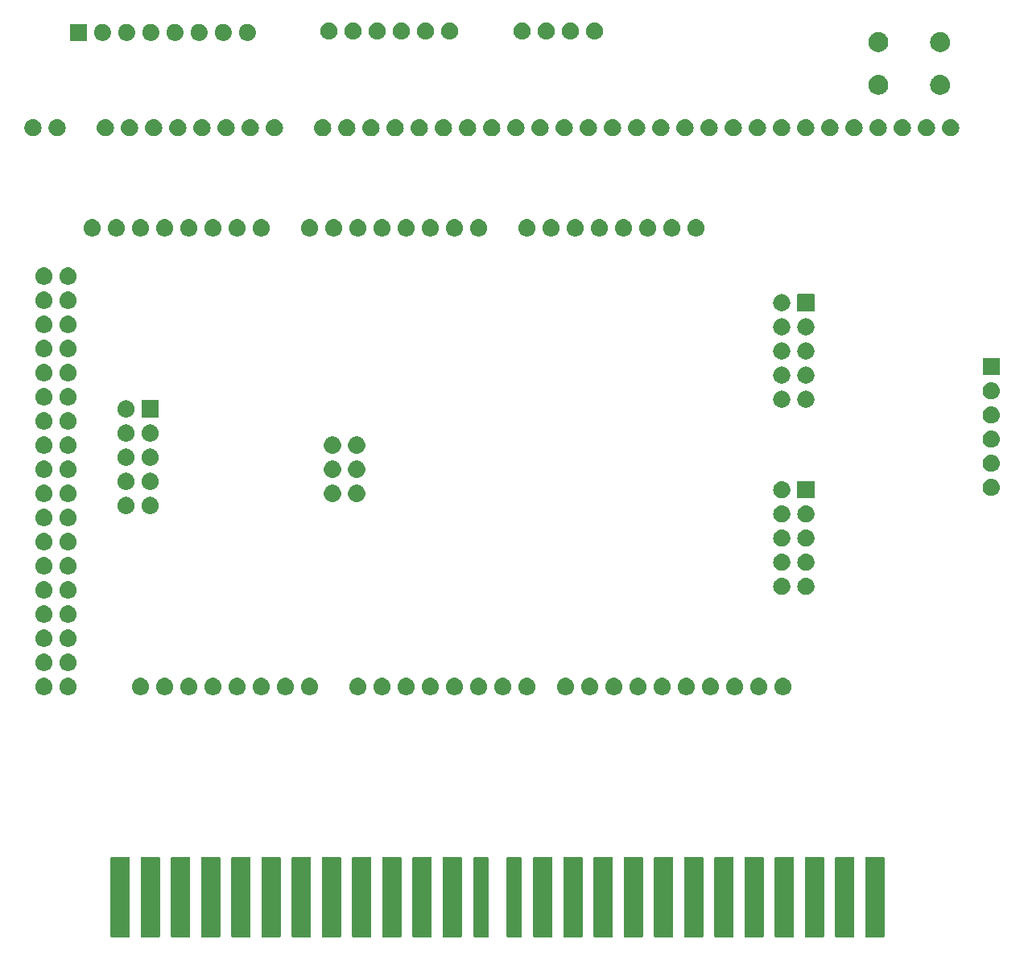
<source format=gbr>
G04 #@! TF.GenerationSoftware,KiCad,Pcbnew,7.0.9*
G04 #@! TF.CreationDate,2024-04-03T05:00:36-05:00*
G04 #@! TF.ProjectId,Tester - Entrex Front Panel,54657374-6572-4202-9d20-456e74726578,rev?*
G04 #@! TF.SameCoordinates,Original*
G04 #@! TF.FileFunction,Soldermask,Bot*
G04 #@! TF.FilePolarity,Negative*
%FSLAX46Y46*%
G04 Gerber Fmt 4.6, Leading zero omitted, Abs format (unit mm)*
G04 Created by KiCad (PCBNEW 7.0.9) date 2024-04-03 05:00:36*
%MOMM*%
%LPD*%
G01*
G04 APERTURE LIST*
G04 APERTURE END LIST*
G36*
X62847017Y-132022882D02*
G01*
X62863562Y-132033938D01*
X62874618Y-132050483D01*
X62878500Y-132070000D01*
X62878500Y-140370000D01*
X62874618Y-140389517D01*
X62863562Y-140406062D01*
X62847017Y-140417118D01*
X62827500Y-140421000D01*
X60922500Y-140421000D01*
X60902983Y-140417118D01*
X60886438Y-140406062D01*
X60875382Y-140389517D01*
X60871500Y-140370000D01*
X60871500Y-132070000D01*
X60875382Y-132050483D01*
X60886438Y-132033938D01*
X60902983Y-132022882D01*
X60922500Y-132019000D01*
X62827500Y-132019000D01*
X62847017Y-132022882D01*
G37*
G36*
X66022017Y-132022882D02*
G01*
X66038562Y-132033938D01*
X66049618Y-132050483D01*
X66053500Y-132070000D01*
X66053500Y-140370000D01*
X66049618Y-140389517D01*
X66038562Y-140406062D01*
X66022017Y-140417118D01*
X66002500Y-140421000D01*
X64097500Y-140421000D01*
X64077983Y-140417118D01*
X64061438Y-140406062D01*
X64050382Y-140389517D01*
X64046500Y-140370000D01*
X64046500Y-132070000D01*
X64050382Y-132050483D01*
X64061438Y-132033938D01*
X64077983Y-132022882D01*
X64097500Y-132019000D01*
X66002500Y-132019000D01*
X66022017Y-132022882D01*
G37*
G36*
X69197017Y-132022882D02*
G01*
X69213562Y-132033938D01*
X69224618Y-132050483D01*
X69228500Y-132070000D01*
X69228500Y-140370000D01*
X69224618Y-140389517D01*
X69213562Y-140406062D01*
X69197017Y-140417118D01*
X69177500Y-140421000D01*
X67272500Y-140421000D01*
X67252983Y-140417118D01*
X67236438Y-140406062D01*
X67225382Y-140389517D01*
X67221500Y-140370000D01*
X67221500Y-132070000D01*
X67225382Y-132050483D01*
X67236438Y-132033938D01*
X67252983Y-132022882D01*
X67272500Y-132019000D01*
X69177500Y-132019000D01*
X69197017Y-132022882D01*
G37*
G36*
X72372017Y-132022882D02*
G01*
X72388562Y-132033938D01*
X72399618Y-132050483D01*
X72403500Y-132070000D01*
X72403500Y-140370000D01*
X72399618Y-140389517D01*
X72388562Y-140406062D01*
X72372017Y-140417118D01*
X72352500Y-140421000D01*
X70447500Y-140421000D01*
X70427983Y-140417118D01*
X70411438Y-140406062D01*
X70400382Y-140389517D01*
X70396500Y-140370000D01*
X70396500Y-132070000D01*
X70400382Y-132050483D01*
X70411438Y-132033938D01*
X70427983Y-132022882D01*
X70447500Y-132019000D01*
X72352500Y-132019000D01*
X72372017Y-132022882D01*
G37*
G36*
X75547017Y-132022882D02*
G01*
X75563562Y-132033938D01*
X75574618Y-132050483D01*
X75578500Y-132070000D01*
X75578500Y-140370000D01*
X75574618Y-140389517D01*
X75563562Y-140406062D01*
X75547017Y-140417118D01*
X75527500Y-140421000D01*
X73622500Y-140421000D01*
X73602983Y-140417118D01*
X73586438Y-140406062D01*
X73575382Y-140389517D01*
X73571500Y-140370000D01*
X73571500Y-132070000D01*
X73575382Y-132050483D01*
X73586438Y-132033938D01*
X73602983Y-132022882D01*
X73622500Y-132019000D01*
X75527500Y-132019000D01*
X75547017Y-132022882D01*
G37*
G36*
X78722017Y-132022882D02*
G01*
X78738562Y-132033938D01*
X78749618Y-132050483D01*
X78753500Y-132070000D01*
X78753500Y-140370000D01*
X78749618Y-140389517D01*
X78738562Y-140406062D01*
X78722017Y-140417118D01*
X78702500Y-140421000D01*
X76797500Y-140421000D01*
X76777983Y-140417118D01*
X76761438Y-140406062D01*
X76750382Y-140389517D01*
X76746500Y-140370000D01*
X76746500Y-132070000D01*
X76750382Y-132050483D01*
X76761438Y-132033938D01*
X76777983Y-132022882D01*
X76797500Y-132019000D01*
X78702500Y-132019000D01*
X78722017Y-132022882D01*
G37*
G36*
X81897017Y-132022882D02*
G01*
X81913562Y-132033938D01*
X81924618Y-132050483D01*
X81928500Y-132070000D01*
X81928500Y-140370000D01*
X81924618Y-140389517D01*
X81913562Y-140406062D01*
X81897017Y-140417118D01*
X81877500Y-140421000D01*
X79972500Y-140421000D01*
X79952983Y-140417118D01*
X79936438Y-140406062D01*
X79925382Y-140389517D01*
X79921500Y-140370000D01*
X79921500Y-132070000D01*
X79925382Y-132050483D01*
X79936438Y-132033938D01*
X79952983Y-132022882D01*
X79972500Y-132019000D01*
X81877500Y-132019000D01*
X81897017Y-132022882D01*
G37*
G36*
X85072017Y-132022882D02*
G01*
X85088562Y-132033938D01*
X85099618Y-132050483D01*
X85103500Y-132070000D01*
X85103500Y-140370000D01*
X85099618Y-140389517D01*
X85088562Y-140406062D01*
X85072017Y-140417118D01*
X85052500Y-140421000D01*
X83147500Y-140421000D01*
X83127983Y-140417118D01*
X83111438Y-140406062D01*
X83100382Y-140389517D01*
X83096500Y-140370000D01*
X83096500Y-132070000D01*
X83100382Y-132050483D01*
X83111438Y-132033938D01*
X83127983Y-132022882D01*
X83147500Y-132019000D01*
X85052500Y-132019000D01*
X85072017Y-132022882D01*
G37*
G36*
X88247017Y-132022882D02*
G01*
X88263562Y-132033938D01*
X88274618Y-132050483D01*
X88278500Y-132070000D01*
X88278500Y-140370000D01*
X88274618Y-140389517D01*
X88263562Y-140406062D01*
X88247017Y-140417118D01*
X88227500Y-140421000D01*
X86322500Y-140421000D01*
X86302983Y-140417118D01*
X86286438Y-140406062D01*
X86275382Y-140389517D01*
X86271500Y-140370000D01*
X86271500Y-132070000D01*
X86275382Y-132050483D01*
X86286438Y-132033938D01*
X86302983Y-132022882D01*
X86322500Y-132019000D01*
X88227500Y-132019000D01*
X88247017Y-132022882D01*
G37*
G36*
X91422017Y-132022882D02*
G01*
X91438562Y-132033938D01*
X91449618Y-132050483D01*
X91453500Y-132070000D01*
X91453500Y-140370000D01*
X91449618Y-140389517D01*
X91438562Y-140406062D01*
X91422017Y-140417118D01*
X91402500Y-140421000D01*
X89497500Y-140421000D01*
X89477983Y-140417118D01*
X89461438Y-140406062D01*
X89450382Y-140389517D01*
X89446500Y-140370000D01*
X89446500Y-132070000D01*
X89450382Y-132050483D01*
X89461438Y-132033938D01*
X89477983Y-132022882D01*
X89497500Y-132019000D01*
X91402500Y-132019000D01*
X91422017Y-132022882D01*
G37*
G36*
X94597017Y-132022882D02*
G01*
X94613562Y-132033938D01*
X94624618Y-132050483D01*
X94628500Y-132070000D01*
X94628500Y-140370000D01*
X94624618Y-140389517D01*
X94613562Y-140406062D01*
X94597017Y-140417118D01*
X94577500Y-140421000D01*
X92672500Y-140421000D01*
X92652983Y-140417118D01*
X92636438Y-140406062D01*
X92625382Y-140389517D01*
X92621500Y-140370000D01*
X92621500Y-132070000D01*
X92625382Y-132050483D01*
X92636438Y-132033938D01*
X92652983Y-132022882D01*
X92672500Y-132019000D01*
X94577500Y-132019000D01*
X94597017Y-132022882D01*
G37*
G36*
X97772017Y-132022882D02*
G01*
X97788562Y-132033938D01*
X97799618Y-132050483D01*
X97803500Y-132070000D01*
X97803500Y-140370000D01*
X97799618Y-140389517D01*
X97788562Y-140406062D01*
X97772017Y-140417118D01*
X97752500Y-140421000D01*
X95847500Y-140421000D01*
X95827983Y-140417118D01*
X95811438Y-140406062D01*
X95800382Y-140389517D01*
X95796500Y-140370000D01*
X95796500Y-132070000D01*
X95800382Y-132050483D01*
X95811438Y-132033938D01*
X95827983Y-132022882D01*
X95847500Y-132019000D01*
X97752500Y-132019000D01*
X97772017Y-132022882D01*
G37*
G36*
X100569517Y-132022882D02*
G01*
X100586062Y-132033938D01*
X100597118Y-132050483D01*
X100601000Y-132070000D01*
X100601000Y-140370000D01*
X100597118Y-140389517D01*
X100586062Y-140406062D01*
X100569517Y-140417118D01*
X100550000Y-140421000D01*
X99100000Y-140421000D01*
X99080483Y-140417118D01*
X99063938Y-140406062D01*
X99052882Y-140389517D01*
X99049000Y-140370000D01*
X99049000Y-132070000D01*
X99052882Y-132050483D01*
X99063938Y-132033938D01*
X99080483Y-132022882D01*
X99100000Y-132019000D01*
X100550000Y-132019000D01*
X100569517Y-132022882D01*
G37*
G36*
X104044517Y-132022882D02*
G01*
X104061062Y-132033938D01*
X104072118Y-132050483D01*
X104076000Y-132070000D01*
X104076000Y-140370000D01*
X104072118Y-140389517D01*
X104061062Y-140406062D01*
X104044517Y-140417118D01*
X104025000Y-140421000D01*
X102575000Y-140421000D01*
X102555483Y-140417118D01*
X102538938Y-140406062D01*
X102527882Y-140389517D01*
X102524000Y-140370000D01*
X102524000Y-132070000D01*
X102527882Y-132050483D01*
X102538938Y-132033938D01*
X102555483Y-132022882D01*
X102575000Y-132019000D01*
X104025000Y-132019000D01*
X104044517Y-132022882D01*
G37*
G36*
X107297017Y-132022882D02*
G01*
X107313562Y-132033938D01*
X107324618Y-132050483D01*
X107328500Y-132070000D01*
X107328500Y-140370000D01*
X107324618Y-140389517D01*
X107313562Y-140406062D01*
X107297017Y-140417118D01*
X107277500Y-140421000D01*
X105372500Y-140421000D01*
X105352983Y-140417118D01*
X105336438Y-140406062D01*
X105325382Y-140389517D01*
X105321500Y-140370000D01*
X105321500Y-132070000D01*
X105325382Y-132050483D01*
X105336438Y-132033938D01*
X105352983Y-132022882D01*
X105372500Y-132019000D01*
X107277500Y-132019000D01*
X107297017Y-132022882D01*
G37*
G36*
X110472017Y-132022882D02*
G01*
X110488562Y-132033938D01*
X110499618Y-132050483D01*
X110503500Y-132070000D01*
X110503500Y-140370000D01*
X110499618Y-140389517D01*
X110488562Y-140406062D01*
X110472017Y-140417118D01*
X110452500Y-140421000D01*
X108547500Y-140421000D01*
X108527983Y-140417118D01*
X108511438Y-140406062D01*
X108500382Y-140389517D01*
X108496500Y-140370000D01*
X108496500Y-132070000D01*
X108500382Y-132050483D01*
X108511438Y-132033938D01*
X108527983Y-132022882D01*
X108547500Y-132019000D01*
X110452500Y-132019000D01*
X110472017Y-132022882D01*
G37*
G36*
X113647017Y-132022882D02*
G01*
X113663562Y-132033938D01*
X113674618Y-132050483D01*
X113678500Y-132070000D01*
X113678500Y-140370000D01*
X113674618Y-140389517D01*
X113663562Y-140406062D01*
X113647017Y-140417118D01*
X113627500Y-140421000D01*
X111722500Y-140421000D01*
X111702983Y-140417118D01*
X111686438Y-140406062D01*
X111675382Y-140389517D01*
X111671500Y-140370000D01*
X111671500Y-132070000D01*
X111675382Y-132050483D01*
X111686438Y-132033938D01*
X111702983Y-132022882D01*
X111722500Y-132019000D01*
X113627500Y-132019000D01*
X113647017Y-132022882D01*
G37*
G36*
X116822017Y-132022882D02*
G01*
X116838562Y-132033938D01*
X116849618Y-132050483D01*
X116853500Y-132070000D01*
X116853500Y-140370000D01*
X116849618Y-140389517D01*
X116838562Y-140406062D01*
X116822017Y-140417118D01*
X116802500Y-140421000D01*
X114897500Y-140421000D01*
X114877983Y-140417118D01*
X114861438Y-140406062D01*
X114850382Y-140389517D01*
X114846500Y-140370000D01*
X114846500Y-132070000D01*
X114850382Y-132050483D01*
X114861438Y-132033938D01*
X114877983Y-132022882D01*
X114897500Y-132019000D01*
X116802500Y-132019000D01*
X116822017Y-132022882D01*
G37*
G36*
X119997017Y-132022882D02*
G01*
X120013562Y-132033938D01*
X120024618Y-132050483D01*
X120028500Y-132070000D01*
X120028500Y-140370000D01*
X120024618Y-140389517D01*
X120013562Y-140406062D01*
X119997017Y-140417118D01*
X119977500Y-140421000D01*
X118072500Y-140421000D01*
X118052983Y-140417118D01*
X118036438Y-140406062D01*
X118025382Y-140389517D01*
X118021500Y-140370000D01*
X118021500Y-132070000D01*
X118025382Y-132050483D01*
X118036438Y-132033938D01*
X118052983Y-132022882D01*
X118072500Y-132019000D01*
X119977500Y-132019000D01*
X119997017Y-132022882D01*
G37*
G36*
X123172017Y-132022882D02*
G01*
X123188562Y-132033938D01*
X123199618Y-132050483D01*
X123203500Y-132070000D01*
X123203500Y-140370000D01*
X123199618Y-140389517D01*
X123188562Y-140406062D01*
X123172017Y-140417118D01*
X123152500Y-140421000D01*
X121247500Y-140421000D01*
X121227983Y-140417118D01*
X121211438Y-140406062D01*
X121200382Y-140389517D01*
X121196500Y-140370000D01*
X121196500Y-132070000D01*
X121200382Y-132050483D01*
X121211438Y-132033938D01*
X121227983Y-132022882D01*
X121247500Y-132019000D01*
X123152500Y-132019000D01*
X123172017Y-132022882D01*
G37*
G36*
X126347017Y-132022882D02*
G01*
X126363562Y-132033938D01*
X126374618Y-132050483D01*
X126378500Y-132070000D01*
X126378500Y-140370000D01*
X126374618Y-140389517D01*
X126363562Y-140406062D01*
X126347017Y-140417118D01*
X126327500Y-140421000D01*
X124422500Y-140421000D01*
X124402983Y-140417118D01*
X124386438Y-140406062D01*
X124375382Y-140389517D01*
X124371500Y-140370000D01*
X124371500Y-132070000D01*
X124375382Y-132050483D01*
X124386438Y-132033938D01*
X124402983Y-132022882D01*
X124422500Y-132019000D01*
X126327500Y-132019000D01*
X126347017Y-132022882D01*
G37*
G36*
X129522017Y-132022882D02*
G01*
X129538562Y-132033938D01*
X129549618Y-132050483D01*
X129553500Y-132070000D01*
X129553500Y-140370000D01*
X129549618Y-140389517D01*
X129538562Y-140406062D01*
X129522017Y-140417118D01*
X129502500Y-140421000D01*
X127597500Y-140421000D01*
X127577983Y-140417118D01*
X127561438Y-140406062D01*
X127550382Y-140389517D01*
X127546500Y-140370000D01*
X127546500Y-132070000D01*
X127550382Y-132050483D01*
X127561438Y-132033938D01*
X127577983Y-132022882D01*
X127597500Y-132019000D01*
X129502500Y-132019000D01*
X129522017Y-132022882D01*
G37*
G36*
X132697017Y-132022882D02*
G01*
X132713562Y-132033938D01*
X132724618Y-132050483D01*
X132728500Y-132070000D01*
X132728500Y-140370000D01*
X132724618Y-140389517D01*
X132713562Y-140406062D01*
X132697017Y-140417118D01*
X132677500Y-140421000D01*
X130772500Y-140421000D01*
X130752983Y-140417118D01*
X130736438Y-140406062D01*
X130725382Y-140389517D01*
X130721500Y-140370000D01*
X130721500Y-132070000D01*
X130725382Y-132050483D01*
X130736438Y-132033938D01*
X130752983Y-132022882D01*
X130772500Y-132019000D01*
X132677500Y-132019000D01*
X132697017Y-132022882D01*
G37*
G36*
X135872017Y-132022882D02*
G01*
X135888562Y-132033938D01*
X135899618Y-132050483D01*
X135903500Y-132070000D01*
X135903500Y-140370000D01*
X135899618Y-140389517D01*
X135888562Y-140406062D01*
X135872017Y-140417118D01*
X135852500Y-140421000D01*
X133947500Y-140421000D01*
X133927983Y-140417118D01*
X133911438Y-140406062D01*
X133900382Y-140389517D01*
X133896500Y-140370000D01*
X133896500Y-132070000D01*
X133900382Y-132050483D01*
X133911438Y-132033938D01*
X133927983Y-132022882D01*
X133947500Y-132019000D01*
X135852500Y-132019000D01*
X135872017Y-132022882D01*
G37*
G36*
X139047017Y-132022882D02*
G01*
X139063562Y-132033938D01*
X139074618Y-132050483D01*
X139078500Y-132070000D01*
X139078500Y-140370000D01*
X139074618Y-140389517D01*
X139063562Y-140406062D01*
X139047017Y-140417118D01*
X139027500Y-140421000D01*
X137122500Y-140421000D01*
X137102983Y-140417118D01*
X137086438Y-140406062D01*
X137075382Y-140389517D01*
X137071500Y-140370000D01*
X137071500Y-132070000D01*
X137075382Y-132050483D01*
X137086438Y-132033938D01*
X137102983Y-132022882D01*
X137122500Y-132019000D01*
X139027500Y-132019000D01*
X139047017Y-132022882D01*
G37*
G36*
X142222017Y-132022882D02*
G01*
X142238562Y-132033938D01*
X142249618Y-132050483D01*
X142253500Y-132070000D01*
X142253500Y-140370000D01*
X142249618Y-140389517D01*
X142238562Y-140406062D01*
X142222017Y-140417118D01*
X142202500Y-140421000D01*
X140297500Y-140421000D01*
X140277983Y-140417118D01*
X140261438Y-140406062D01*
X140250382Y-140389517D01*
X140246500Y-140370000D01*
X140246500Y-132070000D01*
X140250382Y-132050483D01*
X140261438Y-132033938D01*
X140277983Y-132022882D01*
X140297500Y-132019000D01*
X142202500Y-132019000D01*
X142222017Y-132022882D01*
G37*
G36*
X53892732Y-113136410D02*
G01*
X53943602Y-113136410D01*
X53987530Y-113145747D01*
X54026309Y-113149567D01*
X54075029Y-113164346D01*
X54130627Y-113176164D01*
X54166202Y-113192003D01*
X54197773Y-113201580D01*
X54247944Y-113228396D01*
X54305300Y-113253933D01*
X54331963Y-113273305D01*
X54355787Y-113286039D01*
X54404388Y-113325925D01*
X54459987Y-113366320D01*
X54478038Y-113386367D01*
X54494292Y-113399707D01*
X54537971Y-113452930D01*
X54587927Y-113508412D01*
X54598422Y-113526590D01*
X54607960Y-113538212D01*
X54643235Y-113604209D01*
X54683529Y-113673999D01*
X54688165Y-113688267D01*
X54692419Y-113696226D01*
X54715873Y-113773545D01*
X54742614Y-113855844D01*
X54743555Y-113864799D01*
X54744432Y-113867690D01*
X54752974Y-113954419D01*
X54762600Y-114046000D01*
X54752973Y-114137588D01*
X54744432Y-114224309D01*
X54743555Y-114227198D01*
X54742614Y-114236156D01*
X54715868Y-114318468D01*
X54692419Y-114395773D01*
X54688165Y-114403730D01*
X54683529Y-114418001D01*
X54643228Y-114487803D01*
X54607960Y-114553787D01*
X54598424Y-114565406D01*
X54587927Y-114583588D01*
X54537962Y-114639079D01*
X54494292Y-114692292D01*
X54478041Y-114705628D01*
X54459987Y-114725680D01*
X54404378Y-114766082D01*
X54355787Y-114805960D01*
X54331968Y-114818690D01*
X54305300Y-114838067D01*
X54247933Y-114863608D01*
X54197773Y-114890419D01*
X54166209Y-114899993D01*
X54130627Y-114915836D01*
X54075018Y-114927656D01*
X54026309Y-114942432D01*
X53987539Y-114946250D01*
X53943602Y-114955590D01*
X53892722Y-114955590D01*
X53848000Y-114959995D01*
X53803278Y-114955590D01*
X53752398Y-114955590D01*
X53708461Y-114946250D01*
X53669690Y-114942432D01*
X53620978Y-114927655D01*
X53565373Y-114915836D01*
X53529792Y-114899994D01*
X53498226Y-114890419D01*
X53448060Y-114863605D01*
X53390700Y-114838067D01*
X53364033Y-114818692D01*
X53340212Y-114805960D01*
X53291613Y-114766075D01*
X53236013Y-114725680D01*
X53217961Y-114705631D01*
X53201707Y-114692292D01*
X53158026Y-114639066D01*
X53108073Y-114583588D01*
X53097578Y-114565410D01*
X53088039Y-114553787D01*
X53052757Y-114487779D01*
X53012471Y-114418001D01*
X53007835Y-114403734D01*
X53003580Y-114395773D01*
X52980116Y-114318422D01*
X52953386Y-114236156D01*
X52952445Y-114227203D01*
X52951567Y-114224309D01*
X52943010Y-114137437D01*
X52933400Y-114046000D01*
X52943009Y-113954570D01*
X52951567Y-113867690D01*
X52952445Y-113864794D01*
X52953386Y-113855844D01*
X52980111Y-113773591D01*
X53003580Y-113696226D01*
X53007836Y-113688262D01*
X53012471Y-113673999D01*
X53052750Y-113604232D01*
X53088039Y-113538212D01*
X53097580Y-113526585D01*
X53108073Y-113508412D01*
X53158016Y-113452943D01*
X53201707Y-113399707D01*
X53217964Y-113386364D01*
X53236013Y-113366320D01*
X53291602Y-113325931D01*
X53340212Y-113286039D01*
X53364039Y-113273303D01*
X53390700Y-113253933D01*
X53448049Y-113228399D01*
X53498226Y-113201580D01*
X53529799Y-113192002D01*
X53565373Y-113176164D01*
X53620967Y-113164346D01*
X53669690Y-113149567D01*
X53708470Y-113145747D01*
X53752398Y-113136410D01*
X53803268Y-113136410D01*
X53848000Y-113132004D01*
X53892732Y-113136410D01*
G37*
G36*
X56432732Y-113136410D02*
G01*
X56483602Y-113136410D01*
X56527530Y-113145747D01*
X56566309Y-113149567D01*
X56615029Y-113164346D01*
X56670627Y-113176164D01*
X56706202Y-113192003D01*
X56737773Y-113201580D01*
X56787944Y-113228396D01*
X56845300Y-113253933D01*
X56871963Y-113273305D01*
X56895787Y-113286039D01*
X56944388Y-113325925D01*
X56999987Y-113366320D01*
X57018038Y-113386367D01*
X57034292Y-113399707D01*
X57077971Y-113452930D01*
X57127927Y-113508412D01*
X57138422Y-113526590D01*
X57147960Y-113538212D01*
X57183235Y-113604209D01*
X57223529Y-113673999D01*
X57228165Y-113688267D01*
X57232419Y-113696226D01*
X57255873Y-113773545D01*
X57282614Y-113855844D01*
X57283555Y-113864799D01*
X57284432Y-113867690D01*
X57292974Y-113954419D01*
X57302600Y-114046000D01*
X57292973Y-114137588D01*
X57284432Y-114224309D01*
X57283555Y-114227198D01*
X57282614Y-114236156D01*
X57255868Y-114318468D01*
X57232419Y-114395773D01*
X57228165Y-114403730D01*
X57223529Y-114418001D01*
X57183228Y-114487803D01*
X57147960Y-114553787D01*
X57138424Y-114565406D01*
X57127927Y-114583588D01*
X57077962Y-114639079D01*
X57034292Y-114692292D01*
X57018041Y-114705628D01*
X56999987Y-114725680D01*
X56944378Y-114766082D01*
X56895787Y-114805960D01*
X56871968Y-114818690D01*
X56845300Y-114838067D01*
X56787933Y-114863608D01*
X56737773Y-114890419D01*
X56706209Y-114899993D01*
X56670627Y-114915836D01*
X56615018Y-114927656D01*
X56566309Y-114942432D01*
X56527539Y-114946250D01*
X56483602Y-114955590D01*
X56432722Y-114955590D01*
X56388000Y-114959995D01*
X56343278Y-114955590D01*
X56292398Y-114955590D01*
X56248461Y-114946250D01*
X56209690Y-114942432D01*
X56160978Y-114927655D01*
X56105373Y-114915836D01*
X56069792Y-114899994D01*
X56038226Y-114890419D01*
X55988060Y-114863605D01*
X55930700Y-114838067D01*
X55904033Y-114818692D01*
X55880212Y-114805960D01*
X55831613Y-114766075D01*
X55776013Y-114725680D01*
X55757961Y-114705631D01*
X55741707Y-114692292D01*
X55698026Y-114639066D01*
X55648073Y-114583588D01*
X55637578Y-114565410D01*
X55628039Y-114553787D01*
X55592757Y-114487779D01*
X55552471Y-114418001D01*
X55547835Y-114403734D01*
X55543580Y-114395773D01*
X55520116Y-114318422D01*
X55493386Y-114236156D01*
X55492445Y-114227203D01*
X55491567Y-114224309D01*
X55483010Y-114137437D01*
X55473400Y-114046000D01*
X55483009Y-113954570D01*
X55491567Y-113867690D01*
X55492445Y-113864794D01*
X55493386Y-113855844D01*
X55520111Y-113773591D01*
X55543580Y-113696226D01*
X55547836Y-113688262D01*
X55552471Y-113673999D01*
X55592750Y-113604232D01*
X55628039Y-113538212D01*
X55637580Y-113526585D01*
X55648073Y-113508412D01*
X55698016Y-113452943D01*
X55741707Y-113399707D01*
X55757964Y-113386364D01*
X55776013Y-113366320D01*
X55831602Y-113325931D01*
X55880212Y-113286039D01*
X55904039Y-113273303D01*
X55930700Y-113253933D01*
X55988049Y-113228399D01*
X56038226Y-113201580D01*
X56069799Y-113192002D01*
X56105373Y-113176164D01*
X56160967Y-113164346D01*
X56209690Y-113149567D01*
X56248470Y-113145747D01*
X56292398Y-113136410D01*
X56343268Y-113136410D01*
X56388000Y-113132004D01*
X56432732Y-113136410D01*
G37*
G36*
X64052732Y-113136410D02*
G01*
X64103602Y-113136410D01*
X64147530Y-113145747D01*
X64186309Y-113149567D01*
X64235029Y-113164346D01*
X64290627Y-113176164D01*
X64326202Y-113192003D01*
X64357773Y-113201580D01*
X64407944Y-113228396D01*
X64465300Y-113253933D01*
X64491963Y-113273305D01*
X64515787Y-113286039D01*
X64564388Y-113325925D01*
X64619987Y-113366320D01*
X64638038Y-113386367D01*
X64654292Y-113399707D01*
X64697971Y-113452930D01*
X64747927Y-113508412D01*
X64758422Y-113526590D01*
X64767960Y-113538212D01*
X64803235Y-113604209D01*
X64843529Y-113673999D01*
X64848165Y-113688267D01*
X64852419Y-113696226D01*
X64875873Y-113773545D01*
X64902614Y-113855844D01*
X64903555Y-113864799D01*
X64904432Y-113867690D01*
X64912974Y-113954419D01*
X64922600Y-114046000D01*
X64912973Y-114137588D01*
X64904432Y-114224309D01*
X64903555Y-114227198D01*
X64902614Y-114236156D01*
X64875868Y-114318468D01*
X64852419Y-114395773D01*
X64848165Y-114403730D01*
X64843529Y-114418001D01*
X64803228Y-114487803D01*
X64767960Y-114553787D01*
X64758424Y-114565406D01*
X64747927Y-114583588D01*
X64697962Y-114639079D01*
X64654292Y-114692292D01*
X64638041Y-114705628D01*
X64619987Y-114725680D01*
X64564378Y-114766082D01*
X64515787Y-114805960D01*
X64491968Y-114818690D01*
X64465300Y-114838067D01*
X64407933Y-114863608D01*
X64357773Y-114890419D01*
X64326209Y-114899993D01*
X64290627Y-114915836D01*
X64235018Y-114927656D01*
X64186309Y-114942432D01*
X64147539Y-114946250D01*
X64103602Y-114955590D01*
X64052722Y-114955590D01*
X64008000Y-114959995D01*
X63963278Y-114955590D01*
X63912398Y-114955590D01*
X63868461Y-114946250D01*
X63829690Y-114942432D01*
X63780978Y-114927655D01*
X63725373Y-114915836D01*
X63689792Y-114899994D01*
X63658226Y-114890419D01*
X63608060Y-114863605D01*
X63550700Y-114838067D01*
X63524033Y-114818692D01*
X63500212Y-114805960D01*
X63451613Y-114766075D01*
X63396013Y-114725680D01*
X63377961Y-114705631D01*
X63361707Y-114692292D01*
X63318026Y-114639066D01*
X63268073Y-114583588D01*
X63257578Y-114565410D01*
X63248039Y-114553787D01*
X63212757Y-114487779D01*
X63172471Y-114418001D01*
X63167835Y-114403734D01*
X63163580Y-114395773D01*
X63140116Y-114318422D01*
X63113386Y-114236156D01*
X63112445Y-114227203D01*
X63111567Y-114224309D01*
X63103010Y-114137437D01*
X63093400Y-114046000D01*
X63103009Y-113954570D01*
X63111567Y-113867690D01*
X63112445Y-113864794D01*
X63113386Y-113855844D01*
X63140111Y-113773591D01*
X63163580Y-113696226D01*
X63167836Y-113688262D01*
X63172471Y-113673999D01*
X63212750Y-113604232D01*
X63248039Y-113538212D01*
X63257580Y-113526585D01*
X63268073Y-113508412D01*
X63318016Y-113452943D01*
X63361707Y-113399707D01*
X63377964Y-113386364D01*
X63396013Y-113366320D01*
X63451602Y-113325931D01*
X63500212Y-113286039D01*
X63524039Y-113273303D01*
X63550700Y-113253933D01*
X63608049Y-113228399D01*
X63658226Y-113201580D01*
X63689799Y-113192002D01*
X63725373Y-113176164D01*
X63780967Y-113164346D01*
X63829690Y-113149567D01*
X63868470Y-113145747D01*
X63912398Y-113136410D01*
X63963268Y-113136410D01*
X64008000Y-113132004D01*
X64052732Y-113136410D01*
G37*
G36*
X66592732Y-113136410D02*
G01*
X66643602Y-113136410D01*
X66687530Y-113145747D01*
X66726309Y-113149567D01*
X66775029Y-113164346D01*
X66830627Y-113176164D01*
X66866202Y-113192003D01*
X66897773Y-113201580D01*
X66947944Y-113228396D01*
X67005300Y-113253933D01*
X67031963Y-113273305D01*
X67055787Y-113286039D01*
X67104388Y-113325925D01*
X67159987Y-113366320D01*
X67178038Y-113386367D01*
X67194292Y-113399707D01*
X67237971Y-113452930D01*
X67287927Y-113508412D01*
X67298422Y-113526590D01*
X67307960Y-113538212D01*
X67343235Y-113604209D01*
X67383529Y-113673999D01*
X67388165Y-113688267D01*
X67392419Y-113696226D01*
X67415873Y-113773545D01*
X67442614Y-113855844D01*
X67443555Y-113864799D01*
X67444432Y-113867690D01*
X67452974Y-113954419D01*
X67462600Y-114046000D01*
X67452973Y-114137588D01*
X67444432Y-114224309D01*
X67443555Y-114227198D01*
X67442614Y-114236156D01*
X67415868Y-114318468D01*
X67392419Y-114395773D01*
X67388165Y-114403730D01*
X67383529Y-114418001D01*
X67343228Y-114487803D01*
X67307960Y-114553787D01*
X67298424Y-114565406D01*
X67287927Y-114583588D01*
X67237962Y-114639079D01*
X67194292Y-114692292D01*
X67178041Y-114705628D01*
X67159987Y-114725680D01*
X67104378Y-114766082D01*
X67055787Y-114805960D01*
X67031968Y-114818690D01*
X67005300Y-114838067D01*
X66947933Y-114863608D01*
X66897773Y-114890419D01*
X66866209Y-114899993D01*
X66830627Y-114915836D01*
X66775018Y-114927656D01*
X66726309Y-114942432D01*
X66687539Y-114946250D01*
X66643602Y-114955590D01*
X66592722Y-114955590D01*
X66548000Y-114959995D01*
X66503278Y-114955590D01*
X66452398Y-114955590D01*
X66408461Y-114946250D01*
X66369690Y-114942432D01*
X66320978Y-114927655D01*
X66265373Y-114915836D01*
X66229792Y-114899994D01*
X66198226Y-114890419D01*
X66148060Y-114863605D01*
X66090700Y-114838067D01*
X66064033Y-114818692D01*
X66040212Y-114805960D01*
X65991613Y-114766075D01*
X65936013Y-114725680D01*
X65917961Y-114705631D01*
X65901707Y-114692292D01*
X65858026Y-114639066D01*
X65808073Y-114583588D01*
X65797578Y-114565410D01*
X65788039Y-114553787D01*
X65752757Y-114487779D01*
X65712471Y-114418001D01*
X65707835Y-114403734D01*
X65703580Y-114395773D01*
X65680116Y-114318422D01*
X65653386Y-114236156D01*
X65652445Y-114227203D01*
X65651567Y-114224309D01*
X65643010Y-114137437D01*
X65633400Y-114046000D01*
X65643009Y-113954570D01*
X65651567Y-113867690D01*
X65652445Y-113864794D01*
X65653386Y-113855844D01*
X65680111Y-113773591D01*
X65703580Y-113696226D01*
X65707836Y-113688262D01*
X65712471Y-113673999D01*
X65752750Y-113604232D01*
X65788039Y-113538212D01*
X65797580Y-113526585D01*
X65808073Y-113508412D01*
X65858016Y-113452943D01*
X65901707Y-113399707D01*
X65917964Y-113386364D01*
X65936013Y-113366320D01*
X65991602Y-113325931D01*
X66040212Y-113286039D01*
X66064039Y-113273303D01*
X66090700Y-113253933D01*
X66148049Y-113228399D01*
X66198226Y-113201580D01*
X66229799Y-113192002D01*
X66265373Y-113176164D01*
X66320967Y-113164346D01*
X66369690Y-113149567D01*
X66408470Y-113145747D01*
X66452398Y-113136410D01*
X66503268Y-113136410D01*
X66548000Y-113132004D01*
X66592732Y-113136410D01*
G37*
G36*
X69132732Y-113136410D02*
G01*
X69183602Y-113136410D01*
X69227530Y-113145747D01*
X69266309Y-113149567D01*
X69315029Y-113164346D01*
X69370627Y-113176164D01*
X69406202Y-113192003D01*
X69437773Y-113201580D01*
X69487944Y-113228396D01*
X69545300Y-113253933D01*
X69571963Y-113273305D01*
X69595787Y-113286039D01*
X69644388Y-113325925D01*
X69699987Y-113366320D01*
X69718038Y-113386367D01*
X69734292Y-113399707D01*
X69777971Y-113452930D01*
X69827927Y-113508412D01*
X69838422Y-113526590D01*
X69847960Y-113538212D01*
X69883235Y-113604209D01*
X69923529Y-113673999D01*
X69928165Y-113688267D01*
X69932419Y-113696226D01*
X69955873Y-113773545D01*
X69982614Y-113855844D01*
X69983555Y-113864799D01*
X69984432Y-113867690D01*
X69992974Y-113954419D01*
X70002600Y-114046000D01*
X69992973Y-114137588D01*
X69984432Y-114224309D01*
X69983555Y-114227198D01*
X69982614Y-114236156D01*
X69955868Y-114318468D01*
X69932419Y-114395773D01*
X69928165Y-114403730D01*
X69923529Y-114418001D01*
X69883228Y-114487803D01*
X69847960Y-114553787D01*
X69838424Y-114565406D01*
X69827927Y-114583588D01*
X69777962Y-114639079D01*
X69734292Y-114692292D01*
X69718041Y-114705628D01*
X69699987Y-114725680D01*
X69644378Y-114766082D01*
X69595787Y-114805960D01*
X69571968Y-114818690D01*
X69545300Y-114838067D01*
X69487933Y-114863608D01*
X69437773Y-114890419D01*
X69406209Y-114899993D01*
X69370627Y-114915836D01*
X69315018Y-114927656D01*
X69266309Y-114942432D01*
X69227539Y-114946250D01*
X69183602Y-114955590D01*
X69132722Y-114955590D01*
X69088000Y-114959995D01*
X69043278Y-114955590D01*
X68992398Y-114955590D01*
X68948461Y-114946250D01*
X68909690Y-114942432D01*
X68860978Y-114927655D01*
X68805373Y-114915836D01*
X68769792Y-114899994D01*
X68738226Y-114890419D01*
X68688060Y-114863605D01*
X68630700Y-114838067D01*
X68604033Y-114818692D01*
X68580212Y-114805960D01*
X68531613Y-114766075D01*
X68476013Y-114725680D01*
X68457961Y-114705631D01*
X68441707Y-114692292D01*
X68398026Y-114639066D01*
X68348073Y-114583588D01*
X68337578Y-114565410D01*
X68328039Y-114553787D01*
X68292757Y-114487779D01*
X68252471Y-114418001D01*
X68247835Y-114403734D01*
X68243580Y-114395773D01*
X68220116Y-114318422D01*
X68193386Y-114236156D01*
X68192445Y-114227203D01*
X68191567Y-114224309D01*
X68183010Y-114137437D01*
X68173400Y-114046000D01*
X68183009Y-113954570D01*
X68191567Y-113867690D01*
X68192445Y-113864794D01*
X68193386Y-113855844D01*
X68220111Y-113773591D01*
X68243580Y-113696226D01*
X68247836Y-113688262D01*
X68252471Y-113673999D01*
X68292750Y-113604232D01*
X68328039Y-113538212D01*
X68337580Y-113526585D01*
X68348073Y-113508412D01*
X68398016Y-113452943D01*
X68441707Y-113399707D01*
X68457964Y-113386364D01*
X68476013Y-113366320D01*
X68531602Y-113325931D01*
X68580212Y-113286039D01*
X68604039Y-113273303D01*
X68630700Y-113253933D01*
X68688049Y-113228399D01*
X68738226Y-113201580D01*
X68769799Y-113192002D01*
X68805373Y-113176164D01*
X68860967Y-113164346D01*
X68909690Y-113149567D01*
X68948470Y-113145747D01*
X68992398Y-113136410D01*
X69043268Y-113136410D01*
X69088000Y-113132004D01*
X69132732Y-113136410D01*
G37*
G36*
X71672732Y-113136410D02*
G01*
X71723602Y-113136410D01*
X71767530Y-113145747D01*
X71806309Y-113149567D01*
X71855029Y-113164346D01*
X71910627Y-113176164D01*
X71946202Y-113192003D01*
X71977773Y-113201580D01*
X72027944Y-113228396D01*
X72085300Y-113253933D01*
X72111963Y-113273305D01*
X72135787Y-113286039D01*
X72184388Y-113325925D01*
X72239987Y-113366320D01*
X72258038Y-113386367D01*
X72274292Y-113399707D01*
X72317971Y-113452930D01*
X72367927Y-113508412D01*
X72378422Y-113526590D01*
X72387960Y-113538212D01*
X72423235Y-113604209D01*
X72463529Y-113673999D01*
X72468165Y-113688267D01*
X72472419Y-113696226D01*
X72495873Y-113773545D01*
X72522614Y-113855844D01*
X72523555Y-113864799D01*
X72524432Y-113867690D01*
X72532974Y-113954419D01*
X72542600Y-114046000D01*
X72532973Y-114137588D01*
X72524432Y-114224309D01*
X72523555Y-114227198D01*
X72522614Y-114236156D01*
X72495868Y-114318468D01*
X72472419Y-114395773D01*
X72468165Y-114403730D01*
X72463529Y-114418001D01*
X72423228Y-114487803D01*
X72387960Y-114553787D01*
X72378424Y-114565406D01*
X72367927Y-114583588D01*
X72317962Y-114639079D01*
X72274292Y-114692292D01*
X72258041Y-114705628D01*
X72239987Y-114725680D01*
X72184378Y-114766082D01*
X72135787Y-114805960D01*
X72111968Y-114818690D01*
X72085300Y-114838067D01*
X72027933Y-114863608D01*
X71977773Y-114890419D01*
X71946209Y-114899993D01*
X71910627Y-114915836D01*
X71855018Y-114927656D01*
X71806309Y-114942432D01*
X71767539Y-114946250D01*
X71723602Y-114955590D01*
X71672722Y-114955590D01*
X71628000Y-114959995D01*
X71583278Y-114955590D01*
X71532398Y-114955590D01*
X71488461Y-114946250D01*
X71449690Y-114942432D01*
X71400978Y-114927655D01*
X71345373Y-114915836D01*
X71309792Y-114899994D01*
X71278226Y-114890419D01*
X71228060Y-114863605D01*
X71170700Y-114838067D01*
X71144033Y-114818692D01*
X71120212Y-114805960D01*
X71071613Y-114766075D01*
X71016013Y-114725680D01*
X70997961Y-114705631D01*
X70981707Y-114692292D01*
X70938026Y-114639066D01*
X70888073Y-114583588D01*
X70877578Y-114565410D01*
X70868039Y-114553787D01*
X70832757Y-114487779D01*
X70792471Y-114418001D01*
X70787835Y-114403734D01*
X70783580Y-114395773D01*
X70760116Y-114318422D01*
X70733386Y-114236156D01*
X70732445Y-114227203D01*
X70731567Y-114224309D01*
X70723010Y-114137437D01*
X70713400Y-114046000D01*
X70723009Y-113954570D01*
X70731567Y-113867690D01*
X70732445Y-113864794D01*
X70733386Y-113855844D01*
X70760111Y-113773591D01*
X70783580Y-113696226D01*
X70787836Y-113688262D01*
X70792471Y-113673999D01*
X70832750Y-113604232D01*
X70868039Y-113538212D01*
X70877580Y-113526585D01*
X70888073Y-113508412D01*
X70938016Y-113452943D01*
X70981707Y-113399707D01*
X70997964Y-113386364D01*
X71016013Y-113366320D01*
X71071602Y-113325931D01*
X71120212Y-113286039D01*
X71144039Y-113273303D01*
X71170700Y-113253933D01*
X71228049Y-113228399D01*
X71278226Y-113201580D01*
X71309799Y-113192002D01*
X71345373Y-113176164D01*
X71400967Y-113164346D01*
X71449690Y-113149567D01*
X71488470Y-113145747D01*
X71532398Y-113136410D01*
X71583268Y-113136410D01*
X71628000Y-113132004D01*
X71672732Y-113136410D01*
G37*
G36*
X74212732Y-113136410D02*
G01*
X74263602Y-113136410D01*
X74307530Y-113145747D01*
X74346309Y-113149567D01*
X74395029Y-113164346D01*
X74450627Y-113176164D01*
X74486202Y-113192003D01*
X74517773Y-113201580D01*
X74567944Y-113228396D01*
X74625300Y-113253933D01*
X74651963Y-113273305D01*
X74675787Y-113286039D01*
X74724388Y-113325925D01*
X74779987Y-113366320D01*
X74798038Y-113386367D01*
X74814292Y-113399707D01*
X74857971Y-113452930D01*
X74907927Y-113508412D01*
X74918422Y-113526590D01*
X74927960Y-113538212D01*
X74963235Y-113604209D01*
X75003529Y-113673999D01*
X75008165Y-113688267D01*
X75012419Y-113696226D01*
X75035873Y-113773545D01*
X75062614Y-113855844D01*
X75063555Y-113864799D01*
X75064432Y-113867690D01*
X75072974Y-113954419D01*
X75082600Y-114046000D01*
X75072973Y-114137588D01*
X75064432Y-114224309D01*
X75063555Y-114227198D01*
X75062614Y-114236156D01*
X75035868Y-114318468D01*
X75012419Y-114395773D01*
X75008165Y-114403730D01*
X75003529Y-114418001D01*
X74963228Y-114487803D01*
X74927960Y-114553787D01*
X74918424Y-114565406D01*
X74907927Y-114583588D01*
X74857962Y-114639079D01*
X74814292Y-114692292D01*
X74798041Y-114705628D01*
X74779987Y-114725680D01*
X74724378Y-114766082D01*
X74675787Y-114805960D01*
X74651968Y-114818690D01*
X74625300Y-114838067D01*
X74567933Y-114863608D01*
X74517773Y-114890419D01*
X74486209Y-114899993D01*
X74450627Y-114915836D01*
X74395018Y-114927656D01*
X74346309Y-114942432D01*
X74307539Y-114946250D01*
X74263602Y-114955590D01*
X74212722Y-114955590D01*
X74168000Y-114959995D01*
X74123278Y-114955590D01*
X74072398Y-114955590D01*
X74028461Y-114946250D01*
X73989690Y-114942432D01*
X73940978Y-114927655D01*
X73885373Y-114915836D01*
X73849792Y-114899994D01*
X73818226Y-114890419D01*
X73768060Y-114863605D01*
X73710700Y-114838067D01*
X73684033Y-114818692D01*
X73660212Y-114805960D01*
X73611613Y-114766075D01*
X73556013Y-114725680D01*
X73537961Y-114705631D01*
X73521707Y-114692292D01*
X73478026Y-114639066D01*
X73428073Y-114583588D01*
X73417578Y-114565410D01*
X73408039Y-114553787D01*
X73372757Y-114487779D01*
X73332471Y-114418001D01*
X73327835Y-114403734D01*
X73323580Y-114395773D01*
X73300116Y-114318422D01*
X73273386Y-114236156D01*
X73272445Y-114227203D01*
X73271567Y-114224309D01*
X73263010Y-114137437D01*
X73253400Y-114046000D01*
X73263009Y-113954570D01*
X73271567Y-113867690D01*
X73272445Y-113864794D01*
X73273386Y-113855844D01*
X73300111Y-113773591D01*
X73323580Y-113696226D01*
X73327836Y-113688262D01*
X73332471Y-113673999D01*
X73372750Y-113604232D01*
X73408039Y-113538212D01*
X73417580Y-113526585D01*
X73428073Y-113508412D01*
X73478016Y-113452943D01*
X73521707Y-113399707D01*
X73537964Y-113386364D01*
X73556013Y-113366320D01*
X73611602Y-113325931D01*
X73660212Y-113286039D01*
X73684039Y-113273303D01*
X73710700Y-113253933D01*
X73768049Y-113228399D01*
X73818226Y-113201580D01*
X73849799Y-113192002D01*
X73885373Y-113176164D01*
X73940967Y-113164346D01*
X73989690Y-113149567D01*
X74028470Y-113145747D01*
X74072398Y-113136410D01*
X74123268Y-113136410D01*
X74168000Y-113132004D01*
X74212732Y-113136410D01*
G37*
G36*
X76752732Y-113136410D02*
G01*
X76803602Y-113136410D01*
X76847530Y-113145747D01*
X76886309Y-113149567D01*
X76935029Y-113164346D01*
X76990627Y-113176164D01*
X77026202Y-113192003D01*
X77057773Y-113201580D01*
X77107944Y-113228396D01*
X77165300Y-113253933D01*
X77191963Y-113273305D01*
X77215787Y-113286039D01*
X77264388Y-113325925D01*
X77319987Y-113366320D01*
X77338038Y-113386367D01*
X77354292Y-113399707D01*
X77397971Y-113452930D01*
X77447927Y-113508412D01*
X77458422Y-113526590D01*
X77467960Y-113538212D01*
X77503235Y-113604209D01*
X77543529Y-113673999D01*
X77548165Y-113688267D01*
X77552419Y-113696226D01*
X77575873Y-113773545D01*
X77602614Y-113855844D01*
X77603555Y-113864799D01*
X77604432Y-113867690D01*
X77612974Y-113954419D01*
X77622600Y-114046000D01*
X77612973Y-114137588D01*
X77604432Y-114224309D01*
X77603555Y-114227198D01*
X77602614Y-114236156D01*
X77575868Y-114318468D01*
X77552419Y-114395773D01*
X77548165Y-114403730D01*
X77543529Y-114418001D01*
X77503228Y-114487803D01*
X77467960Y-114553787D01*
X77458424Y-114565406D01*
X77447927Y-114583588D01*
X77397962Y-114639079D01*
X77354292Y-114692292D01*
X77338041Y-114705628D01*
X77319987Y-114725680D01*
X77264378Y-114766082D01*
X77215787Y-114805960D01*
X77191968Y-114818690D01*
X77165300Y-114838067D01*
X77107933Y-114863608D01*
X77057773Y-114890419D01*
X77026209Y-114899993D01*
X76990627Y-114915836D01*
X76935018Y-114927656D01*
X76886309Y-114942432D01*
X76847539Y-114946250D01*
X76803602Y-114955590D01*
X76752722Y-114955590D01*
X76708000Y-114959995D01*
X76663278Y-114955590D01*
X76612398Y-114955590D01*
X76568461Y-114946250D01*
X76529690Y-114942432D01*
X76480978Y-114927655D01*
X76425373Y-114915836D01*
X76389792Y-114899994D01*
X76358226Y-114890419D01*
X76308060Y-114863605D01*
X76250700Y-114838067D01*
X76224033Y-114818692D01*
X76200212Y-114805960D01*
X76151613Y-114766075D01*
X76096013Y-114725680D01*
X76077961Y-114705631D01*
X76061707Y-114692292D01*
X76018026Y-114639066D01*
X75968073Y-114583588D01*
X75957578Y-114565410D01*
X75948039Y-114553787D01*
X75912757Y-114487779D01*
X75872471Y-114418001D01*
X75867835Y-114403734D01*
X75863580Y-114395773D01*
X75840116Y-114318422D01*
X75813386Y-114236156D01*
X75812445Y-114227203D01*
X75811567Y-114224309D01*
X75803010Y-114137437D01*
X75793400Y-114046000D01*
X75803009Y-113954570D01*
X75811567Y-113867690D01*
X75812445Y-113864794D01*
X75813386Y-113855844D01*
X75840111Y-113773591D01*
X75863580Y-113696226D01*
X75867836Y-113688262D01*
X75872471Y-113673999D01*
X75912750Y-113604232D01*
X75948039Y-113538212D01*
X75957580Y-113526585D01*
X75968073Y-113508412D01*
X76018016Y-113452943D01*
X76061707Y-113399707D01*
X76077964Y-113386364D01*
X76096013Y-113366320D01*
X76151602Y-113325931D01*
X76200212Y-113286039D01*
X76224039Y-113273303D01*
X76250700Y-113253933D01*
X76308049Y-113228399D01*
X76358226Y-113201580D01*
X76389799Y-113192002D01*
X76425373Y-113176164D01*
X76480967Y-113164346D01*
X76529690Y-113149567D01*
X76568470Y-113145747D01*
X76612398Y-113136410D01*
X76663268Y-113136410D01*
X76708000Y-113132004D01*
X76752732Y-113136410D01*
G37*
G36*
X79292732Y-113136410D02*
G01*
X79343602Y-113136410D01*
X79387530Y-113145747D01*
X79426309Y-113149567D01*
X79475029Y-113164346D01*
X79530627Y-113176164D01*
X79566202Y-113192003D01*
X79597773Y-113201580D01*
X79647944Y-113228396D01*
X79705300Y-113253933D01*
X79731963Y-113273305D01*
X79755787Y-113286039D01*
X79804388Y-113325925D01*
X79859987Y-113366320D01*
X79878038Y-113386367D01*
X79894292Y-113399707D01*
X79937971Y-113452930D01*
X79987927Y-113508412D01*
X79998422Y-113526590D01*
X80007960Y-113538212D01*
X80043235Y-113604209D01*
X80083529Y-113673999D01*
X80088165Y-113688267D01*
X80092419Y-113696226D01*
X80115873Y-113773545D01*
X80142614Y-113855844D01*
X80143555Y-113864799D01*
X80144432Y-113867690D01*
X80152974Y-113954419D01*
X80162600Y-114046000D01*
X80152973Y-114137588D01*
X80144432Y-114224309D01*
X80143555Y-114227198D01*
X80142614Y-114236156D01*
X80115868Y-114318468D01*
X80092419Y-114395773D01*
X80088165Y-114403730D01*
X80083529Y-114418001D01*
X80043228Y-114487803D01*
X80007960Y-114553787D01*
X79998424Y-114565406D01*
X79987927Y-114583588D01*
X79937962Y-114639079D01*
X79894292Y-114692292D01*
X79878041Y-114705628D01*
X79859987Y-114725680D01*
X79804378Y-114766082D01*
X79755787Y-114805960D01*
X79731968Y-114818690D01*
X79705300Y-114838067D01*
X79647933Y-114863608D01*
X79597773Y-114890419D01*
X79566209Y-114899993D01*
X79530627Y-114915836D01*
X79475018Y-114927656D01*
X79426309Y-114942432D01*
X79387539Y-114946250D01*
X79343602Y-114955590D01*
X79292722Y-114955590D01*
X79248000Y-114959995D01*
X79203278Y-114955590D01*
X79152398Y-114955590D01*
X79108461Y-114946250D01*
X79069690Y-114942432D01*
X79020978Y-114927655D01*
X78965373Y-114915836D01*
X78929792Y-114899994D01*
X78898226Y-114890419D01*
X78848060Y-114863605D01*
X78790700Y-114838067D01*
X78764033Y-114818692D01*
X78740212Y-114805960D01*
X78691613Y-114766075D01*
X78636013Y-114725680D01*
X78617961Y-114705631D01*
X78601707Y-114692292D01*
X78558026Y-114639066D01*
X78508073Y-114583588D01*
X78497578Y-114565410D01*
X78488039Y-114553787D01*
X78452757Y-114487779D01*
X78412471Y-114418001D01*
X78407835Y-114403734D01*
X78403580Y-114395773D01*
X78380116Y-114318422D01*
X78353386Y-114236156D01*
X78352445Y-114227203D01*
X78351567Y-114224309D01*
X78343010Y-114137437D01*
X78333400Y-114046000D01*
X78343009Y-113954570D01*
X78351567Y-113867690D01*
X78352445Y-113864794D01*
X78353386Y-113855844D01*
X78380111Y-113773591D01*
X78403580Y-113696226D01*
X78407836Y-113688262D01*
X78412471Y-113673999D01*
X78452750Y-113604232D01*
X78488039Y-113538212D01*
X78497580Y-113526585D01*
X78508073Y-113508412D01*
X78558016Y-113452943D01*
X78601707Y-113399707D01*
X78617964Y-113386364D01*
X78636013Y-113366320D01*
X78691602Y-113325931D01*
X78740212Y-113286039D01*
X78764039Y-113273303D01*
X78790700Y-113253933D01*
X78848049Y-113228399D01*
X78898226Y-113201580D01*
X78929799Y-113192002D01*
X78965373Y-113176164D01*
X79020967Y-113164346D01*
X79069690Y-113149567D01*
X79108470Y-113145747D01*
X79152398Y-113136410D01*
X79203268Y-113136410D01*
X79248000Y-113132004D01*
X79292732Y-113136410D01*
G37*
G36*
X81832732Y-113136410D02*
G01*
X81883602Y-113136410D01*
X81927530Y-113145747D01*
X81966309Y-113149567D01*
X82015029Y-113164346D01*
X82070627Y-113176164D01*
X82106202Y-113192003D01*
X82137773Y-113201580D01*
X82187944Y-113228396D01*
X82245300Y-113253933D01*
X82271963Y-113273305D01*
X82295787Y-113286039D01*
X82344388Y-113325925D01*
X82399987Y-113366320D01*
X82418038Y-113386367D01*
X82434292Y-113399707D01*
X82477971Y-113452930D01*
X82527927Y-113508412D01*
X82538422Y-113526590D01*
X82547960Y-113538212D01*
X82583235Y-113604209D01*
X82623529Y-113673999D01*
X82628165Y-113688267D01*
X82632419Y-113696226D01*
X82655873Y-113773545D01*
X82682614Y-113855844D01*
X82683555Y-113864799D01*
X82684432Y-113867690D01*
X82692974Y-113954419D01*
X82702600Y-114046000D01*
X82692973Y-114137588D01*
X82684432Y-114224309D01*
X82683555Y-114227198D01*
X82682614Y-114236156D01*
X82655868Y-114318468D01*
X82632419Y-114395773D01*
X82628165Y-114403730D01*
X82623529Y-114418001D01*
X82583228Y-114487803D01*
X82547960Y-114553787D01*
X82538424Y-114565406D01*
X82527927Y-114583588D01*
X82477962Y-114639079D01*
X82434292Y-114692292D01*
X82418041Y-114705628D01*
X82399987Y-114725680D01*
X82344378Y-114766082D01*
X82295787Y-114805960D01*
X82271968Y-114818690D01*
X82245300Y-114838067D01*
X82187933Y-114863608D01*
X82137773Y-114890419D01*
X82106209Y-114899993D01*
X82070627Y-114915836D01*
X82015018Y-114927656D01*
X81966309Y-114942432D01*
X81927539Y-114946250D01*
X81883602Y-114955590D01*
X81832722Y-114955590D01*
X81788000Y-114959995D01*
X81743278Y-114955590D01*
X81692398Y-114955590D01*
X81648461Y-114946250D01*
X81609690Y-114942432D01*
X81560978Y-114927655D01*
X81505373Y-114915836D01*
X81469792Y-114899994D01*
X81438226Y-114890419D01*
X81388060Y-114863605D01*
X81330700Y-114838067D01*
X81304033Y-114818692D01*
X81280212Y-114805960D01*
X81231613Y-114766075D01*
X81176013Y-114725680D01*
X81157961Y-114705631D01*
X81141707Y-114692292D01*
X81098026Y-114639066D01*
X81048073Y-114583588D01*
X81037578Y-114565410D01*
X81028039Y-114553787D01*
X80992757Y-114487779D01*
X80952471Y-114418001D01*
X80947835Y-114403734D01*
X80943580Y-114395773D01*
X80920116Y-114318422D01*
X80893386Y-114236156D01*
X80892445Y-114227203D01*
X80891567Y-114224309D01*
X80883010Y-114137437D01*
X80873400Y-114046000D01*
X80883009Y-113954570D01*
X80891567Y-113867690D01*
X80892445Y-113864794D01*
X80893386Y-113855844D01*
X80920111Y-113773591D01*
X80943580Y-113696226D01*
X80947836Y-113688262D01*
X80952471Y-113673999D01*
X80992750Y-113604232D01*
X81028039Y-113538212D01*
X81037580Y-113526585D01*
X81048073Y-113508412D01*
X81098016Y-113452943D01*
X81141707Y-113399707D01*
X81157964Y-113386364D01*
X81176013Y-113366320D01*
X81231602Y-113325931D01*
X81280212Y-113286039D01*
X81304039Y-113273303D01*
X81330700Y-113253933D01*
X81388049Y-113228399D01*
X81438226Y-113201580D01*
X81469799Y-113192002D01*
X81505373Y-113176164D01*
X81560967Y-113164346D01*
X81609690Y-113149567D01*
X81648470Y-113145747D01*
X81692398Y-113136410D01*
X81743268Y-113136410D01*
X81788000Y-113132004D01*
X81832732Y-113136410D01*
G37*
G36*
X86912732Y-113136410D02*
G01*
X86963602Y-113136410D01*
X87007530Y-113145747D01*
X87046309Y-113149567D01*
X87095029Y-113164346D01*
X87150627Y-113176164D01*
X87186202Y-113192003D01*
X87217773Y-113201580D01*
X87267944Y-113228396D01*
X87325300Y-113253933D01*
X87351963Y-113273305D01*
X87375787Y-113286039D01*
X87424388Y-113325925D01*
X87479987Y-113366320D01*
X87498038Y-113386367D01*
X87514292Y-113399707D01*
X87557971Y-113452930D01*
X87607927Y-113508412D01*
X87618422Y-113526590D01*
X87627960Y-113538212D01*
X87663235Y-113604209D01*
X87703529Y-113673999D01*
X87708165Y-113688267D01*
X87712419Y-113696226D01*
X87735873Y-113773545D01*
X87762614Y-113855844D01*
X87763555Y-113864799D01*
X87764432Y-113867690D01*
X87772974Y-113954419D01*
X87782600Y-114046000D01*
X87772973Y-114137588D01*
X87764432Y-114224309D01*
X87763555Y-114227198D01*
X87762614Y-114236156D01*
X87735868Y-114318468D01*
X87712419Y-114395773D01*
X87708165Y-114403730D01*
X87703529Y-114418001D01*
X87663228Y-114487803D01*
X87627960Y-114553787D01*
X87618424Y-114565406D01*
X87607927Y-114583588D01*
X87557962Y-114639079D01*
X87514292Y-114692292D01*
X87498041Y-114705628D01*
X87479987Y-114725680D01*
X87424378Y-114766082D01*
X87375787Y-114805960D01*
X87351968Y-114818690D01*
X87325300Y-114838067D01*
X87267933Y-114863608D01*
X87217773Y-114890419D01*
X87186209Y-114899993D01*
X87150627Y-114915836D01*
X87095018Y-114927656D01*
X87046309Y-114942432D01*
X87007539Y-114946250D01*
X86963602Y-114955590D01*
X86912722Y-114955590D01*
X86868000Y-114959995D01*
X86823278Y-114955590D01*
X86772398Y-114955590D01*
X86728461Y-114946250D01*
X86689690Y-114942432D01*
X86640978Y-114927655D01*
X86585373Y-114915836D01*
X86549792Y-114899994D01*
X86518226Y-114890419D01*
X86468060Y-114863605D01*
X86410700Y-114838067D01*
X86384033Y-114818692D01*
X86360212Y-114805960D01*
X86311613Y-114766075D01*
X86256013Y-114725680D01*
X86237961Y-114705631D01*
X86221707Y-114692292D01*
X86178026Y-114639066D01*
X86128073Y-114583588D01*
X86117578Y-114565410D01*
X86108039Y-114553787D01*
X86072757Y-114487779D01*
X86032471Y-114418001D01*
X86027835Y-114403734D01*
X86023580Y-114395773D01*
X86000116Y-114318422D01*
X85973386Y-114236156D01*
X85972445Y-114227203D01*
X85971567Y-114224309D01*
X85963010Y-114137437D01*
X85953400Y-114046000D01*
X85963009Y-113954570D01*
X85971567Y-113867690D01*
X85972445Y-113864794D01*
X85973386Y-113855844D01*
X86000111Y-113773591D01*
X86023580Y-113696226D01*
X86027836Y-113688262D01*
X86032471Y-113673999D01*
X86072750Y-113604232D01*
X86108039Y-113538212D01*
X86117580Y-113526585D01*
X86128073Y-113508412D01*
X86178016Y-113452943D01*
X86221707Y-113399707D01*
X86237964Y-113386364D01*
X86256013Y-113366320D01*
X86311602Y-113325931D01*
X86360212Y-113286039D01*
X86384039Y-113273303D01*
X86410700Y-113253933D01*
X86468049Y-113228399D01*
X86518226Y-113201580D01*
X86549799Y-113192002D01*
X86585373Y-113176164D01*
X86640967Y-113164346D01*
X86689690Y-113149567D01*
X86728470Y-113145747D01*
X86772398Y-113136410D01*
X86823268Y-113136410D01*
X86868000Y-113132004D01*
X86912732Y-113136410D01*
G37*
G36*
X89452732Y-113136410D02*
G01*
X89503602Y-113136410D01*
X89547530Y-113145747D01*
X89586309Y-113149567D01*
X89635029Y-113164346D01*
X89690627Y-113176164D01*
X89726202Y-113192003D01*
X89757773Y-113201580D01*
X89807944Y-113228396D01*
X89865300Y-113253933D01*
X89891963Y-113273305D01*
X89915787Y-113286039D01*
X89964388Y-113325925D01*
X90019987Y-113366320D01*
X90038038Y-113386367D01*
X90054292Y-113399707D01*
X90097971Y-113452930D01*
X90147927Y-113508412D01*
X90158422Y-113526590D01*
X90167960Y-113538212D01*
X90203235Y-113604209D01*
X90243529Y-113673999D01*
X90248165Y-113688267D01*
X90252419Y-113696226D01*
X90275873Y-113773545D01*
X90302614Y-113855844D01*
X90303555Y-113864799D01*
X90304432Y-113867690D01*
X90312974Y-113954419D01*
X90322600Y-114046000D01*
X90312973Y-114137588D01*
X90304432Y-114224309D01*
X90303555Y-114227198D01*
X90302614Y-114236156D01*
X90275868Y-114318468D01*
X90252419Y-114395773D01*
X90248165Y-114403730D01*
X90243529Y-114418001D01*
X90203228Y-114487803D01*
X90167960Y-114553787D01*
X90158424Y-114565406D01*
X90147927Y-114583588D01*
X90097962Y-114639079D01*
X90054292Y-114692292D01*
X90038041Y-114705628D01*
X90019987Y-114725680D01*
X89964378Y-114766082D01*
X89915787Y-114805960D01*
X89891968Y-114818690D01*
X89865300Y-114838067D01*
X89807933Y-114863608D01*
X89757773Y-114890419D01*
X89726209Y-114899993D01*
X89690627Y-114915836D01*
X89635018Y-114927656D01*
X89586309Y-114942432D01*
X89547539Y-114946250D01*
X89503602Y-114955590D01*
X89452722Y-114955590D01*
X89408000Y-114959995D01*
X89363278Y-114955590D01*
X89312398Y-114955590D01*
X89268461Y-114946250D01*
X89229690Y-114942432D01*
X89180978Y-114927655D01*
X89125373Y-114915836D01*
X89089792Y-114899994D01*
X89058226Y-114890419D01*
X89008060Y-114863605D01*
X88950700Y-114838067D01*
X88924033Y-114818692D01*
X88900212Y-114805960D01*
X88851613Y-114766075D01*
X88796013Y-114725680D01*
X88777961Y-114705631D01*
X88761707Y-114692292D01*
X88718026Y-114639066D01*
X88668073Y-114583588D01*
X88657578Y-114565410D01*
X88648039Y-114553787D01*
X88612757Y-114487779D01*
X88572471Y-114418001D01*
X88567835Y-114403734D01*
X88563580Y-114395773D01*
X88540116Y-114318422D01*
X88513386Y-114236156D01*
X88512445Y-114227203D01*
X88511567Y-114224309D01*
X88503010Y-114137437D01*
X88493400Y-114046000D01*
X88503009Y-113954570D01*
X88511567Y-113867690D01*
X88512445Y-113864794D01*
X88513386Y-113855844D01*
X88540111Y-113773591D01*
X88563580Y-113696226D01*
X88567836Y-113688262D01*
X88572471Y-113673999D01*
X88612750Y-113604232D01*
X88648039Y-113538212D01*
X88657580Y-113526585D01*
X88668073Y-113508412D01*
X88718016Y-113452943D01*
X88761707Y-113399707D01*
X88777964Y-113386364D01*
X88796013Y-113366320D01*
X88851602Y-113325931D01*
X88900212Y-113286039D01*
X88924039Y-113273303D01*
X88950700Y-113253933D01*
X89008049Y-113228399D01*
X89058226Y-113201580D01*
X89089799Y-113192002D01*
X89125373Y-113176164D01*
X89180967Y-113164346D01*
X89229690Y-113149567D01*
X89268470Y-113145747D01*
X89312398Y-113136410D01*
X89363268Y-113136410D01*
X89408000Y-113132004D01*
X89452732Y-113136410D01*
G37*
G36*
X91992732Y-113136410D02*
G01*
X92043602Y-113136410D01*
X92087530Y-113145747D01*
X92126309Y-113149567D01*
X92175029Y-113164346D01*
X92230627Y-113176164D01*
X92266202Y-113192003D01*
X92297773Y-113201580D01*
X92347944Y-113228396D01*
X92405300Y-113253933D01*
X92431963Y-113273305D01*
X92455787Y-113286039D01*
X92504388Y-113325925D01*
X92559987Y-113366320D01*
X92578038Y-113386367D01*
X92594292Y-113399707D01*
X92637971Y-113452930D01*
X92687927Y-113508412D01*
X92698422Y-113526590D01*
X92707960Y-113538212D01*
X92743235Y-113604209D01*
X92783529Y-113673999D01*
X92788165Y-113688267D01*
X92792419Y-113696226D01*
X92815873Y-113773545D01*
X92842614Y-113855844D01*
X92843555Y-113864799D01*
X92844432Y-113867690D01*
X92852974Y-113954419D01*
X92862600Y-114046000D01*
X92852973Y-114137588D01*
X92844432Y-114224309D01*
X92843555Y-114227198D01*
X92842614Y-114236156D01*
X92815868Y-114318468D01*
X92792419Y-114395773D01*
X92788165Y-114403730D01*
X92783529Y-114418001D01*
X92743228Y-114487803D01*
X92707960Y-114553787D01*
X92698424Y-114565406D01*
X92687927Y-114583588D01*
X92637962Y-114639079D01*
X92594292Y-114692292D01*
X92578041Y-114705628D01*
X92559987Y-114725680D01*
X92504378Y-114766082D01*
X92455787Y-114805960D01*
X92431968Y-114818690D01*
X92405300Y-114838067D01*
X92347933Y-114863608D01*
X92297773Y-114890419D01*
X92266209Y-114899993D01*
X92230627Y-114915836D01*
X92175018Y-114927656D01*
X92126309Y-114942432D01*
X92087539Y-114946250D01*
X92043602Y-114955590D01*
X91992722Y-114955590D01*
X91948000Y-114959995D01*
X91903278Y-114955590D01*
X91852398Y-114955590D01*
X91808461Y-114946250D01*
X91769690Y-114942432D01*
X91720978Y-114927655D01*
X91665373Y-114915836D01*
X91629792Y-114899994D01*
X91598226Y-114890419D01*
X91548060Y-114863605D01*
X91490700Y-114838067D01*
X91464033Y-114818692D01*
X91440212Y-114805960D01*
X91391613Y-114766075D01*
X91336013Y-114725680D01*
X91317961Y-114705631D01*
X91301707Y-114692292D01*
X91258026Y-114639066D01*
X91208073Y-114583588D01*
X91197578Y-114565410D01*
X91188039Y-114553787D01*
X91152757Y-114487779D01*
X91112471Y-114418001D01*
X91107835Y-114403734D01*
X91103580Y-114395773D01*
X91080116Y-114318422D01*
X91053386Y-114236156D01*
X91052445Y-114227203D01*
X91051567Y-114224309D01*
X91043010Y-114137437D01*
X91033400Y-114046000D01*
X91043009Y-113954570D01*
X91051567Y-113867690D01*
X91052445Y-113864794D01*
X91053386Y-113855844D01*
X91080111Y-113773591D01*
X91103580Y-113696226D01*
X91107836Y-113688262D01*
X91112471Y-113673999D01*
X91152750Y-113604232D01*
X91188039Y-113538212D01*
X91197580Y-113526585D01*
X91208073Y-113508412D01*
X91258016Y-113452943D01*
X91301707Y-113399707D01*
X91317964Y-113386364D01*
X91336013Y-113366320D01*
X91391602Y-113325931D01*
X91440212Y-113286039D01*
X91464039Y-113273303D01*
X91490700Y-113253933D01*
X91548049Y-113228399D01*
X91598226Y-113201580D01*
X91629799Y-113192002D01*
X91665373Y-113176164D01*
X91720967Y-113164346D01*
X91769690Y-113149567D01*
X91808470Y-113145747D01*
X91852398Y-113136410D01*
X91903268Y-113136410D01*
X91948000Y-113132004D01*
X91992732Y-113136410D01*
G37*
G36*
X94532732Y-113136410D02*
G01*
X94583602Y-113136410D01*
X94627530Y-113145747D01*
X94666309Y-113149567D01*
X94715029Y-113164346D01*
X94770627Y-113176164D01*
X94806202Y-113192003D01*
X94837773Y-113201580D01*
X94887944Y-113228396D01*
X94945300Y-113253933D01*
X94971963Y-113273305D01*
X94995787Y-113286039D01*
X95044388Y-113325925D01*
X95099987Y-113366320D01*
X95118038Y-113386367D01*
X95134292Y-113399707D01*
X95177971Y-113452930D01*
X95227927Y-113508412D01*
X95238422Y-113526590D01*
X95247960Y-113538212D01*
X95283235Y-113604209D01*
X95323529Y-113673999D01*
X95328165Y-113688267D01*
X95332419Y-113696226D01*
X95355873Y-113773545D01*
X95382614Y-113855844D01*
X95383555Y-113864799D01*
X95384432Y-113867690D01*
X95392974Y-113954419D01*
X95402600Y-114046000D01*
X95392973Y-114137588D01*
X95384432Y-114224309D01*
X95383555Y-114227198D01*
X95382614Y-114236156D01*
X95355868Y-114318468D01*
X95332419Y-114395773D01*
X95328165Y-114403730D01*
X95323529Y-114418001D01*
X95283228Y-114487803D01*
X95247960Y-114553787D01*
X95238424Y-114565406D01*
X95227927Y-114583588D01*
X95177962Y-114639079D01*
X95134292Y-114692292D01*
X95118041Y-114705628D01*
X95099987Y-114725680D01*
X95044378Y-114766082D01*
X94995787Y-114805960D01*
X94971968Y-114818690D01*
X94945300Y-114838067D01*
X94887933Y-114863608D01*
X94837773Y-114890419D01*
X94806209Y-114899993D01*
X94770627Y-114915836D01*
X94715018Y-114927656D01*
X94666309Y-114942432D01*
X94627539Y-114946250D01*
X94583602Y-114955590D01*
X94532722Y-114955590D01*
X94488000Y-114959995D01*
X94443278Y-114955590D01*
X94392398Y-114955590D01*
X94348461Y-114946250D01*
X94309690Y-114942432D01*
X94260978Y-114927655D01*
X94205373Y-114915836D01*
X94169792Y-114899994D01*
X94138226Y-114890419D01*
X94088060Y-114863605D01*
X94030700Y-114838067D01*
X94004033Y-114818692D01*
X93980212Y-114805960D01*
X93931613Y-114766075D01*
X93876013Y-114725680D01*
X93857961Y-114705631D01*
X93841707Y-114692292D01*
X93798026Y-114639066D01*
X93748073Y-114583588D01*
X93737578Y-114565410D01*
X93728039Y-114553787D01*
X93692757Y-114487779D01*
X93652471Y-114418001D01*
X93647835Y-114403734D01*
X93643580Y-114395773D01*
X93620116Y-114318422D01*
X93593386Y-114236156D01*
X93592445Y-114227203D01*
X93591567Y-114224309D01*
X93583010Y-114137437D01*
X93573400Y-114046000D01*
X93583009Y-113954570D01*
X93591567Y-113867690D01*
X93592445Y-113864794D01*
X93593386Y-113855844D01*
X93620111Y-113773591D01*
X93643580Y-113696226D01*
X93647836Y-113688262D01*
X93652471Y-113673999D01*
X93692750Y-113604232D01*
X93728039Y-113538212D01*
X93737580Y-113526585D01*
X93748073Y-113508412D01*
X93798016Y-113452943D01*
X93841707Y-113399707D01*
X93857964Y-113386364D01*
X93876013Y-113366320D01*
X93931602Y-113325931D01*
X93980212Y-113286039D01*
X94004039Y-113273303D01*
X94030700Y-113253933D01*
X94088049Y-113228399D01*
X94138226Y-113201580D01*
X94169799Y-113192002D01*
X94205373Y-113176164D01*
X94260967Y-113164346D01*
X94309690Y-113149567D01*
X94348470Y-113145747D01*
X94392398Y-113136410D01*
X94443268Y-113136410D01*
X94488000Y-113132004D01*
X94532732Y-113136410D01*
G37*
G36*
X97072732Y-113136410D02*
G01*
X97123602Y-113136410D01*
X97167530Y-113145747D01*
X97206309Y-113149567D01*
X97255029Y-113164346D01*
X97310627Y-113176164D01*
X97346202Y-113192003D01*
X97377773Y-113201580D01*
X97427944Y-113228396D01*
X97485300Y-113253933D01*
X97511963Y-113273305D01*
X97535787Y-113286039D01*
X97584388Y-113325925D01*
X97639987Y-113366320D01*
X97658038Y-113386367D01*
X97674292Y-113399707D01*
X97717971Y-113452930D01*
X97767927Y-113508412D01*
X97778422Y-113526590D01*
X97787960Y-113538212D01*
X97823235Y-113604209D01*
X97863529Y-113673999D01*
X97868165Y-113688267D01*
X97872419Y-113696226D01*
X97895873Y-113773545D01*
X97922614Y-113855844D01*
X97923555Y-113864799D01*
X97924432Y-113867690D01*
X97932974Y-113954419D01*
X97942600Y-114046000D01*
X97932973Y-114137588D01*
X97924432Y-114224309D01*
X97923555Y-114227198D01*
X97922614Y-114236156D01*
X97895868Y-114318468D01*
X97872419Y-114395773D01*
X97868165Y-114403730D01*
X97863529Y-114418001D01*
X97823228Y-114487803D01*
X97787960Y-114553787D01*
X97778424Y-114565406D01*
X97767927Y-114583588D01*
X97717962Y-114639079D01*
X97674292Y-114692292D01*
X97658041Y-114705628D01*
X97639987Y-114725680D01*
X97584378Y-114766082D01*
X97535787Y-114805960D01*
X97511968Y-114818690D01*
X97485300Y-114838067D01*
X97427933Y-114863608D01*
X97377773Y-114890419D01*
X97346209Y-114899993D01*
X97310627Y-114915836D01*
X97255018Y-114927656D01*
X97206309Y-114942432D01*
X97167539Y-114946250D01*
X97123602Y-114955590D01*
X97072722Y-114955590D01*
X97028000Y-114959995D01*
X96983278Y-114955590D01*
X96932398Y-114955590D01*
X96888461Y-114946250D01*
X96849690Y-114942432D01*
X96800978Y-114927655D01*
X96745373Y-114915836D01*
X96709792Y-114899994D01*
X96678226Y-114890419D01*
X96628060Y-114863605D01*
X96570700Y-114838067D01*
X96544033Y-114818692D01*
X96520212Y-114805960D01*
X96471613Y-114766075D01*
X96416013Y-114725680D01*
X96397961Y-114705631D01*
X96381707Y-114692292D01*
X96338026Y-114639066D01*
X96288073Y-114583588D01*
X96277578Y-114565410D01*
X96268039Y-114553787D01*
X96232757Y-114487779D01*
X96192471Y-114418001D01*
X96187835Y-114403734D01*
X96183580Y-114395773D01*
X96160116Y-114318422D01*
X96133386Y-114236156D01*
X96132445Y-114227203D01*
X96131567Y-114224309D01*
X96123010Y-114137437D01*
X96113400Y-114046000D01*
X96123009Y-113954570D01*
X96131567Y-113867690D01*
X96132445Y-113864794D01*
X96133386Y-113855844D01*
X96160111Y-113773591D01*
X96183580Y-113696226D01*
X96187836Y-113688262D01*
X96192471Y-113673999D01*
X96232750Y-113604232D01*
X96268039Y-113538212D01*
X96277580Y-113526585D01*
X96288073Y-113508412D01*
X96338016Y-113452943D01*
X96381707Y-113399707D01*
X96397964Y-113386364D01*
X96416013Y-113366320D01*
X96471602Y-113325931D01*
X96520212Y-113286039D01*
X96544039Y-113273303D01*
X96570700Y-113253933D01*
X96628049Y-113228399D01*
X96678226Y-113201580D01*
X96709799Y-113192002D01*
X96745373Y-113176164D01*
X96800967Y-113164346D01*
X96849690Y-113149567D01*
X96888470Y-113145747D01*
X96932398Y-113136410D01*
X96983268Y-113136410D01*
X97028000Y-113132004D01*
X97072732Y-113136410D01*
G37*
G36*
X99612732Y-113136410D02*
G01*
X99663602Y-113136410D01*
X99707530Y-113145747D01*
X99746309Y-113149567D01*
X99795029Y-113164346D01*
X99850627Y-113176164D01*
X99886202Y-113192003D01*
X99917773Y-113201580D01*
X99967944Y-113228396D01*
X100025300Y-113253933D01*
X100051963Y-113273305D01*
X100075787Y-113286039D01*
X100124388Y-113325925D01*
X100179987Y-113366320D01*
X100198038Y-113386367D01*
X100214292Y-113399707D01*
X100257971Y-113452930D01*
X100307927Y-113508412D01*
X100318422Y-113526590D01*
X100327960Y-113538212D01*
X100363235Y-113604209D01*
X100403529Y-113673999D01*
X100408165Y-113688267D01*
X100412419Y-113696226D01*
X100435873Y-113773545D01*
X100462614Y-113855844D01*
X100463555Y-113864799D01*
X100464432Y-113867690D01*
X100472974Y-113954419D01*
X100482600Y-114046000D01*
X100472973Y-114137588D01*
X100464432Y-114224309D01*
X100463555Y-114227198D01*
X100462614Y-114236156D01*
X100435868Y-114318468D01*
X100412419Y-114395773D01*
X100408165Y-114403730D01*
X100403529Y-114418001D01*
X100363228Y-114487803D01*
X100327960Y-114553787D01*
X100318424Y-114565406D01*
X100307927Y-114583588D01*
X100257962Y-114639079D01*
X100214292Y-114692292D01*
X100198041Y-114705628D01*
X100179987Y-114725680D01*
X100124378Y-114766082D01*
X100075787Y-114805960D01*
X100051968Y-114818690D01*
X100025300Y-114838067D01*
X99967933Y-114863608D01*
X99917773Y-114890419D01*
X99886209Y-114899993D01*
X99850627Y-114915836D01*
X99795018Y-114927656D01*
X99746309Y-114942432D01*
X99707539Y-114946250D01*
X99663602Y-114955590D01*
X99612722Y-114955590D01*
X99568000Y-114959995D01*
X99523278Y-114955590D01*
X99472398Y-114955590D01*
X99428461Y-114946250D01*
X99389690Y-114942432D01*
X99340978Y-114927655D01*
X99285373Y-114915836D01*
X99249792Y-114899994D01*
X99218226Y-114890419D01*
X99168060Y-114863605D01*
X99110700Y-114838067D01*
X99084033Y-114818692D01*
X99060212Y-114805960D01*
X99011613Y-114766075D01*
X98956013Y-114725680D01*
X98937961Y-114705631D01*
X98921707Y-114692292D01*
X98878026Y-114639066D01*
X98828073Y-114583588D01*
X98817578Y-114565410D01*
X98808039Y-114553787D01*
X98772757Y-114487779D01*
X98732471Y-114418001D01*
X98727835Y-114403734D01*
X98723580Y-114395773D01*
X98700116Y-114318422D01*
X98673386Y-114236156D01*
X98672445Y-114227203D01*
X98671567Y-114224309D01*
X98663010Y-114137437D01*
X98653400Y-114046000D01*
X98663009Y-113954570D01*
X98671567Y-113867690D01*
X98672445Y-113864794D01*
X98673386Y-113855844D01*
X98700111Y-113773591D01*
X98723580Y-113696226D01*
X98727836Y-113688262D01*
X98732471Y-113673999D01*
X98772750Y-113604232D01*
X98808039Y-113538212D01*
X98817580Y-113526585D01*
X98828073Y-113508412D01*
X98878016Y-113452943D01*
X98921707Y-113399707D01*
X98937964Y-113386364D01*
X98956013Y-113366320D01*
X99011602Y-113325931D01*
X99060212Y-113286039D01*
X99084039Y-113273303D01*
X99110700Y-113253933D01*
X99168049Y-113228399D01*
X99218226Y-113201580D01*
X99249799Y-113192002D01*
X99285373Y-113176164D01*
X99340967Y-113164346D01*
X99389690Y-113149567D01*
X99428470Y-113145747D01*
X99472398Y-113136410D01*
X99523268Y-113136410D01*
X99568000Y-113132004D01*
X99612732Y-113136410D01*
G37*
G36*
X102152732Y-113136410D02*
G01*
X102203602Y-113136410D01*
X102247530Y-113145747D01*
X102286309Y-113149567D01*
X102335029Y-113164346D01*
X102390627Y-113176164D01*
X102426202Y-113192003D01*
X102457773Y-113201580D01*
X102507944Y-113228396D01*
X102565300Y-113253933D01*
X102591963Y-113273305D01*
X102615787Y-113286039D01*
X102664388Y-113325925D01*
X102719987Y-113366320D01*
X102738038Y-113386367D01*
X102754292Y-113399707D01*
X102797971Y-113452930D01*
X102847927Y-113508412D01*
X102858422Y-113526590D01*
X102867960Y-113538212D01*
X102903235Y-113604209D01*
X102943529Y-113673999D01*
X102948165Y-113688267D01*
X102952419Y-113696226D01*
X102975873Y-113773545D01*
X103002614Y-113855844D01*
X103003555Y-113864799D01*
X103004432Y-113867690D01*
X103012974Y-113954419D01*
X103022600Y-114046000D01*
X103012973Y-114137588D01*
X103004432Y-114224309D01*
X103003555Y-114227198D01*
X103002614Y-114236156D01*
X102975868Y-114318468D01*
X102952419Y-114395773D01*
X102948165Y-114403730D01*
X102943529Y-114418001D01*
X102903228Y-114487803D01*
X102867960Y-114553787D01*
X102858424Y-114565406D01*
X102847927Y-114583588D01*
X102797962Y-114639079D01*
X102754292Y-114692292D01*
X102738041Y-114705628D01*
X102719987Y-114725680D01*
X102664378Y-114766082D01*
X102615787Y-114805960D01*
X102591968Y-114818690D01*
X102565300Y-114838067D01*
X102507933Y-114863608D01*
X102457773Y-114890419D01*
X102426209Y-114899993D01*
X102390627Y-114915836D01*
X102335018Y-114927656D01*
X102286309Y-114942432D01*
X102247539Y-114946250D01*
X102203602Y-114955590D01*
X102152722Y-114955590D01*
X102108000Y-114959995D01*
X102063278Y-114955590D01*
X102012398Y-114955590D01*
X101968461Y-114946250D01*
X101929690Y-114942432D01*
X101880978Y-114927655D01*
X101825373Y-114915836D01*
X101789792Y-114899994D01*
X101758226Y-114890419D01*
X101708060Y-114863605D01*
X101650700Y-114838067D01*
X101624033Y-114818692D01*
X101600212Y-114805960D01*
X101551613Y-114766075D01*
X101496013Y-114725680D01*
X101477961Y-114705631D01*
X101461707Y-114692292D01*
X101418026Y-114639066D01*
X101368073Y-114583588D01*
X101357578Y-114565410D01*
X101348039Y-114553787D01*
X101312757Y-114487779D01*
X101272471Y-114418001D01*
X101267835Y-114403734D01*
X101263580Y-114395773D01*
X101240116Y-114318422D01*
X101213386Y-114236156D01*
X101212445Y-114227203D01*
X101211567Y-114224309D01*
X101203010Y-114137437D01*
X101193400Y-114046000D01*
X101203009Y-113954570D01*
X101211567Y-113867690D01*
X101212445Y-113864794D01*
X101213386Y-113855844D01*
X101240111Y-113773591D01*
X101263580Y-113696226D01*
X101267836Y-113688262D01*
X101272471Y-113673999D01*
X101312750Y-113604232D01*
X101348039Y-113538212D01*
X101357580Y-113526585D01*
X101368073Y-113508412D01*
X101418016Y-113452943D01*
X101461707Y-113399707D01*
X101477964Y-113386364D01*
X101496013Y-113366320D01*
X101551602Y-113325931D01*
X101600212Y-113286039D01*
X101624039Y-113273303D01*
X101650700Y-113253933D01*
X101708049Y-113228399D01*
X101758226Y-113201580D01*
X101789799Y-113192002D01*
X101825373Y-113176164D01*
X101880967Y-113164346D01*
X101929690Y-113149567D01*
X101968470Y-113145747D01*
X102012398Y-113136410D01*
X102063268Y-113136410D01*
X102108000Y-113132004D01*
X102152732Y-113136410D01*
G37*
G36*
X104692732Y-113136410D02*
G01*
X104743602Y-113136410D01*
X104787530Y-113145747D01*
X104826309Y-113149567D01*
X104875029Y-113164346D01*
X104930627Y-113176164D01*
X104966202Y-113192003D01*
X104997773Y-113201580D01*
X105047944Y-113228396D01*
X105105300Y-113253933D01*
X105131963Y-113273305D01*
X105155787Y-113286039D01*
X105204388Y-113325925D01*
X105259987Y-113366320D01*
X105278038Y-113386367D01*
X105294292Y-113399707D01*
X105337971Y-113452930D01*
X105387927Y-113508412D01*
X105398422Y-113526590D01*
X105407960Y-113538212D01*
X105443235Y-113604209D01*
X105483529Y-113673999D01*
X105488165Y-113688267D01*
X105492419Y-113696226D01*
X105515873Y-113773545D01*
X105542614Y-113855844D01*
X105543555Y-113864799D01*
X105544432Y-113867690D01*
X105552974Y-113954419D01*
X105562600Y-114046000D01*
X105552973Y-114137588D01*
X105544432Y-114224309D01*
X105543555Y-114227198D01*
X105542614Y-114236156D01*
X105515868Y-114318468D01*
X105492419Y-114395773D01*
X105488165Y-114403730D01*
X105483529Y-114418001D01*
X105443228Y-114487803D01*
X105407960Y-114553787D01*
X105398424Y-114565406D01*
X105387927Y-114583588D01*
X105337962Y-114639079D01*
X105294292Y-114692292D01*
X105278041Y-114705628D01*
X105259987Y-114725680D01*
X105204378Y-114766082D01*
X105155787Y-114805960D01*
X105131968Y-114818690D01*
X105105300Y-114838067D01*
X105047933Y-114863608D01*
X104997773Y-114890419D01*
X104966209Y-114899993D01*
X104930627Y-114915836D01*
X104875018Y-114927656D01*
X104826309Y-114942432D01*
X104787539Y-114946250D01*
X104743602Y-114955590D01*
X104692722Y-114955590D01*
X104648000Y-114959995D01*
X104603278Y-114955590D01*
X104552398Y-114955590D01*
X104508461Y-114946250D01*
X104469690Y-114942432D01*
X104420978Y-114927655D01*
X104365373Y-114915836D01*
X104329792Y-114899994D01*
X104298226Y-114890419D01*
X104248060Y-114863605D01*
X104190700Y-114838067D01*
X104164033Y-114818692D01*
X104140212Y-114805960D01*
X104091613Y-114766075D01*
X104036013Y-114725680D01*
X104017961Y-114705631D01*
X104001707Y-114692292D01*
X103958026Y-114639066D01*
X103908073Y-114583588D01*
X103897578Y-114565410D01*
X103888039Y-114553787D01*
X103852757Y-114487779D01*
X103812471Y-114418001D01*
X103807835Y-114403734D01*
X103803580Y-114395773D01*
X103780116Y-114318422D01*
X103753386Y-114236156D01*
X103752445Y-114227203D01*
X103751567Y-114224309D01*
X103743010Y-114137437D01*
X103733400Y-114046000D01*
X103743009Y-113954570D01*
X103751567Y-113867690D01*
X103752445Y-113864794D01*
X103753386Y-113855844D01*
X103780111Y-113773591D01*
X103803580Y-113696226D01*
X103807836Y-113688262D01*
X103812471Y-113673999D01*
X103852750Y-113604232D01*
X103888039Y-113538212D01*
X103897580Y-113526585D01*
X103908073Y-113508412D01*
X103958016Y-113452943D01*
X104001707Y-113399707D01*
X104017964Y-113386364D01*
X104036013Y-113366320D01*
X104091602Y-113325931D01*
X104140212Y-113286039D01*
X104164039Y-113273303D01*
X104190700Y-113253933D01*
X104248049Y-113228399D01*
X104298226Y-113201580D01*
X104329799Y-113192002D01*
X104365373Y-113176164D01*
X104420967Y-113164346D01*
X104469690Y-113149567D01*
X104508470Y-113145747D01*
X104552398Y-113136410D01*
X104603268Y-113136410D01*
X104648000Y-113132004D01*
X104692732Y-113136410D01*
G37*
G36*
X108756732Y-113136410D02*
G01*
X108807602Y-113136410D01*
X108851530Y-113145747D01*
X108890309Y-113149567D01*
X108939029Y-113164346D01*
X108994627Y-113176164D01*
X109030202Y-113192003D01*
X109061773Y-113201580D01*
X109111944Y-113228396D01*
X109169300Y-113253933D01*
X109195963Y-113273305D01*
X109219787Y-113286039D01*
X109268388Y-113325925D01*
X109323987Y-113366320D01*
X109342038Y-113386367D01*
X109358292Y-113399707D01*
X109401971Y-113452930D01*
X109451927Y-113508412D01*
X109462422Y-113526590D01*
X109471960Y-113538212D01*
X109507235Y-113604209D01*
X109547529Y-113673999D01*
X109552165Y-113688267D01*
X109556419Y-113696226D01*
X109579873Y-113773545D01*
X109606614Y-113855844D01*
X109607555Y-113864799D01*
X109608432Y-113867690D01*
X109616974Y-113954419D01*
X109626600Y-114046000D01*
X109616973Y-114137588D01*
X109608432Y-114224309D01*
X109607555Y-114227198D01*
X109606614Y-114236156D01*
X109579868Y-114318468D01*
X109556419Y-114395773D01*
X109552165Y-114403730D01*
X109547529Y-114418001D01*
X109507228Y-114487803D01*
X109471960Y-114553787D01*
X109462424Y-114565406D01*
X109451927Y-114583588D01*
X109401962Y-114639079D01*
X109358292Y-114692292D01*
X109342041Y-114705628D01*
X109323987Y-114725680D01*
X109268378Y-114766082D01*
X109219787Y-114805960D01*
X109195968Y-114818690D01*
X109169300Y-114838067D01*
X109111933Y-114863608D01*
X109061773Y-114890419D01*
X109030209Y-114899993D01*
X108994627Y-114915836D01*
X108939018Y-114927656D01*
X108890309Y-114942432D01*
X108851539Y-114946250D01*
X108807602Y-114955590D01*
X108756722Y-114955590D01*
X108712000Y-114959995D01*
X108667278Y-114955590D01*
X108616398Y-114955590D01*
X108572461Y-114946250D01*
X108533690Y-114942432D01*
X108484978Y-114927655D01*
X108429373Y-114915836D01*
X108393792Y-114899994D01*
X108362226Y-114890419D01*
X108312060Y-114863605D01*
X108254700Y-114838067D01*
X108228033Y-114818692D01*
X108204212Y-114805960D01*
X108155613Y-114766075D01*
X108100013Y-114725680D01*
X108081961Y-114705631D01*
X108065707Y-114692292D01*
X108022026Y-114639066D01*
X107972073Y-114583588D01*
X107961578Y-114565410D01*
X107952039Y-114553787D01*
X107916757Y-114487779D01*
X107876471Y-114418001D01*
X107871835Y-114403734D01*
X107867580Y-114395773D01*
X107844116Y-114318422D01*
X107817386Y-114236156D01*
X107816445Y-114227203D01*
X107815567Y-114224309D01*
X107807010Y-114137437D01*
X107797400Y-114046000D01*
X107807009Y-113954570D01*
X107815567Y-113867690D01*
X107816445Y-113864794D01*
X107817386Y-113855844D01*
X107844111Y-113773591D01*
X107867580Y-113696226D01*
X107871836Y-113688262D01*
X107876471Y-113673999D01*
X107916750Y-113604232D01*
X107952039Y-113538212D01*
X107961580Y-113526585D01*
X107972073Y-113508412D01*
X108022016Y-113452943D01*
X108065707Y-113399707D01*
X108081964Y-113386364D01*
X108100013Y-113366320D01*
X108155602Y-113325931D01*
X108204212Y-113286039D01*
X108228039Y-113273303D01*
X108254700Y-113253933D01*
X108312049Y-113228399D01*
X108362226Y-113201580D01*
X108393799Y-113192002D01*
X108429373Y-113176164D01*
X108484967Y-113164346D01*
X108533690Y-113149567D01*
X108572470Y-113145747D01*
X108616398Y-113136410D01*
X108667268Y-113136410D01*
X108712000Y-113132004D01*
X108756732Y-113136410D01*
G37*
G36*
X111296732Y-113136410D02*
G01*
X111347602Y-113136410D01*
X111391530Y-113145747D01*
X111430309Y-113149567D01*
X111479029Y-113164346D01*
X111534627Y-113176164D01*
X111570202Y-113192003D01*
X111601773Y-113201580D01*
X111651944Y-113228396D01*
X111709300Y-113253933D01*
X111735963Y-113273305D01*
X111759787Y-113286039D01*
X111808388Y-113325925D01*
X111863987Y-113366320D01*
X111882038Y-113386367D01*
X111898292Y-113399707D01*
X111941971Y-113452930D01*
X111991927Y-113508412D01*
X112002422Y-113526590D01*
X112011960Y-113538212D01*
X112047235Y-113604209D01*
X112087529Y-113673999D01*
X112092165Y-113688267D01*
X112096419Y-113696226D01*
X112119873Y-113773545D01*
X112146614Y-113855844D01*
X112147555Y-113864799D01*
X112148432Y-113867690D01*
X112156974Y-113954419D01*
X112166600Y-114046000D01*
X112156973Y-114137588D01*
X112148432Y-114224309D01*
X112147555Y-114227198D01*
X112146614Y-114236156D01*
X112119868Y-114318468D01*
X112096419Y-114395773D01*
X112092165Y-114403730D01*
X112087529Y-114418001D01*
X112047228Y-114487803D01*
X112011960Y-114553787D01*
X112002424Y-114565406D01*
X111991927Y-114583588D01*
X111941962Y-114639079D01*
X111898292Y-114692292D01*
X111882041Y-114705628D01*
X111863987Y-114725680D01*
X111808378Y-114766082D01*
X111759787Y-114805960D01*
X111735968Y-114818690D01*
X111709300Y-114838067D01*
X111651933Y-114863608D01*
X111601773Y-114890419D01*
X111570209Y-114899993D01*
X111534627Y-114915836D01*
X111479018Y-114927656D01*
X111430309Y-114942432D01*
X111391539Y-114946250D01*
X111347602Y-114955590D01*
X111296722Y-114955590D01*
X111252000Y-114959995D01*
X111207278Y-114955590D01*
X111156398Y-114955590D01*
X111112461Y-114946250D01*
X111073690Y-114942432D01*
X111024978Y-114927655D01*
X110969373Y-114915836D01*
X110933792Y-114899994D01*
X110902226Y-114890419D01*
X110852060Y-114863605D01*
X110794700Y-114838067D01*
X110768033Y-114818692D01*
X110744212Y-114805960D01*
X110695613Y-114766075D01*
X110640013Y-114725680D01*
X110621961Y-114705631D01*
X110605707Y-114692292D01*
X110562026Y-114639066D01*
X110512073Y-114583588D01*
X110501578Y-114565410D01*
X110492039Y-114553787D01*
X110456757Y-114487779D01*
X110416471Y-114418001D01*
X110411835Y-114403734D01*
X110407580Y-114395773D01*
X110384116Y-114318422D01*
X110357386Y-114236156D01*
X110356445Y-114227203D01*
X110355567Y-114224309D01*
X110347010Y-114137437D01*
X110337400Y-114046000D01*
X110347009Y-113954570D01*
X110355567Y-113867690D01*
X110356445Y-113864794D01*
X110357386Y-113855844D01*
X110384111Y-113773591D01*
X110407580Y-113696226D01*
X110411836Y-113688262D01*
X110416471Y-113673999D01*
X110456750Y-113604232D01*
X110492039Y-113538212D01*
X110501580Y-113526585D01*
X110512073Y-113508412D01*
X110562016Y-113452943D01*
X110605707Y-113399707D01*
X110621964Y-113386364D01*
X110640013Y-113366320D01*
X110695602Y-113325931D01*
X110744212Y-113286039D01*
X110768039Y-113273303D01*
X110794700Y-113253933D01*
X110852049Y-113228399D01*
X110902226Y-113201580D01*
X110933799Y-113192002D01*
X110969373Y-113176164D01*
X111024967Y-113164346D01*
X111073690Y-113149567D01*
X111112470Y-113145747D01*
X111156398Y-113136410D01*
X111207268Y-113136410D01*
X111252000Y-113132004D01*
X111296732Y-113136410D01*
G37*
G36*
X113836732Y-113136410D02*
G01*
X113887602Y-113136410D01*
X113931530Y-113145747D01*
X113970309Y-113149567D01*
X114019029Y-113164346D01*
X114074627Y-113176164D01*
X114110202Y-113192003D01*
X114141773Y-113201580D01*
X114191944Y-113228396D01*
X114249300Y-113253933D01*
X114275963Y-113273305D01*
X114299787Y-113286039D01*
X114348388Y-113325925D01*
X114403987Y-113366320D01*
X114422038Y-113386367D01*
X114438292Y-113399707D01*
X114481971Y-113452930D01*
X114531927Y-113508412D01*
X114542422Y-113526590D01*
X114551960Y-113538212D01*
X114587235Y-113604209D01*
X114627529Y-113673999D01*
X114632165Y-113688267D01*
X114636419Y-113696226D01*
X114659873Y-113773545D01*
X114686614Y-113855844D01*
X114687555Y-113864799D01*
X114688432Y-113867690D01*
X114696974Y-113954419D01*
X114706600Y-114046000D01*
X114696973Y-114137588D01*
X114688432Y-114224309D01*
X114687555Y-114227198D01*
X114686614Y-114236156D01*
X114659868Y-114318468D01*
X114636419Y-114395773D01*
X114632165Y-114403730D01*
X114627529Y-114418001D01*
X114587228Y-114487803D01*
X114551960Y-114553787D01*
X114542424Y-114565406D01*
X114531927Y-114583588D01*
X114481962Y-114639079D01*
X114438292Y-114692292D01*
X114422041Y-114705628D01*
X114403987Y-114725680D01*
X114348378Y-114766082D01*
X114299787Y-114805960D01*
X114275968Y-114818690D01*
X114249300Y-114838067D01*
X114191933Y-114863608D01*
X114141773Y-114890419D01*
X114110209Y-114899993D01*
X114074627Y-114915836D01*
X114019018Y-114927656D01*
X113970309Y-114942432D01*
X113931539Y-114946250D01*
X113887602Y-114955590D01*
X113836722Y-114955590D01*
X113792000Y-114959995D01*
X113747278Y-114955590D01*
X113696398Y-114955590D01*
X113652461Y-114946250D01*
X113613690Y-114942432D01*
X113564978Y-114927655D01*
X113509373Y-114915836D01*
X113473792Y-114899994D01*
X113442226Y-114890419D01*
X113392060Y-114863605D01*
X113334700Y-114838067D01*
X113308033Y-114818692D01*
X113284212Y-114805960D01*
X113235613Y-114766075D01*
X113180013Y-114725680D01*
X113161961Y-114705631D01*
X113145707Y-114692292D01*
X113102026Y-114639066D01*
X113052073Y-114583588D01*
X113041578Y-114565410D01*
X113032039Y-114553787D01*
X112996757Y-114487779D01*
X112956471Y-114418001D01*
X112951835Y-114403734D01*
X112947580Y-114395773D01*
X112924116Y-114318422D01*
X112897386Y-114236156D01*
X112896445Y-114227203D01*
X112895567Y-114224309D01*
X112887010Y-114137437D01*
X112877400Y-114046000D01*
X112887009Y-113954570D01*
X112895567Y-113867690D01*
X112896445Y-113864794D01*
X112897386Y-113855844D01*
X112924111Y-113773591D01*
X112947580Y-113696226D01*
X112951836Y-113688262D01*
X112956471Y-113673999D01*
X112996750Y-113604232D01*
X113032039Y-113538212D01*
X113041580Y-113526585D01*
X113052073Y-113508412D01*
X113102016Y-113452943D01*
X113145707Y-113399707D01*
X113161964Y-113386364D01*
X113180013Y-113366320D01*
X113235602Y-113325931D01*
X113284212Y-113286039D01*
X113308039Y-113273303D01*
X113334700Y-113253933D01*
X113392049Y-113228399D01*
X113442226Y-113201580D01*
X113473799Y-113192002D01*
X113509373Y-113176164D01*
X113564967Y-113164346D01*
X113613690Y-113149567D01*
X113652470Y-113145747D01*
X113696398Y-113136410D01*
X113747268Y-113136410D01*
X113792000Y-113132004D01*
X113836732Y-113136410D01*
G37*
G36*
X116376732Y-113136410D02*
G01*
X116427602Y-113136410D01*
X116471530Y-113145747D01*
X116510309Y-113149567D01*
X116559029Y-113164346D01*
X116614627Y-113176164D01*
X116650202Y-113192003D01*
X116681773Y-113201580D01*
X116731944Y-113228396D01*
X116789300Y-113253933D01*
X116815963Y-113273305D01*
X116839787Y-113286039D01*
X116888388Y-113325925D01*
X116943987Y-113366320D01*
X116962038Y-113386367D01*
X116978292Y-113399707D01*
X117021971Y-113452930D01*
X117071927Y-113508412D01*
X117082422Y-113526590D01*
X117091960Y-113538212D01*
X117127235Y-113604209D01*
X117167529Y-113673999D01*
X117172165Y-113688267D01*
X117176419Y-113696226D01*
X117199873Y-113773545D01*
X117226614Y-113855844D01*
X117227555Y-113864799D01*
X117228432Y-113867690D01*
X117236974Y-113954419D01*
X117246600Y-114046000D01*
X117236973Y-114137588D01*
X117228432Y-114224309D01*
X117227555Y-114227198D01*
X117226614Y-114236156D01*
X117199868Y-114318468D01*
X117176419Y-114395773D01*
X117172165Y-114403730D01*
X117167529Y-114418001D01*
X117127228Y-114487803D01*
X117091960Y-114553787D01*
X117082424Y-114565406D01*
X117071927Y-114583588D01*
X117021962Y-114639079D01*
X116978292Y-114692292D01*
X116962041Y-114705628D01*
X116943987Y-114725680D01*
X116888378Y-114766082D01*
X116839787Y-114805960D01*
X116815968Y-114818690D01*
X116789300Y-114838067D01*
X116731933Y-114863608D01*
X116681773Y-114890419D01*
X116650209Y-114899993D01*
X116614627Y-114915836D01*
X116559018Y-114927656D01*
X116510309Y-114942432D01*
X116471539Y-114946250D01*
X116427602Y-114955590D01*
X116376722Y-114955590D01*
X116332000Y-114959995D01*
X116287278Y-114955590D01*
X116236398Y-114955590D01*
X116192461Y-114946250D01*
X116153690Y-114942432D01*
X116104978Y-114927655D01*
X116049373Y-114915836D01*
X116013792Y-114899994D01*
X115982226Y-114890419D01*
X115932060Y-114863605D01*
X115874700Y-114838067D01*
X115848033Y-114818692D01*
X115824212Y-114805960D01*
X115775613Y-114766075D01*
X115720013Y-114725680D01*
X115701961Y-114705631D01*
X115685707Y-114692292D01*
X115642026Y-114639066D01*
X115592073Y-114583588D01*
X115581578Y-114565410D01*
X115572039Y-114553787D01*
X115536757Y-114487779D01*
X115496471Y-114418001D01*
X115491835Y-114403734D01*
X115487580Y-114395773D01*
X115464116Y-114318422D01*
X115437386Y-114236156D01*
X115436445Y-114227203D01*
X115435567Y-114224309D01*
X115427010Y-114137437D01*
X115417400Y-114046000D01*
X115427009Y-113954570D01*
X115435567Y-113867690D01*
X115436445Y-113864794D01*
X115437386Y-113855844D01*
X115464111Y-113773591D01*
X115487580Y-113696226D01*
X115491836Y-113688262D01*
X115496471Y-113673999D01*
X115536750Y-113604232D01*
X115572039Y-113538212D01*
X115581580Y-113526585D01*
X115592073Y-113508412D01*
X115642016Y-113452943D01*
X115685707Y-113399707D01*
X115701964Y-113386364D01*
X115720013Y-113366320D01*
X115775602Y-113325931D01*
X115824212Y-113286039D01*
X115848039Y-113273303D01*
X115874700Y-113253933D01*
X115932049Y-113228399D01*
X115982226Y-113201580D01*
X116013799Y-113192002D01*
X116049373Y-113176164D01*
X116104967Y-113164346D01*
X116153690Y-113149567D01*
X116192470Y-113145747D01*
X116236398Y-113136410D01*
X116287268Y-113136410D01*
X116332000Y-113132004D01*
X116376732Y-113136410D01*
G37*
G36*
X118916732Y-113136410D02*
G01*
X118967602Y-113136410D01*
X119011530Y-113145747D01*
X119050309Y-113149567D01*
X119099029Y-113164346D01*
X119154627Y-113176164D01*
X119190202Y-113192003D01*
X119221773Y-113201580D01*
X119271944Y-113228396D01*
X119329300Y-113253933D01*
X119355963Y-113273305D01*
X119379787Y-113286039D01*
X119428388Y-113325925D01*
X119483987Y-113366320D01*
X119502038Y-113386367D01*
X119518292Y-113399707D01*
X119561971Y-113452930D01*
X119611927Y-113508412D01*
X119622422Y-113526590D01*
X119631960Y-113538212D01*
X119667235Y-113604209D01*
X119707529Y-113673999D01*
X119712165Y-113688267D01*
X119716419Y-113696226D01*
X119739873Y-113773545D01*
X119766614Y-113855844D01*
X119767555Y-113864799D01*
X119768432Y-113867690D01*
X119776974Y-113954419D01*
X119786600Y-114046000D01*
X119776973Y-114137588D01*
X119768432Y-114224309D01*
X119767555Y-114227198D01*
X119766614Y-114236156D01*
X119739868Y-114318468D01*
X119716419Y-114395773D01*
X119712165Y-114403730D01*
X119707529Y-114418001D01*
X119667228Y-114487803D01*
X119631960Y-114553787D01*
X119622424Y-114565406D01*
X119611927Y-114583588D01*
X119561962Y-114639079D01*
X119518292Y-114692292D01*
X119502041Y-114705628D01*
X119483987Y-114725680D01*
X119428378Y-114766082D01*
X119379787Y-114805960D01*
X119355968Y-114818690D01*
X119329300Y-114838067D01*
X119271933Y-114863608D01*
X119221773Y-114890419D01*
X119190209Y-114899993D01*
X119154627Y-114915836D01*
X119099018Y-114927656D01*
X119050309Y-114942432D01*
X119011539Y-114946250D01*
X118967602Y-114955590D01*
X118916722Y-114955590D01*
X118872000Y-114959995D01*
X118827278Y-114955590D01*
X118776398Y-114955590D01*
X118732461Y-114946250D01*
X118693690Y-114942432D01*
X118644978Y-114927655D01*
X118589373Y-114915836D01*
X118553792Y-114899994D01*
X118522226Y-114890419D01*
X118472060Y-114863605D01*
X118414700Y-114838067D01*
X118388033Y-114818692D01*
X118364212Y-114805960D01*
X118315613Y-114766075D01*
X118260013Y-114725680D01*
X118241961Y-114705631D01*
X118225707Y-114692292D01*
X118182026Y-114639066D01*
X118132073Y-114583588D01*
X118121578Y-114565410D01*
X118112039Y-114553787D01*
X118076757Y-114487779D01*
X118036471Y-114418001D01*
X118031835Y-114403734D01*
X118027580Y-114395773D01*
X118004116Y-114318422D01*
X117977386Y-114236156D01*
X117976445Y-114227203D01*
X117975567Y-114224309D01*
X117967010Y-114137437D01*
X117957400Y-114046000D01*
X117967009Y-113954570D01*
X117975567Y-113867690D01*
X117976445Y-113864794D01*
X117977386Y-113855844D01*
X118004111Y-113773591D01*
X118027580Y-113696226D01*
X118031836Y-113688262D01*
X118036471Y-113673999D01*
X118076750Y-113604232D01*
X118112039Y-113538212D01*
X118121580Y-113526585D01*
X118132073Y-113508412D01*
X118182016Y-113452943D01*
X118225707Y-113399707D01*
X118241964Y-113386364D01*
X118260013Y-113366320D01*
X118315602Y-113325931D01*
X118364212Y-113286039D01*
X118388039Y-113273303D01*
X118414700Y-113253933D01*
X118472049Y-113228399D01*
X118522226Y-113201580D01*
X118553799Y-113192002D01*
X118589373Y-113176164D01*
X118644967Y-113164346D01*
X118693690Y-113149567D01*
X118732470Y-113145747D01*
X118776398Y-113136410D01*
X118827268Y-113136410D01*
X118872000Y-113132004D01*
X118916732Y-113136410D01*
G37*
G36*
X121456732Y-113136410D02*
G01*
X121507602Y-113136410D01*
X121551530Y-113145747D01*
X121590309Y-113149567D01*
X121639029Y-113164346D01*
X121694627Y-113176164D01*
X121730202Y-113192003D01*
X121761773Y-113201580D01*
X121811944Y-113228396D01*
X121869300Y-113253933D01*
X121895963Y-113273305D01*
X121919787Y-113286039D01*
X121968388Y-113325925D01*
X122023987Y-113366320D01*
X122042038Y-113386367D01*
X122058292Y-113399707D01*
X122101971Y-113452930D01*
X122151927Y-113508412D01*
X122162422Y-113526590D01*
X122171960Y-113538212D01*
X122207235Y-113604209D01*
X122247529Y-113673999D01*
X122252165Y-113688267D01*
X122256419Y-113696226D01*
X122279873Y-113773545D01*
X122306614Y-113855844D01*
X122307555Y-113864799D01*
X122308432Y-113867690D01*
X122316974Y-113954419D01*
X122326600Y-114046000D01*
X122316973Y-114137588D01*
X122308432Y-114224309D01*
X122307555Y-114227198D01*
X122306614Y-114236156D01*
X122279868Y-114318468D01*
X122256419Y-114395773D01*
X122252165Y-114403730D01*
X122247529Y-114418001D01*
X122207228Y-114487803D01*
X122171960Y-114553787D01*
X122162424Y-114565406D01*
X122151927Y-114583588D01*
X122101962Y-114639079D01*
X122058292Y-114692292D01*
X122042041Y-114705628D01*
X122023987Y-114725680D01*
X121968378Y-114766082D01*
X121919787Y-114805960D01*
X121895968Y-114818690D01*
X121869300Y-114838067D01*
X121811933Y-114863608D01*
X121761773Y-114890419D01*
X121730209Y-114899993D01*
X121694627Y-114915836D01*
X121639018Y-114927656D01*
X121590309Y-114942432D01*
X121551539Y-114946250D01*
X121507602Y-114955590D01*
X121456722Y-114955590D01*
X121412000Y-114959995D01*
X121367278Y-114955590D01*
X121316398Y-114955590D01*
X121272461Y-114946250D01*
X121233690Y-114942432D01*
X121184978Y-114927655D01*
X121129373Y-114915836D01*
X121093792Y-114899994D01*
X121062226Y-114890419D01*
X121012060Y-114863605D01*
X120954700Y-114838067D01*
X120928033Y-114818692D01*
X120904212Y-114805960D01*
X120855613Y-114766075D01*
X120800013Y-114725680D01*
X120781961Y-114705631D01*
X120765707Y-114692292D01*
X120722026Y-114639066D01*
X120672073Y-114583588D01*
X120661578Y-114565410D01*
X120652039Y-114553787D01*
X120616757Y-114487779D01*
X120576471Y-114418001D01*
X120571835Y-114403734D01*
X120567580Y-114395773D01*
X120544116Y-114318422D01*
X120517386Y-114236156D01*
X120516445Y-114227203D01*
X120515567Y-114224309D01*
X120507010Y-114137437D01*
X120497400Y-114046000D01*
X120507009Y-113954570D01*
X120515567Y-113867690D01*
X120516445Y-113864794D01*
X120517386Y-113855844D01*
X120544111Y-113773591D01*
X120567580Y-113696226D01*
X120571836Y-113688262D01*
X120576471Y-113673999D01*
X120616750Y-113604232D01*
X120652039Y-113538212D01*
X120661580Y-113526585D01*
X120672073Y-113508412D01*
X120722016Y-113452943D01*
X120765707Y-113399707D01*
X120781964Y-113386364D01*
X120800013Y-113366320D01*
X120855602Y-113325931D01*
X120904212Y-113286039D01*
X120928039Y-113273303D01*
X120954700Y-113253933D01*
X121012049Y-113228399D01*
X121062226Y-113201580D01*
X121093799Y-113192002D01*
X121129373Y-113176164D01*
X121184967Y-113164346D01*
X121233690Y-113149567D01*
X121272470Y-113145747D01*
X121316398Y-113136410D01*
X121367268Y-113136410D01*
X121412000Y-113132004D01*
X121456732Y-113136410D01*
G37*
G36*
X123996732Y-113136410D02*
G01*
X124047602Y-113136410D01*
X124091530Y-113145747D01*
X124130309Y-113149567D01*
X124179029Y-113164346D01*
X124234627Y-113176164D01*
X124270202Y-113192003D01*
X124301773Y-113201580D01*
X124351944Y-113228396D01*
X124409300Y-113253933D01*
X124435963Y-113273305D01*
X124459787Y-113286039D01*
X124508388Y-113325925D01*
X124563987Y-113366320D01*
X124582038Y-113386367D01*
X124598292Y-113399707D01*
X124641971Y-113452930D01*
X124691927Y-113508412D01*
X124702422Y-113526590D01*
X124711960Y-113538212D01*
X124747235Y-113604209D01*
X124787529Y-113673999D01*
X124792165Y-113688267D01*
X124796419Y-113696226D01*
X124819873Y-113773545D01*
X124846614Y-113855844D01*
X124847555Y-113864799D01*
X124848432Y-113867690D01*
X124856974Y-113954419D01*
X124866600Y-114046000D01*
X124856973Y-114137588D01*
X124848432Y-114224309D01*
X124847555Y-114227198D01*
X124846614Y-114236156D01*
X124819868Y-114318468D01*
X124796419Y-114395773D01*
X124792165Y-114403730D01*
X124787529Y-114418001D01*
X124747228Y-114487803D01*
X124711960Y-114553787D01*
X124702424Y-114565406D01*
X124691927Y-114583588D01*
X124641962Y-114639079D01*
X124598292Y-114692292D01*
X124582041Y-114705628D01*
X124563987Y-114725680D01*
X124508378Y-114766082D01*
X124459787Y-114805960D01*
X124435968Y-114818690D01*
X124409300Y-114838067D01*
X124351933Y-114863608D01*
X124301773Y-114890419D01*
X124270209Y-114899993D01*
X124234627Y-114915836D01*
X124179018Y-114927656D01*
X124130309Y-114942432D01*
X124091539Y-114946250D01*
X124047602Y-114955590D01*
X123996722Y-114955590D01*
X123952000Y-114959995D01*
X123907278Y-114955590D01*
X123856398Y-114955590D01*
X123812461Y-114946250D01*
X123773690Y-114942432D01*
X123724978Y-114927655D01*
X123669373Y-114915836D01*
X123633792Y-114899994D01*
X123602226Y-114890419D01*
X123552060Y-114863605D01*
X123494700Y-114838067D01*
X123468033Y-114818692D01*
X123444212Y-114805960D01*
X123395613Y-114766075D01*
X123340013Y-114725680D01*
X123321961Y-114705631D01*
X123305707Y-114692292D01*
X123262026Y-114639066D01*
X123212073Y-114583588D01*
X123201578Y-114565410D01*
X123192039Y-114553787D01*
X123156757Y-114487779D01*
X123116471Y-114418001D01*
X123111835Y-114403734D01*
X123107580Y-114395773D01*
X123084116Y-114318422D01*
X123057386Y-114236156D01*
X123056445Y-114227203D01*
X123055567Y-114224309D01*
X123047010Y-114137437D01*
X123037400Y-114046000D01*
X123047009Y-113954570D01*
X123055567Y-113867690D01*
X123056445Y-113864794D01*
X123057386Y-113855844D01*
X123084111Y-113773591D01*
X123107580Y-113696226D01*
X123111836Y-113688262D01*
X123116471Y-113673999D01*
X123156750Y-113604232D01*
X123192039Y-113538212D01*
X123201580Y-113526585D01*
X123212073Y-113508412D01*
X123262016Y-113452943D01*
X123305707Y-113399707D01*
X123321964Y-113386364D01*
X123340013Y-113366320D01*
X123395602Y-113325931D01*
X123444212Y-113286039D01*
X123468039Y-113273303D01*
X123494700Y-113253933D01*
X123552049Y-113228399D01*
X123602226Y-113201580D01*
X123633799Y-113192002D01*
X123669373Y-113176164D01*
X123724967Y-113164346D01*
X123773690Y-113149567D01*
X123812470Y-113145747D01*
X123856398Y-113136410D01*
X123907268Y-113136410D01*
X123952000Y-113132004D01*
X123996732Y-113136410D01*
G37*
G36*
X126536732Y-113136410D02*
G01*
X126587602Y-113136410D01*
X126631530Y-113145747D01*
X126670309Y-113149567D01*
X126719029Y-113164346D01*
X126774627Y-113176164D01*
X126810202Y-113192003D01*
X126841773Y-113201580D01*
X126891944Y-113228396D01*
X126949300Y-113253933D01*
X126975963Y-113273305D01*
X126999787Y-113286039D01*
X127048388Y-113325925D01*
X127103987Y-113366320D01*
X127122038Y-113386367D01*
X127138292Y-113399707D01*
X127181971Y-113452930D01*
X127231927Y-113508412D01*
X127242422Y-113526590D01*
X127251960Y-113538212D01*
X127287235Y-113604209D01*
X127327529Y-113673999D01*
X127332165Y-113688267D01*
X127336419Y-113696226D01*
X127359873Y-113773545D01*
X127386614Y-113855844D01*
X127387555Y-113864799D01*
X127388432Y-113867690D01*
X127396974Y-113954419D01*
X127406600Y-114046000D01*
X127396973Y-114137588D01*
X127388432Y-114224309D01*
X127387555Y-114227198D01*
X127386614Y-114236156D01*
X127359868Y-114318468D01*
X127336419Y-114395773D01*
X127332165Y-114403730D01*
X127327529Y-114418001D01*
X127287228Y-114487803D01*
X127251960Y-114553787D01*
X127242424Y-114565406D01*
X127231927Y-114583588D01*
X127181962Y-114639079D01*
X127138292Y-114692292D01*
X127122041Y-114705628D01*
X127103987Y-114725680D01*
X127048378Y-114766082D01*
X126999787Y-114805960D01*
X126975968Y-114818690D01*
X126949300Y-114838067D01*
X126891933Y-114863608D01*
X126841773Y-114890419D01*
X126810209Y-114899993D01*
X126774627Y-114915836D01*
X126719018Y-114927656D01*
X126670309Y-114942432D01*
X126631539Y-114946250D01*
X126587602Y-114955590D01*
X126536722Y-114955590D01*
X126492000Y-114959995D01*
X126447278Y-114955590D01*
X126396398Y-114955590D01*
X126352461Y-114946250D01*
X126313690Y-114942432D01*
X126264978Y-114927655D01*
X126209373Y-114915836D01*
X126173792Y-114899994D01*
X126142226Y-114890419D01*
X126092060Y-114863605D01*
X126034700Y-114838067D01*
X126008033Y-114818692D01*
X125984212Y-114805960D01*
X125935613Y-114766075D01*
X125880013Y-114725680D01*
X125861961Y-114705631D01*
X125845707Y-114692292D01*
X125802026Y-114639066D01*
X125752073Y-114583588D01*
X125741578Y-114565410D01*
X125732039Y-114553787D01*
X125696757Y-114487779D01*
X125656471Y-114418001D01*
X125651835Y-114403734D01*
X125647580Y-114395773D01*
X125624116Y-114318422D01*
X125597386Y-114236156D01*
X125596445Y-114227203D01*
X125595567Y-114224309D01*
X125587010Y-114137437D01*
X125577400Y-114046000D01*
X125587009Y-113954570D01*
X125595567Y-113867690D01*
X125596445Y-113864794D01*
X125597386Y-113855844D01*
X125624111Y-113773591D01*
X125647580Y-113696226D01*
X125651836Y-113688262D01*
X125656471Y-113673999D01*
X125696750Y-113604232D01*
X125732039Y-113538212D01*
X125741580Y-113526585D01*
X125752073Y-113508412D01*
X125802016Y-113452943D01*
X125845707Y-113399707D01*
X125861964Y-113386364D01*
X125880013Y-113366320D01*
X125935602Y-113325931D01*
X125984212Y-113286039D01*
X126008039Y-113273303D01*
X126034700Y-113253933D01*
X126092049Y-113228399D01*
X126142226Y-113201580D01*
X126173799Y-113192002D01*
X126209373Y-113176164D01*
X126264967Y-113164346D01*
X126313690Y-113149567D01*
X126352470Y-113145747D01*
X126396398Y-113136410D01*
X126447268Y-113136410D01*
X126492000Y-113132004D01*
X126536732Y-113136410D01*
G37*
G36*
X129076732Y-113136410D02*
G01*
X129127602Y-113136410D01*
X129171530Y-113145747D01*
X129210309Y-113149567D01*
X129259029Y-113164346D01*
X129314627Y-113176164D01*
X129350202Y-113192003D01*
X129381773Y-113201580D01*
X129431944Y-113228396D01*
X129489300Y-113253933D01*
X129515963Y-113273305D01*
X129539787Y-113286039D01*
X129588388Y-113325925D01*
X129643987Y-113366320D01*
X129662038Y-113386367D01*
X129678292Y-113399707D01*
X129721971Y-113452930D01*
X129771927Y-113508412D01*
X129782422Y-113526590D01*
X129791960Y-113538212D01*
X129827235Y-113604209D01*
X129867529Y-113673999D01*
X129872165Y-113688267D01*
X129876419Y-113696226D01*
X129899873Y-113773545D01*
X129926614Y-113855844D01*
X129927555Y-113864799D01*
X129928432Y-113867690D01*
X129936974Y-113954419D01*
X129946600Y-114046000D01*
X129936973Y-114137588D01*
X129928432Y-114224309D01*
X129927555Y-114227198D01*
X129926614Y-114236156D01*
X129899868Y-114318468D01*
X129876419Y-114395773D01*
X129872165Y-114403730D01*
X129867529Y-114418001D01*
X129827228Y-114487803D01*
X129791960Y-114553787D01*
X129782424Y-114565406D01*
X129771927Y-114583588D01*
X129721962Y-114639079D01*
X129678292Y-114692292D01*
X129662041Y-114705628D01*
X129643987Y-114725680D01*
X129588378Y-114766082D01*
X129539787Y-114805960D01*
X129515968Y-114818690D01*
X129489300Y-114838067D01*
X129431933Y-114863608D01*
X129381773Y-114890419D01*
X129350209Y-114899993D01*
X129314627Y-114915836D01*
X129259018Y-114927656D01*
X129210309Y-114942432D01*
X129171539Y-114946250D01*
X129127602Y-114955590D01*
X129076722Y-114955590D01*
X129032000Y-114959995D01*
X128987278Y-114955590D01*
X128936398Y-114955590D01*
X128892461Y-114946250D01*
X128853690Y-114942432D01*
X128804978Y-114927655D01*
X128749373Y-114915836D01*
X128713792Y-114899994D01*
X128682226Y-114890419D01*
X128632060Y-114863605D01*
X128574700Y-114838067D01*
X128548033Y-114818692D01*
X128524212Y-114805960D01*
X128475613Y-114766075D01*
X128420013Y-114725680D01*
X128401961Y-114705631D01*
X128385707Y-114692292D01*
X128342026Y-114639066D01*
X128292073Y-114583588D01*
X128281578Y-114565410D01*
X128272039Y-114553787D01*
X128236757Y-114487779D01*
X128196471Y-114418001D01*
X128191835Y-114403734D01*
X128187580Y-114395773D01*
X128164116Y-114318422D01*
X128137386Y-114236156D01*
X128136445Y-114227203D01*
X128135567Y-114224309D01*
X128127010Y-114137437D01*
X128117400Y-114046000D01*
X128127009Y-113954570D01*
X128135567Y-113867690D01*
X128136445Y-113864794D01*
X128137386Y-113855844D01*
X128164111Y-113773591D01*
X128187580Y-113696226D01*
X128191836Y-113688262D01*
X128196471Y-113673999D01*
X128236750Y-113604232D01*
X128272039Y-113538212D01*
X128281580Y-113526585D01*
X128292073Y-113508412D01*
X128342016Y-113452943D01*
X128385707Y-113399707D01*
X128401964Y-113386364D01*
X128420013Y-113366320D01*
X128475602Y-113325931D01*
X128524212Y-113286039D01*
X128548039Y-113273303D01*
X128574700Y-113253933D01*
X128632049Y-113228399D01*
X128682226Y-113201580D01*
X128713799Y-113192002D01*
X128749373Y-113176164D01*
X128804967Y-113164346D01*
X128853690Y-113149567D01*
X128892470Y-113145747D01*
X128936398Y-113136410D01*
X128987268Y-113136410D01*
X129032000Y-113132004D01*
X129076732Y-113136410D01*
G37*
G36*
X131616732Y-113136410D02*
G01*
X131667602Y-113136410D01*
X131711530Y-113145747D01*
X131750309Y-113149567D01*
X131799029Y-113164346D01*
X131854627Y-113176164D01*
X131890202Y-113192003D01*
X131921773Y-113201580D01*
X131971944Y-113228396D01*
X132029300Y-113253933D01*
X132055963Y-113273305D01*
X132079787Y-113286039D01*
X132128388Y-113325925D01*
X132183987Y-113366320D01*
X132202038Y-113386367D01*
X132218292Y-113399707D01*
X132261971Y-113452930D01*
X132311927Y-113508412D01*
X132322422Y-113526590D01*
X132331960Y-113538212D01*
X132367235Y-113604209D01*
X132407529Y-113673999D01*
X132412165Y-113688267D01*
X132416419Y-113696226D01*
X132439873Y-113773545D01*
X132466614Y-113855844D01*
X132467555Y-113864799D01*
X132468432Y-113867690D01*
X132476974Y-113954419D01*
X132486600Y-114046000D01*
X132476973Y-114137588D01*
X132468432Y-114224309D01*
X132467555Y-114227198D01*
X132466614Y-114236156D01*
X132439868Y-114318468D01*
X132416419Y-114395773D01*
X132412165Y-114403730D01*
X132407529Y-114418001D01*
X132367228Y-114487803D01*
X132331960Y-114553787D01*
X132322424Y-114565406D01*
X132311927Y-114583588D01*
X132261962Y-114639079D01*
X132218292Y-114692292D01*
X132202041Y-114705628D01*
X132183987Y-114725680D01*
X132128378Y-114766082D01*
X132079787Y-114805960D01*
X132055968Y-114818690D01*
X132029300Y-114838067D01*
X131971933Y-114863608D01*
X131921773Y-114890419D01*
X131890209Y-114899993D01*
X131854627Y-114915836D01*
X131799018Y-114927656D01*
X131750309Y-114942432D01*
X131711539Y-114946250D01*
X131667602Y-114955590D01*
X131616722Y-114955590D01*
X131572000Y-114959995D01*
X131527278Y-114955590D01*
X131476398Y-114955590D01*
X131432461Y-114946250D01*
X131393690Y-114942432D01*
X131344978Y-114927655D01*
X131289373Y-114915836D01*
X131253792Y-114899994D01*
X131222226Y-114890419D01*
X131172060Y-114863605D01*
X131114700Y-114838067D01*
X131088033Y-114818692D01*
X131064212Y-114805960D01*
X131015613Y-114766075D01*
X130960013Y-114725680D01*
X130941961Y-114705631D01*
X130925707Y-114692292D01*
X130882026Y-114639066D01*
X130832073Y-114583588D01*
X130821578Y-114565410D01*
X130812039Y-114553787D01*
X130776757Y-114487779D01*
X130736471Y-114418001D01*
X130731835Y-114403734D01*
X130727580Y-114395773D01*
X130704116Y-114318422D01*
X130677386Y-114236156D01*
X130676445Y-114227203D01*
X130675567Y-114224309D01*
X130667010Y-114137437D01*
X130657400Y-114046000D01*
X130667009Y-113954570D01*
X130675567Y-113867690D01*
X130676445Y-113864794D01*
X130677386Y-113855844D01*
X130704111Y-113773591D01*
X130727580Y-113696226D01*
X130731836Y-113688262D01*
X130736471Y-113673999D01*
X130776750Y-113604232D01*
X130812039Y-113538212D01*
X130821580Y-113526585D01*
X130832073Y-113508412D01*
X130882016Y-113452943D01*
X130925707Y-113399707D01*
X130941964Y-113386364D01*
X130960013Y-113366320D01*
X131015602Y-113325931D01*
X131064212Y-113286039D01*
X131088039Y-113273303D01*
X131114700Y-113253933D01*
X131172049Y-113228399D01*
X131222226Y-113201580D01*
X131253799Y-113192002D01*
X131289373Y-113176164D01*
X131344967Y-113164346D01*
X131393690Y-113149567D01*
X131432470Y-113145747D01*
X131476398Y-113136410D01*
X131527268Y-113136410D01*
X131572000Y-113132004D01*
X131616732Y-113136410D01*
G37*
G36*
X53892732Y-110596410D02*
G01*
X53943602Y-110596410D01*
X53987530Y-110605747D01*
X54026309Y-110609567D01*
X54075029Y-110624346D01*
X54130627Y-110636164D01*
X54166202Y-110652003D01*
X54197773Y-110661580D01*
X54247944Y-110688396D01*
X54305300Y-110713933D01*
X54331963Y-110733305D01*
X54355787Y-110746039D01*
X54404388Y-110785925D01*
X54459987Y-110826320D01*
X54478038Y-110846367D01*
X54494292Y-110859707D01*
X54537971Y-110912930D01*
X54587927Y-110968412D01*
X54598422Y-110986590D01*
X54607960Y-110998212D01*
X54643235Y-111064209D01*
X54683529Y-111133999D01*
X54688165Y-111148267D01*
X54692419Y-111156226D01*
X54715873Y-111233545D01*
X54742614Y-111315844D01*
X54743555Y-111324799D01*
X54744432Y-111327690D01*
X54752974Y-111414419D01*
X54762600Y-111506000D01*
X54752973Y-111597588D01*
X54744432Y-111684309D01*
X54743555Y-111687198D01*
X54742614Y-111696156D01*
X54715868Y-111778468D01*
X54692419Y-111855773D01*
X54688165Y-111863730D01*
X54683529Y-111878001D01*
X54643228Y-111947803D01*
X54607960Y-112013787D01*
X54598424Y-112025406D01*
X54587927Y-112043588D01*
X54537962Y-112099079D01*
X54494292Y-112152292D01*
X54478041Y-112165628D01*
X54459987Y-112185680D01*
X54404378Y-112226082D01*
X54355787Y-112265960D01*
X54331968Y-112278690D01*
X54305300Y-112298067D01*
X54247933Y-112323608D01*
X54197773Y-112350419D01*
X54166209Y-112359993D01*
X54130627Y-112375836D01*
X54075018Y-112387656D01*
X54026309Y-112402432D01*
X53987539Y-112406250D01*
X53943602Y-112415590D01*
X53892722Y-112415590D01*
X53848000Y-112419995D01*
X53803278Y-112415590D01*
X53752398Y-112415590D01*
X53708461Y-112406250D01*
X53669690Y-112402432D01*
X53620978Y-112387655D01*
X53565373Y-112375836D01*
X53529792Y-112359994D01*
X53498226Y-112350419D01*
X53448060Y-112323605D01*
X53390700Y-112298067D01*
X53364033Y-112278692D01*
X53340212Y-112265960D01*
X53291613Y-112226075D01*
X53236013Y-112185680D01*
X53217961Y-112165631D01*
X53201707Y-112152292D01*
X53158026Y-112099066D01*
X53108073Y-112043588D01*
X53097578Y-112025410D01*
X53088039Y-112013787D01*
X53052757Y-111947779D01*
X53012471Y-111878001D01*
X53007835Y-111863734D01*
X53003580Y-111855773D01*
X52980116Y-111778422D01*
X52953386Y-111696156D01*
X52952445Y-111687203D01*
X52951567Y-111684309D01*
X52943010Y-111597437D01*
X52933400Y-111506000D01*
X52943009Y-111414570D01*
X52951567Y-111327690D01*
X52952445Y-111324794D01*
X52953386Y-111315844D01*
X52980111Y-111233591D01*
X53003580Y-111156226D01*
X53007836Y-111148262D01*
X53012471Y-111133999D01*
X53052750Y-111064232D01*
X53088039Y-110998212D01*
X53097580Y-110986585D01*
X53108073Y-110968412D01*
X53158016Y-110912943D01*
X53201707Y-110859707D01*
X53217964Y-110846364D01*
X53236013Y-110826320D01*
X53291602Y-110785931D01*
X53340212Y-110746039D01*
X53364039Y-110733303D01*
X53390700Y-110713933D01*
X53448049Y-110688399D01*
X53498226Y-110661580D01*
X53529799Y-110652002D01*
X53565373Y-110636164D01*
X53620967Y-110624346D01*
X53669690Y-110609567D01*
X53708470Y-110605747D01*
X53752398Y-110596410D01*
X53803268Y-110596410D01*
X53848000Y-110592004D01*
X53892732Y-110596410D01*
G37*
G36*
X56432732Y-110596410D02*
G01*
X56483602Y-110596410D01*
X56527530Y-110605747D01*
X56566309Y-110609567D01*
X56615029Y-110624346D01*
X56670627Y-110636164D01*
X56706202Y-110652003D01*
X56737773Y-110661580D01*
X56787944Y-110688396D01*
X56845300Y-110713933D01*
X56871963Y-110733305D01*
X56895787Y-110746039D01*
X56944388Y-110785925D01*
X56999987Y-110826320D01*
X57018038Y-110846367D01*
X57034292Y-110859707D01*
X57077971Y-110912930D01*
X57127927Y-110968412D01*
X57138422Y-110986590D01*
X57147960Y-110998212D01*
X57183235Y-111064209D01*
X57223529Y-111133999D01*
X57228165Y-111148267D01*
X57232419Y-111156226D01*
X57255873Y-111233545D01*
X57282614Y-111315844D01*
X57283555Y-111324799D01*
X57284432Y-111327690D01*
X57292974Y-111414419D01*
X57302600Y-111506000D01*
X57292973Y-111597588D01*
X57284432Y-111684309D01*
X57283555Y-111687198D01*
X57282614Y-111696156D01*
X57255868Y-111778468D01*
X57232419Y-111855773D01*
X57228165Y-111863730D01*
X57223529Y-111878001D01*
X57183228Y-111947803D01*
X57147960Y-112013787D01*
X57138424Y-112025406D01*
X57127927Y-112043588D01*
X57077962Y-112099079D01*
X57034292Y-112152292D01*
X57018041Y-112165628D01*
X56999987Y-112185680D01*
X56944378Y-112226082D01*
X56895787Y-112265960D01*
X56871968Y-112278690D01*
X56845300Y-112298067D01*
X56787933Y-112323608D01*
X56737773Y-112350419D01*
X56706209Y-112359993D01*
X56670627Y-112375836D01*
X56615018Y-112387656D01*
X56566309Y-112402432D01*
X56527539Y-112406250D01*
X56483602Y-112415590D01*
X56432722Y-112415590D01*
X56388000Y-112419995D01*
X56343278Y-112415590D01*
X56292398Y-112415590D01*
X56248461Y-112406250D01*
X56209690Y-112402432D01*
X56160978Y-112387655D01*
X56105373Y-112375836D01*
X56069792Y-112359994D01*
X56038226Y-112350419D01*
X55988060Y-112323605D01*
X55930700Y-112298067D01*
X55904033Y-112278692D01*
X55880212Y-112265960D01*
X55831613Y-112226075D01*
X55776013Y-112185680D01*
X55757961Y-112165631D01*
X55741707Y-112152292D01*
X55698026Y-112099066D01*
X55648073Y-112043588D01*
X55637578Y-112025410D01*
X55628039Y-112013787D01*
X55592757Y-111947779D01*
X55552471Y-111878001D01*
X55547835Y-111863734D01*
X55543580Y-111855773D01*
X55520116Y-111778422D01*
X55493386Y-111696156D01*
X55492445Y-111687203D01*
X55491567Y-111684309D01*
X55483010Y-111597437D01*
X55473400Y-111506000D01*
X55483009Y-111414570D01*
X55491567Y-111327690D01*
X55492445Y-111324794D01*
X55493386Y-111315844D01*
X55520111Y-111233591D01*
X55543580Y-111156226D01*
X55547836Y-111148262D01*
X55552471Y-111133999D01*
X55592750Y-111064232D01*
X55628039Y-110998212D01*
X55637580Y-110986585D01*
X55648073Y-110968412D01*
X55698016Y-110912943D01*
X55741707Y-110859707D01*
X55757964Y-110846364D01*
X55776013Y-110826320D01*
X55831602Y-110785931D01*
X55880212Y-110746039D01*
X55904039Y-110733303D01*
X55930700Y-110713933D01*
X55988049Y-110688399D01*
X56038226Y-110661580D01*
X56069799Y-110652002D01*
X56105373Y-110636164D01*
X56160967Y-110624346D01*
X56209690Y-110609567D01*
X56248470Y-110605747D01*
X56292398Y-110596410D01*
X56343268Y-110596410D01*
X56388000Y-110592004D01*
X56432732Y-110596410D01*
G37*
G36*
X53892732Y-108056410D02*
G01*
X53943602Y-108056410D01*
X53987530Y-108065747D01*
X54026309Y-108069567D01*
X54075029Y-108084346D01*
X54130627Y-108096164D01*
X54166202Y-108112003D01*
X54197773Y-108121580D01*
X54247944Y-108148396D01*
X54305300Y-108173933D01*
X54331963Y-108193305D01*
X54355787Y-108206039D01*
X54404388Y-108245925D01*
X54459987Y-108286320D01*
X54478038Y-108306367D01*
X54494292Y-108319707D01*
X54537971Y-108372930D01*
X54587927Y-108428412D01*
X54598422Y-108446590D01*
X54607960Y-108458212D01*
X54643235Y-108524209D01*
X54683529Y-108593999D01*
X54688165Y-108608267D01*
X54692419Y-108616226D01*
X54715873Y-108693545D01*
X54742614Y-108775844D01*
X54743555Y-108784799D01*
X54744432Y-108787690D01*
X54752974Y-108874419D01*
X54762600Y-108966000D01*
X54752973Y-109057588D01*
X54744432Y-109144309D01*
X54743555Y-109147198D01*
X54742614Y-109156156D01*
X54715868Y-109238468D01*
X54692419Y-109315773D01*
X54688165Y-109323730D01*
X54683529Y-109338001D01*
X54643228Y-109407803D01*
X54607960Y-109473787D01*
X54598424Y-109485406D01*
X54587927Y-109503588D01*
X54537962Y-109559079D01*
X54494292Y-109612292D01*
X54478041Y-109625628D01*
X54459987Y-109645680D01*
X54404378Y-109686082D01*
X54355787Y-109725960D01*
X54331968Y-109738690D01*
X54305300Y-109758067D01*
X54247933Y-109783608D01*
X54197773Y-109810419D01*
X54166209Y-109819993D01*
X54130627Y-109835836D01*
X54075018Y-109847656D01*
X54026309Y-109862432D01*
X53987539Y-109866250D01*
X53943602Y-109875590D01*
X53892722Y-109875590D01*
X53848000Y-109879995D01*
X53803278Y-109875590D01*
X53752398Y-109875590D01*
X53708461Y-109866250D01*
X53669690Y-109862432D01*
X53620978Y-109847655D01*
X53565373Y-109835836D01*
X53529792Y-109819994D01*
X53498226Y-109810419D01*
X53448060Y-109783605D01*
X53390700Y-109758067D01*
X53364033Y-109738692D01*
X53340212Y-109725960D01*
X53291613Y-109686075D01*
X53236013Y-109645680D01*
X53217961Y-109625631D01*
X53201707Y-109612292D01*
X53158026Y-109559066D01*
X53108073Y-109503588D01*
X53097578Y-109485410D01*
X53088039Y-109473787D01*
X53052757Y-109407779D01*
X53012471Y-109338001D01*
X53007835Y-109323734D01*
X53003580Y-109315773D01*
X52980116Y-109238422D01*
X52953386Y-109156156D01*
X52952445Y-109147203D01*
X52951567Y-109144309D01*
X52943010Y-109057437D01*
X52933400Y-108966000D01*
X52943009Y-108874570D01*
X52951567Y-108787690D01*
X52952445Y-108784794D01*
X52953386Y-108775844D01*
X52980111Y-108693591D01*
X53003580Y-108616226D01*
X53007836Y-108608262D01*
X53012471Y-108593999D01*
X53052750Y-108524232D01*
X53088039Y-108458212D01*
X53097580Y-108446585D01*
X53108073Y-108428412D01*
X53158016Y-108372943D01*
X53201707Y-108319707D01*
X53217964Y-108306364D01*
X53236013Y-108286320D01*
X53291602Y-108245931D01*
X53340212Y-108206039D01*
X53364039Y-108193303D01*
X53390700Y-108173933D01*
X53448049Y-108148399D01*
X53498226Y-108121580D01*
X53529799Y-108112002D01*
X53565373Y-108096164D01*
X53620967Y-108084346D01*
X53669690Y-108069567D01*
X53708470Y-108065747D01*
X53752398Y-108056410D01*
X53803268Y-108056410D01*
X53848000Y-108052004D01*
X53892732Y-108056410D01*
G37*
G36*
X56432732Y-108056410D02*
G01*
X56483602Y-108056410D01*
X56527530Y-108065747D01*
X56566309Y-108069567D01*
X56615029Y-108084346D01*
X56670627Y-108096164D01*
X56706202Y-108112003D01*
X56737773Y-108121580D01*
X56787944Y-108148396D01*
X56845300Y-108173933D01*
X56871963Y-108193305D01*
X56895787Y-108206039D01*
X56944388Y-108245925D01*
X56999987Y-108286320D01*
X57018038Y-108306367D01*
X57034292Y-108319707D01*
X57077971Y-108372930D01*
X57127927Y-108428412D01*
X57138422Y-108446590D01*
X57147960Y-108458212D01*
X57183235Y-108524209D01*
X57223529Y-108593999D01*
X57228165Y-108608267D01*
X57232419Y-108616226D01*
X57255873Y-108693545D01*
X57282614Y-108775844D01*
X57283555Y-108784799D01*
X57284432Y-108787690D01*
X57292974Y-108874419D01*
X57302600Y-108966000D01*
X57292973Y-109057588D01*
X57284432Y-109144309D01*
X57283555Y-109147198D01*
X57282614Y-109156156D01*
X57255868Y-109238468D01*
X57232419Y-109315773D01*
X57228165Y-109323730D01*
X57223529Y-109338001D01*
X57183228Y-109407803D01*
X57147960Y-109473787D01*
X57138424Y-109485406D01*
X57127927Y-109503588D01*
X57077962Y-109559079D01*
X57034292Y-109612292D01*
X57018041Y-109625628D01*
X56999987Y-109645680D01*
X56944378Y-109686082D01*
X56895787Y-109725960D01*
X56871968Y-109738690D01*
X56845300Y-109758067D01*
X56787933Y-109783608D01*
X56737773Y-109810419D01*
X56706209Y-109819993D01*
X56670627Y-109835836D01*
X56615018Y-109847656D01*
X56566309Y-109862432D01*
X56527539Y-109866250D01*
X56483602Y-109875590D01*
X56432722Y-109875590D01*
X56388000Y-109879995D01*
X56343278Y-109875590D01*
X56292398Y-109875590D01*
X56248461Y-109866250D01*
X56209690Y-109862432D01*
X56160978Y-109847655D01*
X56105373Y-109835836D01*
X56069792Y-109819994D01*
X56038226Y-109810419D01*
X55988060Y-109783605D01*
X55930700Y-109758067D01*
X55904033Y-109738692D01*
X55880212Y-109725960D01*
X55831613Y-109686075D01*
X55776013Y-109645680D01*
X55757961Y-109625631D01*
X55741707Y-109612292D01*
X55698026Y-109559066D01*
X55648073Y-109503588D01*
X55637578Y-109485410D01*
X55628039Y-109473787D01*
X55592757Y-109407779D01*
X55552471Y-109338001D01*
X55547835Y-109323734D01*
X55543580Y-109315773D01*
X55520116Y-109238422D01*
X55493386Y-109156156D01*
X55492445Y-109147203D01*
X55491567Y-109144309D01*
X55483010Y-109057437D01*
X55473400Y-108966000D01*
X55483009Y-108874570D01*
X55491567Y-108787690D01*
X55492445Y-108784794D01*
X55493386Y-108775844D01*
X55520111Y-108693591D01*
X55543580Y-108616226D01*
X55547836Y-108608262D01*
X55552471Y-108593999D01*
X55592750Y-108524232D01*
X55628039Y-108458212D01*
X55637580Y-108446585D01*
X55648073Y-108428412D01*
X55698016Y-108372943D01*
X55741707Y-108319707D01*
X55757964Y-108306364D01*
X55776013Y-108286320D01*
X55831602Y-108245931D01*
X55880212Y-108206039D01*
X55904039Y-108193303D01*
X55930700Y-108173933D01*
X55988049Y-108148399D01*
X56038226Y-108121580D01*
X56069799Y-108112002D01*
X56105373Y-108096164D01*
X56160967Y-108084346D01*
X56209690Y-108069567D01*
X56248470Y-108065747D01*
X56292398Y-108056410D01*
X56343268Y-108056410D01*
X56388000Y-108052004D01*
X56432732Y-108056410D01*
G37*
G36*
X53892732Y-105516410D02*
G01*
X53943602Y-105516410D01*
X53987530Y-105525747D01*
X54026309Y-105529567D01*
X54075029Y-105544346D01*
X54130627Y-105556164D01*
X54166202Y-105572003D01*
X54197773Y-105581580D01*
X54247944Y-105608396D01*
X54305300Y-105633933D01*
X54331963Y-105653305D01*
X54355787Y-105666039D01*
X54404388Y-105705925D01*
X54459987Y-105746320D01*
X54478038Y-105766367D01*
X54494292Y-105779707D01*
X54537971Y-105832930D01*
X54587927Y-105888412D01*
X54598422Y-105906590D01*
X54607960Y-105918212D01*
X54643235Y-105984209D01*
X54683529Y-106053999D01*
X54688165Y-106068267D01*
X54692419Y-106076226D01*
X54715873Y-106153545D01*
X54742614Y-106235844D01*
X54743555Y-106244799D01*
X54744432Y-106247690D01*
X54752974Y-106334419D01*
X54762600Y-106426000D01*
X54752973Y-106517588D01*
X54744432Y-106604309D01*
X54743555Y-106607198D01*
X54742614Y-106616156D01*
X54715868Y-106698468D01*
X54692419Y-106775773D01*
X54688165Y-106783730D01*
X54683529Y-106798001D01*
X54643228Y-106867803D01*
X54607960Y-106933787D01*
X54598424Y-106945406D01*
X54587927Y-106963588D01*
X54537962Y-107019079D01*
X54494292Y-107072292D01*
X54478041Y-107085628D01*
X54459987Y-107105680D01*
X54404378Y-107146082D01*
X54355787Y-107185960D01*
X54331968Y-107198690D01*
X54305300Y-107218067D01*
X54247933Y-107243608D01*
X54197773Y-107270419D01*
X54166209Y-107279993D01*
X54130627Y-107295836D01*
X54075018Y-107307656D01*
X54026309Y-107322432D01*
X53987539Y-107326250D01*
X53943602Y-107335590D01*
X53892722Y-107335590D01*
X53848000Y-107339995D01*
X53803278Y-107335590D01*
X53752398Y-107335590D01*
X53708461Y-107326250D01*
X53669690Y-107322432D01*
X53620978Y-107307655D01*
X53565373Y-107295836D01*
X53529792Y-107279994D01*
X53498226Y-107270419D01*
X53448060Y-107243605D01*
X53390700Y-107218067D01*
X53364033Y-107198692D01*
X53340212Y-107185960D01*
X53291613Y-107146075D01*
X53236013Y-107105680D01*
X53217961Y-107085631D01*
X53201707Y-107072292D01*
X53158026Y-107019066D01*
X53108073Y-106963588D01*
X53097578Y-106945410D01*
X53088039Y-106933787D01*
X53052757Y-106867779D01*
X53012471Y-106798001D01*
X53007835Y-106783734D01*
X53003580Y-106775773D01*
X52980116Y-106698422D01*
X52953386Y-106616156D01*
X52952445Y-106607203D01*
X52951567Y-106604309D01*
X52943010Y-106517437D01*
X52933400Y-106426000D01*
X52943009Y-106334570D01*
X52951567Y-106247690D01*
X52952445Y-106244794D01*
X52953386Y-106235844D01*
X52980111Y-106153591D01*
X53003580Y-106076226D01*
X53007836Y-106068262D01*
X53012471Y-106053999D01*
X53052750Y-105984232D01*
X53088039Y-105918212D01*
X53097580Y-105906585D01*
X53108073Y-105888412D01*
X53158016Y-105832943D01*
X53201707Y-105779707D01*
X53217964Y-105766364D01*
X53236013Y-105746320D01*
X53291602Y-105705931D01*
X53340212Y-105666039D01*
X53364039Y-105653303D01*
X53390700Y-105633933D01*
X53448049Y-105608399D01*
X53498226Y-105581580D01*
X53529799Y-105572002D01*
X53565373Y-105556164D01*
X53620967Y-105544346D01*
X53669690Y-105529567D01*
X53708470Y-105525747D01*
X53752398Y-105516410D01*
X53803268Y-105516410D01*
X53848000Y-105512004D01*
X53892732Y-105516410D01*
G37*
G36*
X56432732Y-105516410D02*
G01*
X56483602Y-105516410D01*
X56527530Y-105525747D01*
X56566309Y-105529567D01*
X56615029Y-105544346D01*
X56670627Y-105556164D01*
X56706202Y-105572003D01*
X56737773Y-105581580D01*
X56787944Y-105608396D01*
X56845300Y-105633933D01*
X56871963Y-105653305D01*
X56895787Y-105666039D01*
X56944388Y-105705925D01*
X56999987Y-105746320D01*
X57018038Y-105766367D01*
X57034292Y-105779707D01*
X57077971Y-105832930D01*
X57127927Y-105888412D01*
X57138422Y-105906590D01*
X57147960Y-105918212D01*
X57183235Y-105984209D01*
X57223529Y-106053999D01*
X57228165Y-106068267D01*
X57232419Y-106076226D01*
X57255873Y-106153545D01*
X57282614Y-106235844D01*
X57283555Y-106244799D01*
X57284432Y-106247690D01*
X57292974Y-106334419D01*
X57302600Y-106426000D01*
X57292973Y-106517588D01*
X57284432Y-106604309D01*
X57283555Y-106607198D01*
X57282614Y-106616156D01*
X57255868Y-106698468D01*
X57232419Y-106775773D01*
X57228165Y-106783730D01*
X57223529Y-106798001D01*
X57183228Y-106867803D01*
X57147960Y-106933787D01*
X57138424Y-106945406D01*
X57127927Y-106963588D01*
X57077962Y-107019079D01*
X57034292Y-107072292D01*
X57018041Y-107085628D01*
X56999987Y-107105680D01*
X56944378Y-107146082D01*
X56895787Y-107185960D01*
X56871968Y-107198690D01*
X56845300Y-107218067D01*
X56787933Y-107243608D01*
X56737773Y-107270419D01*
X56706209Y-107279993D01*
X56670627Y-107295836D01*
X56615018Y-107307656D01*
X56566309Y-107322432D01*
X56527539Y-107326250D01*
X56483602Y-107335590D01*
X56432722Y-107335590D01*
X56388000Y-107339995D01*
X56343278Y-107335590D01*
X56292398Y-107335590D01*
X56248461Y-107326250D01*
X56209690Y-107322432D01*
X56160978Y-107307655D01*
X56105373Y-107295836D01*
X56069792Y-107279994D01*
X56038226Y-107270419D01*
X55988060Y-107243605D01*
X55930700Y-107218067D01*
X55904033Y-107198692D01*
X55880212Y-107185960D01*
X55831613Y-107146075D01*
X55776013Y-107105680D01*
X55757961Y-107085631D01*
X55741707Y-107072292D01*
X55698026Y-107019066D01*
X55648073Y-106963588D01*
X55637578Y-106945410D01*
X55628039Y-106933787D01*
X55592757Y-106867779D01*
X55552471Y-106798001D01*
X55547835Y-106783734D01*
X55543580Y-106775773D01*
X55520116Y-106698422D01*
X55493386Y-106616156D01*
X55492445Y-106607203D01*
X55491567Y-106604309D01*
X55483010Y-106517437D01*
X55473400Y-106426000D01*
X55483009Y-106334570D01*
X55491567Y-106247690D01*
X55492445Y-106244794D01*
X55493386Y-106235844D01*
X55520111Y-106153591D01*
X55543580Y-106076226D01*
X55547836Y-106068262D01*
X55552471Y-106053999D01*
X55592750Y-105984232D01*
X55628039Y-105918212D01*
X55637580Y-105906585D01*
X55648073Y-105888412D01*
X55698016Y-105832943D01*
X55741707Y-105779707D01*
X55757964Y-105766364D01*
X55776013Y-105746320D01*
X55831602Y-105705931D01*
X55880212Y-105666039D01*
X55904039Y-105653303D01*
X55930700Y-105633933D01*
X55988049Y-105608399D01*
X56038226Y-105581580D01*
X56069799Y-105572002D01*
X56105373Y-105556164D01*
X56160967Y-105544346D01*
X56209690Y-105529567D01*
X56248470Y-105525747D01*
X56292398Y-105516410D01*
X56343268Y-105516410D01*
X56388000Y-105512004D01*
X56432732Y-105516410D01*
G37*
G36*
X53892732Y-102976410D02*
G01*
X53943602Y-102976410D01*
X53987530Y-102985747D01*
X54026309Y-102989567D01*
X54075029Y-103004346D01*
X54130627Y-103016164D01*
X54166202Y-103032003D01*
X54197773Y-103041580D01*
X54247944Y-103068396D01*
X54305300Y-103093933D01*
X54331963Y-103113305D01*
X54355787Y-103126039D01*
X54404388Y-103165925D01*
X54459987Y-103206320D01*
X54478038Y-103226367D01*
X54494292Y-103239707D01*
X54537971Y-103292930D01*
X54587927Y-103348412D01*
X54598422Y-103366590D01*
X54607960Y-103378212D01*
X54643235Y-103444209D01*
X54683529Y-103513999D01*
X54688165Y-103528267D01*
X54692419Y-103536226D01*
X54715873Y-103613545D01*
X54742614Y-103695844D01*
X54743555Y-103704799D01*
X54744432Y-103707690D01*
X54752974Y-103794419D01*
X54762600Y-103886000D01*
X54752973Y-103977588D01*
X54744432Y-104064309D01*
X54743555Y-104067198D01*
X54742614Y-104076156D01*
X54715868Y-104158468D01*
X54692419Y-104235773D01*
X54688165Y-104243730D01*
X54683529Y-104258001D01*
X54643228Y-104327803D01*
X54607960Y-104393787D01*
X54598424Y-104405406D01*
X54587927Y-104423588D01*
X54537962Y-104479079D01*
X54494292Y-104532292D01*
X54478041Y-104545628D01*
X54459987Y-104565680D01*
X54404378Y-104606082D01*
X54355787Y-104645960D01*
X54331968Y-104658690D01*
X54305300Y-104678067D01*
X54247933Y-104703608D01*
X54197773Y-104730419D01*
X54166209Y-104739993D01*
X54130627Y-104755836D01*
X54075018Y-104767656D01*
X54026309Y-104782432D01*
X53987539Y-104786250D01*
X53943602Y-104795590D01*
X53892722Y-104795590D01*
X53848000Y-104799995D01*
X53803278Y-104795590D01*
X53752398Y-104795590D01*
X53708461Y-104786250D01*
X53669690Y-104782432D01*
X53620978Y-104767655D01*
X53565373Y-104755836D01*
X53529792Y-104739994D01*
X53498226Y-104730419D01*
X53448060Y-104703605D01*
X53390700Y-104678067D01*
X53364033Y-104658692D01*
X53340212Y-104645960D01*
X53291613Y-104606075D01*
X53236013Y-104565680D01*
X53217961Y-104545631D01*
X53201707Y-104532292D01*
X53158026Y-104479066D01*
X53108073Y-104423588D01*
X53097578Y-104405410D01*
X53088039Y-104393787D01*
X53052757Y-104327779D01*
X53012471Y-104258001D01*
X53007835Y-104243734D01*
X53003580Y-104235773D01*
X52980116Y-104158422D01*
X52953386Y-104076156D01*
X52952445Y-104067203D01*
X52951567Y-104064309D01*
X52943010Y-103977437D01*
X52933400Y-103886000D01*
X52943009Y-103794570D01*
X52951567Y-103707690D01*
X52952445Y-103704794D01*
X52953386Y-103695844D01*
X52980111Y-103613591D01*
X53003580Y-103536226D01*
X53007836Y-103528262D01*
X53012471Y-103513999D01*
X53052750Y-103444232D01*
X53088039Y-103378212D01*
X53097580Y-103366585D01*
X53108073Y-103348412D01*
X53158016Y-103292943D01*
X53201707Y-103239707D01*
X53217964Y-103226364D01*
X53236013Y-103206320D01*
X53291602Y-103165931D01*
X53340212Y-103126039D01*
X53364039Y-103113303D01*
X53390700Y-103093933D01*
X53448049Y-103068399D01*
X53498226Y-103041580D01*
X53529799Y-103032002D01*
X53565373Y-103016164D01*
X53620967Y-103004346D01*
X53669690Y-102989567D01*
X53708470Y-102985747D01*
X53752398Y-102976410D01*
X53803268Y-102976410D01*
X53848000Y-102972004D01*
X53892732Y-102976410D01*
G37*
G36*
X56432732Y-102976410D02*
G01*
X56483602Y-102976410D01*
X56527530Y-102985747D01*
X56566309Y-102989567D01*
X56615029Y-103004346D01*
X56670627Y-103016164D01*
X56706202Y-103032003D01*
X56737773Y-103041580D01*
X56787944Y-103068396D01*
X56845300Y-103093933D01*
X56871963Y-103113305D01*
X56895787Y-103126039D01*
X56944388Y-103165925D01*
X56999987Y-103206320D01*
X57018038Y-103226367D01*
X57034292Y-103239707D01*
X57077971Y-103292930D01*
X57127927Y-103348412D01*
X57138422Y-103366590D01*
X57147960Y-103378212D01*
X57183235Y-103444209D01*
X57223529Y-103513999D01*
X57228165Y-103528267D01*
X57232419Y-103536226D01*
X57255873Y-103613545D01*
X57282614Y-103695844D01*
X57283555Y-103704799D01*
X57284432Y-103707690D01*
X57292974Y-103794419D01*
X57302600Y-103886000D01*
X57292973Y-103977588D01*
X57284432Y-104064309D01*
X57283555Y-104067198D01*
X57282614Y-104076156D01*
X57255868Y-104158468D01*
X57232419Y-104235773D01*
X57228165Y-104243730D01*
X57223529Y-104258001D01*
X57183228Y-104327803D01*
X57147960Y-104393787D01*
X57138424Y-104405406D01*
X57127927Y-104423588D01*
X57077962Y-104479079D01*
X57034292Y-104532292D01*
X57018041Y-104545628D01*
X56999987Y-104565680D01*
X56944378Y-104606082D01*
X56895787Y-104645960D01*
X56871968Y-104658690D01*
X56845300Y-104678067D01*
X56787933Y-104703608D01*
X56737773Y-104730419D01*
X56706209Y-104739993D01*
X56670627Y-104755836D01*
X56615018Y-104767656D01*
X56566309Y-104782432D01*
X56527539Y-104786250D01*
X56483602Y-104795590D01*
X56432722Y-104795590D01*
X56388000Y-104799995D01*
X56343278Y-104795590D01*
X56292398Y-104795590D01*
X56248461Y-104786250D01*
X56209690Y-104782432D01*
X56160978Y-104767655D01*
X56105373Y-104755836D01*
X56069792Y-104739994D01*
X56038226Y-104730419D01*
X55988060Y-104703605D01*
X55930700Y-104678067D01*
X55904033Y-104658692D01*
X55880212Y-104645960D01*
X55831613Y-104606075D01*
X55776013Y-104565680D01*
X55757961Y-104545631D01*
X55741707Y-104532292D01*
X55698026Y-104479066D01*
X55648073Y-104423588D01*
X55637578Y-104405410D01*
X55628039Y-104393787D01*
X55592757Y-104327779D01*
X55552471Y-104258001D01*
X55547835Y-104243734D01*
X55543580Y-104235773D01*
X55520116Y-104158422D01*
X55493386Y-104076156D01*
X55492445Y-104067203D01*
X55491567Y-104064309D01*
X55483010Y-103977437D01*
X55473400Y-103886000D01*
X55483009Y-103794570D01*
X55491567Y-103707690D01*
X55492445Y-103704794D01*
X55493386Y-103695844D01*
X55520111Y-103613591D01*
X55543580Y-103536226D01*
X55547836Y-103528262D01*
X55552471Y-103513999D01*
X55592750Y-103444232D01*
X55628039Y-103378212D01*
X55637580Y-103366585D01*
X55648073Y-103348412D01*
X55698016Y-103292943D01*
X55741707Y-103239707D01*
X55757964Y-103226364D01*
X55776013Y-103206320D01*
X55831602Y-103165931D01*
X55880212Y-103126039D01*
X55904039Y-103113303D01*
X55930700Y-103093933D01*
X55988049Y-103068399D01*
X56038226Y-103041580D01*
X56069799Y-103032002D01*
X56105373Y-103016164D01*
X56160967Y-103004346D01*
X56209690Y-102989567D01*
X56248470Y-102985747D01*
X56292398Y-102976410D01*
X56343268Y-102976410D01*
X56388000Y-102972004D01*
X56432732Y-102976410D01*
G37*
G36*
X131493983Y-102608936D02*
G01*
X131544180Y-102608936D01*
X131587524Y-102618149D01*
X131625659Y-102621905D01*
X131673566Y-102636437D01*
X131728424Y-102648098D01*
X131763530Y-102663728D01*
X131794566Y-102673143D01*
X131843884Y-102699504D01*
X131900500Y-102724711D01*
X131926822Y-102743835D01*
X131950232Y-102756348D01*
X131997988Y-102795540D01*
X132052887Y-102835427D01*
X132070711Y-102855223D01*
X132086675Y-102868324D01*
X132129572Y-102920594D01*
X132178924Y-102975405D01*
X132189292Y-102993363D01*
X132198651Y-103004767D01*
X132233273Y-103069542D01*
X132273104Y-103138530D01*
X132277685Y-103152630D01*
X132281856Y-103160433D01*
X132304852Y-103236242D01*
X132331311Y-103317672D01*
X132332242Y-103326532D01*
X132333094Y-103329340D01*
X132341384Y-103413513D01*
X132351000Y-103505000D01*
X132341383Y-103596494D01*
X132333094Y-103680659D01*
X132332242Y-103683466D01*
X132331311Y-103692328D01*
X132304848Y-103773771D01*
X132281856Y-103849566D01*
X132277686Y-103857366D01*
X132273104Y-103871470D01*
X132233266Y-103940470D01*
X132198651Y-104005232D01*
X132189294Y-104016633D01*
X132178924Y-104034595D01*
X132129563Y-104089415D01*
X132086675Y-104141675D01*
X132070714Y-104154773D01*
X132052887Y-104174573D01*
X131997977Y-104214467D01*
X131950232Y-104253651D01*
X131926827Y-104266161D01*
X131900500Y-104285289D01*
X131843873Y-104310500D01*
X131794566Y-104336856D01*
X131763537Y-104346268D01*
X131728424Y-104361902D01*
X131673555Y-104373564D01*
X131625659Y-104388094D01*
X131587532Y-104391849D01*
X131544180Y-104401064D01*
X131493973Y-104401064D01*
X131450000Y-104405395D01*
X131406027Y-104401064D01*
X131355820Y-104401064D01*
X131312467Y-104391849D01*
X131274340Y-104388094D01*
X131226441Y-104373563D01*
X131171576Y-104361902D01*
X131136464Y-104346269D01*
X131105433Y-104336856D01*
X131056120Y-104310498D01*
X130999500Y-104285289D01*
X130973175Y-104266163D01*
X130949767Y-104253651D01*
X130902013Y-104214460D01*
X130847113Y-104174573D01*
X130829287Y-104154776D01*
X130813324Y-104141675D01*
X130770425Y-104089402D01*
X130721076Y-104034595D01*
X130710708Y-104016637D01*
X130701348Y-104005232D01*
X130666719Y-103940447D01*
X130626896Y-103871470D01*
X130622315Y-103857371D01*
X130618143Y-103849566D01*
X130595136Y-103773725D01*
X130568689Y-103692328D01*
X130567758Y-103683471D01*
X130566905Y-103680659D01*
X130558600Y-103596342D01*
X130549000Y-103505000D01*
X130558599Y-103413664D01*
X130566905Y-103329340D01*
X130567758Y-103326527D01*
X130568689Y-103317672D01*
X130595132Y-103236288D01*
X130618143Y-103160433D01*
X130622315Y-103152626D01*
X130626896Y-103138530D01*
X130666712Y-103069565D01*
X130701348Y-103004767D01*
X130710710Y-102993359D01*
X130721076Y-102975405D01*
X130770416Y-102920607D01*
X130813324Y-102868324D01*
X130829291Y-102855219D01*
X130847113Y-102835427D01*
X130902002Y-102795546D01*
X130949767Y-102756348D01*
X130973180Y-102743833D01*
X130999500Y-102724711D01*
X131056109Y-102699506D01*
X131105433Y-102673143D01*
X131136471Y-102663727D01*
X131171576Y-102648098D01*
X131226430Y-102636438D01*
X131274340Y-102621905D01*
X131312476Y-102618148D01*
X131355820Y-102608936D01*
X131406016Y-102608936D01*
X131450000Y-102604604D01*
X131493983Y-102608936D01*
G37*
G36*
X134033983Y-102608936D02*
G01*
X134084180Y-102608936D01*
X134127524Y-102618149D01*
X134165659Y-102621905D01*
X134213566Y-102636437D01*
X134268424Y-102648098D01*
X134303530Y-102663728D01*
X134334566Y-102673143D01*
X134383884Y-102699504D01*
X134440500Y-102724711D01*
X134466822Y-102743835D01*
X134490232Y-102756348D01*
X134537988Y-102795540D01*
X134592887Y-102835427D01*
X134610711Y-102855223D01*
X134626675Y-102868324D01*
X134669572Y-102920594D01*
X134718924Y-102975405D01*
X134729292Y-102993363D01*
X134738651Y-103004767D01*
X134773273Y-103069542D01*
X134813104Y-103138530D01*
X134817685Y-103152630D01*
X134821856Y-103160433D01*
X134844852Y-103236242D01*
X134871311Y-103317672D01*
X134872242Y-103326532D01*
X134873094Y-103329340D01*
X134881384Y-103413513D01*
X134891000Y-103505000D01*
X134881383Y-103596494D01*
X134873094Y-103680659D01*
X134872242Y-103683466D01*
X134871311Y-103692328D01*
X134844848Y-103773771D01*
X134821856Y-103849566D01*
X134817686Y-103857366D01*
X134813104Y-103871470D01*
X134773266Y-103940470D01*
X134738651Y-104005232D01*
X134729294Y-104016633D01*
X134718924Y-104034595D01*
X134669563Y-104089415D01*
X134626675Y-104141675D01*
X134610714Y-104154773D01*
X134592887Y-104174573D01*
X134537977Y-104214467D01*
X134490232Y-104253651D01*
X134466827Y-104266161D01*
X134440500Y-104285289D01*
X134383873Y-104310500D01*
X134334566Y-104336856D01*
X134303537Y-104346268D01*
X134268424Y-104361902D01*
X134213555Y-104373564D01*
X134165659Y-104388094D01*
X134127532Y-104391849D01*
X134084180Y-104401064D01*
X134033973Y-104401064D01*
X133990000Y-104405395D01*
X133946027Y-104401064D01*
X133895820Y-104401064D01*
X133852467Y-104391849D01*
X133814340Y-104388094D01*
X133766441Y-104373563D01*
X133711576Y-104361902D01*
X133676464Y-104346269D01*
X133645433Y-104336856D01*
X133596120Y-104310498D01*
X133539500Y-104285289D01*
X133513175Y-104266163D01*
X133489767Y-104253651D01*
X133442013Y-104214460D01*
X133387113Y-104174573D01*
X133369287Y-104154776D01*
X133353324Y-104141675D01*
X133310425Y-104089402D01*
X133261076Y-104034595D01*
X133250708Y-104016637D01*
X133241348Y-104005232D01*
X133206719Y-103940447D01*
X133166896Y-103871470D01*
X133162315Y-103857371D01*
X133158143Y-103849566D01*
X133135136Y-103773725D01*
X133108689Y-103692328D01*
X133107758Y-103683471D01*
X133106905Y-103680659D01*
X133098600Y-103596342D01*
X133089000Y-103505000D01*
X133098599Y-103413664D01*
X133106905Y-103329340D01*
X133107758Y-103326527D01*
X133108689Y-103317672D01*
X133135132Y-103236288D01*
X133158143Y-103160433D01*
X133162315Y-103152626D01*
X133166896Y-103138530D01*
X133206712Y-103069565D01*
X133241348Y-103004767D01*
X133250710Y-102993359D01*
X133261076Y-102975405D01*
X133310416Y-102920607D01*
X133353324Y-102868324D01*
X133369291Y-102855219D01*
X133387113Y-102835427D01*
X133442002Y-102795546D01*
X133489767Y-102756348D01*
X133513180Y-102743833D01*
X133539500Y-102724711D01*
X133596109Y-102699506D01*
X133645433Y-102673143D01*
X133676471Y-102663727D01*
X133711576Y-102648098D01*
X133766430Y-102636438D01*
X133814340Y-102621905D01*
X133852476Y-102618148D01*
X133895820Y-102608936D01*
X133946016Y-102608936D01*
X133990000Y-102604604D01*
X134033983Y-102608936D01*
G37*
G36*
X53892732Y-100436410D02*
G01*
X53943602Y-100436410D01*
X53987530Y-100445747D01*
X54026309Y-100449567D01*
X54075029Y-100464346D01*
X54130627Y-100476164D01*
X54166202Y-100492003D01*
X54197773Y-100501580D01*
X54247944Y-100528396D01*
X54305300Y-100553933D01*
X54331963Y-100573305D01*
X54355787Y-100586039D01*
X54404388Y-100625925D01*
X54459987Y-100666320D01*
X54478038Y-100686367D01*
X54494292Y-100699707D01*
X54537971Y-100752930D01*
X54587927Y-100808412D01*
X54598422Y-100826590D01*
X54607960Y-100838212D01*
X54643235Y-100904209D01*
X54683529Y-100973999D01*
X54688165Y-100988267D01*
X54692419Y-100996226D01*
X54715873Y-101073545D01*
X54742614Y-101155844D01*
X54743555Y-101164799D01*
X54744432Y-101167690D01*
X54752974Y-101254419D01*
X54762600Y-101346000D01*
X54752973Y-101437588D01*
X54744432Y-101524309D01*
X54743555Y-101527198D01*
X54742614Y-101536156D01*
X54715868Y-101618468D01*
X54692419Y-101695773D01*
X54688165Y-101703730D01*
X54683529Y-101718001D01*
X54643228Y-101787803D01*
X54607960Y-101853787D01*
X54598424Y-101865406D01*
X54587927Y-101883588D01*
X54537962Y-101939079D01*
X54494292Y-101992292D01*
X54478041Y-102005628D01*
X54459987Y-102025680D01*
X54404378Y-102066082D01*
X54355787Y-102105960D01*
X54331968Y-102118690D01*
X54305300Y-102138067D01*
X54247933Y-102163608D01*
X54197773Y-102190419D01*
X54166209Y-102199993D01*
X54130627Y-102215836D01*
X54075018Y-102227656D01*
X54026309Y-102242432D01*
X53987539Y-102246250D01*
X53943602Y-102255590D01*
X53892722Y-102255590D01*
X53848000Y-102259995D01*
X53803278Y-102255590D01*
X53752398Y-102255590D01*
X53708461Y-102246250D01*
X53669690Y-102242432D01*
X53620978Y-102227655D01*
X53565373Y-102215836D01*
X53529792Y-102199994D01*
X53498226Y-102190419D01*
X53448060Y-102163605D01*
X53390700Y-102138067D01*
X53364033Y-102118692D01*
X53340212Y-102105960D01*
X53291613Y-102066075D01*
X53236013Y-102025680D01*
X53217961Y-102005631D01*
X53201707Y-101992292D01*
X53158026Y-101939066D01*
X53108073Y-101883588D01*
X53097578Y-101865410D01*
X53088039Y-101853787D01*
X53052757Y-101787779D01*
X53012471Y-101718001D01*
X53007835Y-101703734D01*
X53003580Y-101695773D01*
X52980116Y-101618422D01*
X52953386Y-101536156D01*
X52952445Y-101527203D01*
X52951567Y-101524309D01*
X52943010Y-101437437D01*
X52933400Y-101346000D01*
X52943009Y-101254570D01*
X52951567Y-101167690D01*
X52952445Y-101164794D01*
X52953386Y-101155844D01*
X52980111Y-101073591D01*
X53003580Y-100996226D01*
X53007836Y-100988262D01*
X53012471Y-100973999D01*
X53052750Y-100904232D01*
X53088039Y-100838212D01*
X53097580Y-100826585D01*
X53108073Y-100808412D01*
X53158016Y-100752943D01*
X53201707Y-100699707D01*
X53217964Y-100686364D01*
X53236013Y-100666320D01*
X53291602Y-100625931D01*
X53340212Y-100586039D01*
X53364039Y-100573303D01*
X53390700Y-100553933D01*
X53448049Y-100528399D01*
X53498226Y-100501580D01*
X53529799Y-100492002D01*
X53565373Y-100476164D01*
X53620967Y-100464346D01*
X53669690Y-100449567D01*
X53708470Y-100445747D01*
X53752398Y-100436410D01*
X53803268Y-100436410D01*
X53848000Y-100432004D01*
X53892732Y-100436410D01*
G37*
G36*
X56432732Y-100436410D02*
G01*
X56483602Y-100436410D01*
X56527530Y-100445747D01*
X56566309Y-100449567D01*
X56615029Y-100464346D01*
X56670627Y-100476164D01*
X56706202Y-100492003D01*
X56737773Y-100501580D01*
X56787944Y-100528396D01*
X56845300Y-100553933D01*
X56871963Y-100573305D01*
X56895787Y-100586039D01*
X56944388Y-100625925D01*
X56999987Y-100666320D01*
X57018038Y-100686367D01*
X57034292Y-100699707D01*
X57077971Y-100752930D01*
X57127927Y-100808412D01*
X57138422Y-100826590D01*
X57147960Y-100838212D01*
X57183235Y-100904209D01*
X57223529Y-100973999D01*
X57228165Y-100988267D01*
X57232419Y-100996226D01*
X57255873Y-101073545D01*
X57282614Y-101155844D01*
X57283555Y-101164799D01*
X57284432Y-101167690D01*
X57292974Y-101254419D01*
X57302600Y-101346000D01*
X57292973Y-101437588D01*
X57284432Y-101524309D01*
X57283555Y-101527198D01*
X57282614Y-101536156D01*
X57255868Y-101618468D01*
X57232419Y-101695773D01*
X57228165Y-101703730D01*
X57223529Y-101718001D01*
X57183228Y-101787803D01*
X57147960Y-101853787D01*
X57138424Y-101865406D01*
X57127927Y-101883588D01*
X57077962Y-101939079D01*
X57034292Y-101992292D01*
X57018041Y-102005628D01*
X56999987Y-102025680D01*
X56944378Y-102066082D01*
X56895787Y-102105960D01*
X56871968Y-102118690D01*
X56845300Y-102138067D01*
X56787933Y-102163608D01*
X56737773Y-102190419D01*
X56706209Y-102199993D01*
X56670627Y-102215836D01*
X56615018Y-102227656D01*
X56566309Y-102242432D01*
X56527539Y-102246250D01*
X56483602Y-102255590D01*
X56432722Y-102255590D01*
X56388000Y-102259995D01*
X56343278Y-102255590D01*
X56292398Y-102255590D01*
X56248461Y-102246250D01*
X56209690Y-102242432D01*
X56160978Y-102227655D01*
X56105373Y-102215836D01*
X56069792Y-102199994D01*
X56038226Y-102190419D01*
X55988060Y-102163605D01*
X55930700Y-102138067D01*
X55904033Y-102118692D01*
X55880212Y-102105960D01*
X55831613Y-102066075D01*
X55776013Y-102025680D01*
X55757961Y-102005631D01*
X55741707Y-101992292D01*
X55698026Y-101939066D01*
X55648073Y-101883588D01*
X55637578Y-101865410D01*
X55628039Y-101853787D01*
X55592757Y-101787779D01*
X55552471Y-101718001D01*
X55547835Y-101703734D01*
X55543580Y-101695773D01*
X55520116Y-101618422D01*
X55493386Y-101536156D01*
X55492445Y-101527203D01*
X55491567Y-101524309D01*
X55483010Y-101437437D01*
X55473400Y-101346000D01*
X55483009Y-101254570D01*
X55491567Y-101167690D01*
X55492445Y-101164794D01*
X55493386Y-101155844D01*
X55520111Y-101073591D01*
X55543580Y-100996226D01*
X55547836Y-100988262D01*
X55552471Y-100973999D01*
X55592750Y-100904232D01*
X55628039Y-100838212D01*
X55637580Y-100826585D01*
X55648073Y-100808412D01*
X55698016Y-100752943D01*
X55741707Y-100699707D01*
X55757964Y-100686364D01*
X55776013Y-100666320D01*
X55831602Y-100625931D01*
X55880212Y-100586039D01*
X55904039Y-100573303D01*
X55930700Y-100553933D01*
X55988049Y-100528399D01*
X56038226Y-100501580D01*
X56069799Y-100492002D01*
X56105373Y-100476164D01*
X56160967Y-100464346D01*
X56209690Y-100449567D01*
X56248470Y-100445747D01*
X56292398Y-100436410D01*
X56343268Y-100436410D01*
X56388000Y-100432004D01*
X56432732Y-100436410D01*
G37*
G36*
X131493983Y-100068936D02*
G01*
X131544180Y-100068936D01*
X131587524Y-100078149D01*
X131625659Y-100081905D01*
X131673566Y-100096437D01*
X131728424Y-100108098D01*
X131763530Y-100123728D01*
X131794566Y-100133143D01*
X131843884Y-100159504D01*
X131900500Y-100184711D01*
X131926822Y-100203835D01*
X131950232Y-100216348D01*
X131997988Y-100255540D01*
X132052887Y-100295427D01*
X132070711Y-100315223D01*
X132086675Y-100328324D01*
X132129572Y-100380594D01*
X132178924Y-100435405D01*
X132189292Y-100453363D01*
X132198651Y-100464767D01*
X132233273Y-100529542D01*
X132273104Y-100598530D01*
X132277685Y-100612630D01*
X132281856Y-100620433D01*
X132304852Y-100696242D01*
X132331311Y-100777672D01*
X132332242Y-100786532D01*
X132333094Y-100789340D01*
X132341384Y-100873513D01*
X132351000Y-100965000D01*
X132341383Y-101056494D01*
X132333094Y-101140659D01*
X132332242Y-101143466D01*
X132331311Y-101152328D01*
X132304848Y-101233771D01*
X132281856Y-101309566D01*
X132277686Y-101317366D01*
X132273104Y-101331470D01*
X132233266Y-101400470D01*
X132198651Y-101465232D01*
X132189294Y-101476633D01*
X132178924Y-101494595D01*
X132129563Y-101549415D01*
X132086675Y-101601675D01*
X132070714Y-101614773D01*
X132052887Y-101634573D01*
X131997977Y-101674467D01*
X131950232Y-101713651D01*
X131926827Y-101726161D01*
X131900500Y-101745289D01*
X131843873Y-101770500D01*
X131794566Y-101796856D01*
X131763537Y-101806268D01*
X131728424Y-101821902D01*
X131673555Y-101833564D01*
X131625659Y-101848094D01*
X131587532Y-101851849D01*
X131544180Y-101861064D01*
X131493973Y-101861064D01*
X131450000Y-101865395D01*
X131406027Y-101861064D01*
X131355820Y-101861064D01*
X131312467Y-101851849D01*
X131274340Y-101848094D01*
X131226441Y-101833563D01*
X131171576Y-101821902D01*
X131136464Y-101806269D01*
X131105433Y-101796856D01*
X131056120Y-101770498D01*
X130999500Y-101745289D01*
X130973175Y-101726163D01*
X130949767Y-101713651D01*
X130902013Y-101674460D01*
X130847113Y-101634573D01*
X130829287Y-101614776D01*
X130813324Y-101601675D01*
X130770425Y-101549402D01*
X130721076Y-101494595D01*
X130710708Y-101476637D01*
X130701348Y-101465232D01*
X130666719Y-101400447D01*
X130626896Y-101331470D01*
X130622315Y-101317371D01*
X130618143Y-101309566D01*
X130595136Y-101233725D01*
X130568689Y-101152328D01*
X130567758Y-101143471D01*
X130566905Y-101140659D01*
X130558600Y-101056342D01*
X130549000Y-100965000D01*
X130558599Y-100873664D01*
X130566905Y-100789340D01*
X130567758Y-100786527D01*
X130568689Y-100777672D01*
X130595132Y-100696288D01*
X130618143Y-100620433D01*
X130622315Y-100612626D01*
X130626896Y-100598530D01*
X130666712Y-100529565D01*
X130701348Y-100464767D01*
X130710710Y-100453359D01*
X130721076Y-100435405D01*
X130770416Y-100380607D01*
X130813324Y-100328324D01*
X130829291Y-100315219D01*
X130847113Y-100295427D01*
X130902002Y-100255546D01*
X130949767Y-100216348D01*
X130973180Y-100203833D01*
X130999500Y-100184711D01*
X131056109Y-100159506D01*
X131105433Y-100133143D01*
X131136471Y-100123727D01*
X131171576Y-100108098D01*
X131226430Y-100096438D01*
X131274340Y-100081905D01*
X131312476Y-100078148D01*
X131355820Y-100068936D01*
X131406016Y-100068936D01*
X131450000Y-100064604D01*
X131493983Y-100068936D01*
G37*
G36*
X134033983Y-100068936D02*
G01*
X134084180Y-100068936D01*
X134127524Y-100078149D01*
X134165659Y-100081905D01*
X134213566Y-100096437D01*
X134268424Y-100108098D01*
X134303530Y-100123728D01*
X134334566Y-100133143D01*
X134383884Y-100159504D01*
X134440500Y-100184711D01*
X134466822Y-100203835D01*
X134490232Y-100216348D01*
X134537988Y-100255540D01*
X134592887Y-100295427D01*
X134610711Y-100315223D01*
X134626675Y-100328324D01*
X134669572Y-100380594D01*
X134718924Y-100435405D01*
X134729292Y-100453363D01*
X134738651Y-100464767D01*
X134773273Y-100529542D01*
X134813104Y-100598530D01*
X134817685Y-100612630D01*
X134821856Y-100620433D01*
X134844852Y-100696242D01*
X134871311Y-100777672D01*
X134872242Y-100786532D01*
X134873094Y-100789340D01*
X134881384Y-100873513D01*
X134891000Y-100965000D01*
X134881383Y-101056494D01*
X134873094Y-101140659D01*
X134872242Y-101143466D01*
X134871311Y-101152328D01*
X134844848Y-101233771D01*
X134821856Y-101309566D01*
X134817686Y-101317366D01*
X134813104Y-101331470D01*
X134773266Y-101400470D01*
X134738651Y-101465232D01*
X134729294Y-101476633D01*
X134718924Y-101494595D01*
X134669563Y-101549415D01*
X134626675Y-101601675D01*
X134610714Y-101614773D01*
X134592887Y-101634573D01*
X134537977Y-101674467D01*
X134490232Y-101713651D01*
X134466827Y-101726161D01*
X134440500Y-101745289D01*
X134383873Y-101770500D01*
X134334566Y-101796856D01*
X134303537Y-101806268D01*
X134268424Y-101821902D01*
X134213555Y-101833564D01*
X134165659Y-101848094D01*
X134127532Y-101851849D01*
X134084180Y-101861064D01*
X134033973Y-101861064D01*
X133990000Y-101865395D01*
X133946027Y-101861064D01*
X133895820Y-101861064D01*
X133852467Y-101851849D01*
X133814340Y-101848094D01*
X133766441Y-101833563D01*
X133711576Y-101821902D01*
X133676464Y-101806269D01*
X133645433Y-101796856D01*
X133596120Y-101770498D01*
X133539500Y-101745289D01*
X133513175Y-101726163D01*
X133489767Y-101713651D01*
X133442013Y-101674460D01*
X133387113Y-101634573D01*
X133369287Y-101614776D01*
X133353324Y-101601675D01*
X133310425Y-101549402D01*
X133261076Y-101494595D01*
X133250708Y-101476637D01*
X133241348Y-101465232D01*
X133206719Y-101400447D01*
X133166896Y-101331470D01*
X133162315Y-101317371D01*
X133158143Y-101309566D01*
X133135136Y-101233725D01*
X133108689Y-101152328D01*
X133107758Y-101143471D01*
X133106905Y-101140659D01*
X133098600Y-101056342D01*
X133089000Y-100965000D01*
X133098599Y-100873664D01*
X133106905Y-100789340D01*
X133107758Y-100786527D01*
X133108689Y-100777672D01*
X133135132Y-100696288D01*
X133158143Y-100620433D01*
X133162315Y-100612626D01*
X133166896Y-100598530D01*
X133206712Y-100529565D01*
X133241348Y-100464767D01*
X133250710Y-100453359D01*
X133261076Y-100435405D01*
X133310416Y-100380607D01*
X133353324Y-100328324D01*
X133369291Y-100315219D01*
X133387113Y-100295427D01*
X133442002Y-100255546D01*
X133489767Y-100216348D01*
X133513180Y-100203833D01*
X133539500Y-100184711D01*
X133596109Y-100159506D01*
X133645433Y-100133143D01*
X133676471Y-100123727D01*
X133711576Y-100108098D01*
X133766430Y-100096438D01*
X133814340Y-100081905D01*
X133852476Y-100078148D01*
X133895820Y-100068936D01*
X133946016Y-100068936D01*
X133990000Y-100064604D01*
X134033983Y-100068936D01*
G37*
G36*
X53892732Y-97896410D02*
G01*
X53943602Y-97896410D01*
X53987530Y-97905747D01*
X54026309Y-97909567D01*
X54075029Y-97924346D01*
X54130627Y-97936164D01*
X54166202Y-97952003D01*
X54197773Y-97961580D01*
X54247944Y-97988396D01*
X54305300Y-98013933D01*
X54331963Y-98033305D01*
X54355787Y-98046039D01*
X54404388Y-98085925D01*
X54459987Y-98126320D01*
X54478038Y-98146367D01*
X54494292Y-98159707D01*
X54537971Y-98212930D01*
X54587927Y-98268412D01*
X54598422Y-98286590D01*
X54607960Y-98298212D01*
X54643235Y-98364209D01*
X54683529Y-98433999D01*
X54688165Y-98448267D01*
X54692419Y-98456226D01*
X54715873Y-98533545D01*
X54742614Y-98615844D01*
X54743555Y-98624799D01*
X54744432Y-98627690D01*
X54752974Y-98714419D01*
X54762600Y-98806000D01*
X54752973Y-98897588D01*
X54744432Y-98984309D01*
X54743555Y-98987198D01*
X54742614Y-98996156D01*
X54715868Y-99078468D01*
X54692419Y-99155773D01*
X54688165Y-99163730D01*
X54683529Y-99178001D01*
X54643228Y-99247803D01*
X54607960Y-99313787D01*
X54598424Y-99325406D01*
X54587927Y-99343588D01*
X54537962Y-99399079D01*
X54494292Y-99452292D01*
X54478041Y-99465628D01*
X54459987Y-99485680D01*
X54404378Y-99526082D01*
X54355787Y-99565960D01*
X54331968Y-99578690D01*
X54305300Y-99598067D01*
X54247933Y-99623608D01*
X54197773Y-99650419D01*
X54166209Y-99659993D01*
X54130627Y-99675836D01*
X54075018Y-99687656D01*
X54026309Y-99702432D01*
X53987539Y-99706250D01*
X53943602Y-99715590D01*
X53892722Y-99715590D01*
X53848000Y-99719995D01*
X53803278Y-99715590D01*
X53752398Y-99715590D01*
X53708461Y-99706250D01*
X53669690Y-99702432D01*
X53620978Y-99687655D01*
X53565373Y-99675836D01*
X53529792Y-99659994D01*
X53498226Y-99650419D01*
X53448060Y-99623605D01*
X53390700Y-99598067D01*
X53364033Y-99578692D01*
X53340212Y-99565960D01*
X53291613Y-99526075D01*
X53236013Y-99485680D01*
X53217961Y-99465631D01*
X53201707Y-99452292D01*
X53158026Y-99399066D01*
X53108073Y-99343588D01*
X53097578Y-99325410D01*
X53088039Y-99313787D01*
X53052757Y-99247779D01*
X53012471Y-99178001D01*
X53007835Y-99163734D01*
X53003580Y-99155773D01*
X52980116Y-99078422D01*
X52953386Y-98996156D01*
X52952445Y-98987203D01*
X52951567Y-98984309D01*
X52943010Y-98897437D01*
X52933400Y-98806000D01*
X52943009Y-98714570D01*
X52951567Y-98627690D01*
X52952445Y-98624794D01*
X52953386Y-98615844D01*
X52980111Y-98533591D01*
X53003580Y-98456226D01*
X53007836Y-98448262D01*
X53012471Y-98433999D01*
X53052750Y-98364232D01*
X53088039Y-98298212D01*
X53097580Y-98286585D01*
X53108073Y-98268412D01*
X53158016Y-98212943D01*
X53201707Y-98159707D01*
X53217964Y-98146364D01*
X53236013Y-98126320D01*
X53291602Y-98085931D01*
X53340212Y-98046039D01*
X53364039Y-98033303D01*
X53390700Y-98013933D01*
X53448049Y-97988399D01*
X53498226Y-97961580D01*
X53529799Y-97952002D01*
X53565373Y-97936164D01*
X53620967Y-97924346D01*
X53669690Y-97909567D01*
X53708470Y-97905747D01*
X53752398Y-97896410D01*
X53803268Y-97896410D01*
X53848000Y-97892004D01*
X53892732Y-97896410D01*
G37*
G36*
X56432732Y-97896410D02*
G01*
X56483602Y-97896410D01*
X56527530Y-97905747D01*
X56566309Y-97909567D01*
X56615029Y-97924346D01*
X56670627Y-97936164D01*
X56706202Y-97952003D01*
X56737773Y-97961580D01*
X56787944Y-97988396D01*
X56845300Y-98013933D01*
X56871963Y-98033305D01*
X56895787Y-98046039D01*
X56944388Y-98085925D01*
X56999987Y-98126320D01*
X57018038Y-98146367D01*
X57034292Y-98159707D01*
X57077971Y-98212930D01*
X57127927Y-98268412D01*
X57138422Y-98286590D01*
X57147960Y-98298212D01*
X57183235Y-98364209D01*
X57223529Y-98433999D01*
X57228165Y-98448267D01*
X57232419Y-98456226D01*
X57255873Y-98533545D01*
X57282614Y-98615844D01*
X57283555Y-98624799D01*
X57284432Y-98627690D01*
X57292974Y-98714419D01*
X57302600Y-98806000D01*
X57292973Y-98897588D01*
X57284432Y-98984309D01*
X57283555Y-98987198D01*
X57282614Y-98996156D01*
X57255868Y-99078468D01*
X57232419Y-99155773D01*
X57228165Y-99163730D01*
X57223529Y-99178001D01*
X57183228Y-99247803D01*
X57147960Y-99313787D01*
X57138424Y-99325406D01*
X57127927Y-99343588D01*
X57077962Y-99399079D01*
X57034292Y-99452292D01*
X57018041Y-99465628D01*
X56999987Y-99485680D01*
X56944378Y-99526082D01*
X56895787Y-99565960D01*
X56871968Y-99578690D01*
X56845300Y-99598067D01*
X56787933Y-99623608D01*
X56737773Y-99650419D01*
X56706209Y-99659993D01*
X56670627Y-99675836D01*
X56615018Y-99687656D01*
X56566309Y-99702432D01*
X56527539Y-99706250D01*
X56483602Y-99715590D01*
X56432722Y-99715590D01*
X56388000Y-99719995D01*
X56343278Y-99715590D01*
X56292398Y-99715590D01*
X56248461Y-99706250D01*
X56209690Y-99702432D01*
X56160978Y-99687655D01*
X56105373Y-99675836D01*
X56069792Y-99659994D01*
X56038226Y-99650419D01*
X55988060Y-99623605D01*
X55930700Y-99598067D01*
X55904033Y-99578692D01*
X55880212Y-99565960D01*
X55831613Y-99526075D01*
X55776013Y-99485680D01*
X55757961Y-99465631D01*
X55741707Y-99452292D01*
X55698026Y-99399066D01*
X55648073Y-99343588D01*
X55637578Y-99325410D01*
X55628039Y-99313787D01*
X55592757Y-99247779D01*
X55552471Y-99178001D01*
X55547835Y-99163734D01*
X55543580Y-99155773D01*
X55520116Y-99078422D01*
X55493386Y-98996156D01*
X55492445Y-98987203D01*
X55491567Y-98984309D01*
X55483010Y-98897437D01*
X55473400Y-98806000D01*
X55483009Y-98714570D01*
X55491567Y-98627690D01*
X55492445Y-98624794D01*
X55493386Y-98615844D01*
X55520111Y-98533591D01*
X55543580Y-98456226D01*
X55547836Y-98448262D01*
X55552471Y-98433999D01*
X55592750Y-98364232D01*
X55628039Y-98298212D01*
X55637580Y-98286585D01*
X55648073Y-98268412D01*
X55698016Y-98212943D01*
X55741707Y-98159707D01*
X55757964Y-98146364D01*
X55776013Y-98126320D01*
X55831602Y-98085931D01*
X55880212Y-98046039D01*
X55904039Y-98033303D01*
X55930700Y-98013933D01*
X55988049Y-97988399D01*
X56038226Y-97961580D01*
X56069799Y-97952002D01*
X56105373Y-97936164D01*
X56160967Y-97924346D01*
X56209690Y-97909567D01*
X56248470Y-97905747D01*
X56292398Y-97896410D01*
X56343268Y-97896410D01*
X56388000Y-97892004D01*
X56432732Y-97896410D01*
G37*
G36*
X131493983Y-97528936D02*
G01*
X131544180Y-97528936D01*
X131587524Y-97538149D01*
X131625659Y-97541905D01*
X131673566Y-97556437D01*
X131728424Y-97568098D01*
X131763530Y-97583728D01*
X131794566Y-97593143D01*
X131843884Y-97619504D01*
X131900500Y-97644711D01*
X131926822Y-97663835D01*
X131950232Y-97676348D01*
X131997988Y-97715540D01*
X132052887Y-97755427D01*
X132070711Y-97775223D01*
X132086675Y-97788324D01*
X132129572Y-97840594D01*
X132178924Y-97895405D01*
X132189292Y-97913363D01*
X132198651Y-97924767D01*
X132233273Y-97989542D01*
X132273104Y-98058530D01*
X132277685Y-98072630D01*
X132281856Y-98080433D01*
X132304852Y-98156242D01*
X132331311Y-98237672D01*
X132332242Y-98246532D01*
X132333094Y-98249340D01*
X132341384Y-98333513D01*
X132351000Y-98425000D01*
X132341383Y-98516494D01*
X132333094Y-98600659D01*
X132332242Y-98603466D01*
X132331311Y-98612328D01*
X132304848Y-98693771D01*
X132281856Y-98769566D01*
X132277686Y-98777366D01*
X132273104Y-98791470D01*
X132233266Y-98860470D01*
X132198651Y-98925232D01*
X132189294Y-98936633D01*
X132178924Y-98954595D01*
X132129563Y-99009415D01*
X132086675Y-99061675D01*
X132070714Y-99074773D01*
X132052887Y-99094573D01*
X131997977Y-99134467D01*
X131950232Y-99173651D01*
X131926827Y-99186161D01*
X131900500Y-99205289D01*
X131843873Y-99230500D01*
X131794566Y-99256856D01*
X131763537Y-99266268D01*
X131728424Y-99281902D01*
X131673555Y-99293564D01*
X131625659Y-99308094D01*
X131587532Y-99311849D01*
X131544180Y-99321064D01*
X131493973Y-99321064D01*
X131450000Y-99325395D01*
X131406027Y-99321064D01*
X131355820Y-99321064D01*
X131312467Y-99311849D01*
X131274340Y-99308094D01*
X131226441Y-99293563D01*
X131171576Y-99281902D01*
X131136464Y-99266269D01*
X131105433Y-99256856D01*
X131056120Y-99230498D01*
X130999500Y-99205289D01*
X130973175Y-99186163D01*
X130949767Y-99173651D01*
X130902013Y-99134460D01*
X130847113Y-99094573D01*
X130829287Y-99074776D01*
X130813324Y-99061675D01*
X130770425Y-99009402D01*
X130721076Y-98954595D01*
X130710708Y-98936637D01*
X130701348Y-98925232D01*
X130666719Y-98860447D01*
X130626896Y-98791470D01*
X130622315Y-98777371D01*
X130618143Y-98769566D01*
X130595136Y-98693725D01*
X130568689Y-98612328D01*
X130567758Y-98603471D01*
X130566905Y-98600659D01*
X130558600Y-98516342D01*
X130549000Y-98425000D01*
X130558599Y-98333664D01*
X130566905Y-98249340D01*
X130567758Y-98246527D01*
X130568689Y-98237672D01*
X130595132Y-98156288D01*
X130618143Y-98080433D01*
X130622315Y-98072626D01*
X130626896Y-98058530D01*
X130666712Y-97989565D01*
X130701348Y-97924767D01*
X130710710Y-97913359D01*
X130721076Y-97895405D01*
X130770416Y-97840607D01*
X130813324Y-97788324D01*
X130829291Y-97775219D01*
X130847113Y-97755427D01*
X130902002Y-97715546D01*
X130949767Y-97676348D01*
X130973180Y-97663833D01*
X130999500Y-97644711D01*
X131056109Y-97619506D01*
X131105433Y-97593143D01*
X131136471Y-97583727D01*
X131171576Y-97568098D01*
X131226430Y-97556438D01*
X131274340Y-97541905D01*
X131312476Y-97538148D01*
X131355820Y-97528936D01*
X131406016Y-97528936D01*
X131450000Y-97524604D01*
X131493983Y-97528936D01*
G37*
G36*
X134033983Y-97528936D02*
G01*
X134084180Y-97528936D01*
X134127524Y-97538149D01*
X134165659Y-97541905D01*
X134213566Y-97556437D01*
X134268424Y-97568098D01*
X134303530Y-97583728D01*
X134334566Y-97593143D01*
X134383884Y-97619504D01*
X134440500Y-97644711D01*
X134466822Y-97663835D01*
X134490232Y-97676348D01*
X134537988Y-97715540D01*
X134592887Y-97755427D01*
X134610711Y-97775223D01*
X134626675Y-97788324D01*
X134669572Y-97840594D01*
X134718924Y-97895405D01*
X134729292Y-97913363D01*
X134738651Y-97924767D01*
X134773273Y-97989542D01*
X134813104Y-98058530D01*
X134817685Y-98072630D01*
X134821856Y-98080433D01*
X134844852Y-98156242D01*
X134871311Y-98237672D01*
X134872242Y-98246532D01*
X134873094Y-98249340D01*
X134881384Y-98333513D01*
X134891000Y-98425000D01*
X134881383Y-98516494D01*
X134873094Y-98600659D01*
X134872242Y-98603466D01*
X134871311Y-98612328D01*
X134844848Y-98693771D01*
X134821856Y-98769566D01*
X134817686Y-98777366D01*
X134813104Y-98791470D01*
X134773266Y-98860470D01*
X134738651Y-98925232D01*
X134729294Y-98936633D01*
X134718924Y-98954595D01*
X134669563Y-99009415D01*
X134626675Y-99061675D01*
X134610714Y-99074773D01*
X134592887Y-99094573D01*
X134537977Y-99134467D01*
X134490232Y-99173651D01*
X134466827Y-99186161D01*
X134440500Y-99205289D01*
X134383873Y-99230500D01*
X134334566Y-99256856D01*
X134303537Y-99266268D01*
X134268424Y-99281902D01*
X134213555Y-99293564D01*
X134165659Y-99308094D01*
X134127532Y-99311849D01*
X134084180Y-99321064D01*
X134033973Y-99321064D01*
X133990000Y-99325395D01*
X133946027Y-99321064D01*
X133895820Y-99321064D01*
X133852467Y-99311849D01*
X133814340Y-99308094D01*
X133766441Y-99293563D01*
X133711576Y-99281902D01*
X133676464Y-99266269D01*
X133645433Y-99256856D01*
X133596120Y-99230498D01*
X133539500Y-99205289D01*
X133513175Y-99186163D01*
X133489767Y-99173651D01*
X133442013Y-99134460D01*
X133387113Y-99094573D01*
X133369287Y-99074776D01*
X133353324Y-99061675D01*
X133310425Y-99009402D01*
X133261076Y-98954595D01*
X133250708Y-98936637D01*
X133241348Y-98925232D01*
X133206719Y-98860447D01*
X133166896Y-98791470D01*
X133162315Y-98777371D01*
X133158143Y-98769566D01*
X133135136Y-98693725D01*
X133108689Y-98612328D01*
X133107758Y-98603471D01*
X133106905Y-98600659D01*
X133098600Y-98516342D01*
X133089000Y-98425000D01*
X133098599Y-98333664D01*
X133106905Y-98249340D01*
X133107758Y-98246527D01*
X133108689Y-98237672D01*
X133135132Y-98156288D01*
X133158143Y-98080433D01*
X133162315Y-98072626D01*
X133166896Y-98058530D01*
X133206712Y-97989565D01*
X133241348Y-97924767D01*
X133250710Y-97913359D01*
X133261076Y-97895405D01*
X133310416Y-97840607D01*
X133353324Y-97788324D01*
X133369291Y-97775219D01*
X133387113Y-97755427D01*
X133442002Y-97715546D01*
X133489767Y-97676348D01*
X133513180Y-97663833D01*
X133539500Y-97644711D01*
X133596109Y-97619506D01*
X133645433Y-97593143D01*
X133676471Y-97583727D01*
X133711576Y-97568098D01*
X133766430Y-97556438D01*
X133814340Y-97541905D01*
X133852476Y-97538148D01*
X133895820Y-97528936D01*
X133946016Y-97528936D01*
X133990000Y-97524604D01*
X134033983Y-97528936D01*
G37*
G36*
X53892732Y-95356410D02*
G01*
X53943602Y-95356410D01*
X53987530Y-95365747D01*
X54026309Y-95369567D01*
X54075029Y-95384346D01*
X54130627Y-95396164D01*
X54166202Y-95412003D01*
X54197773Y-95421580D01*
X54247944Y-95448396D01*
X54305300Y-95473933D01*
X54331963Y-95493305D01*
X54355787Y-95506039D01*
X54404388Y-95545925D01*
X54459987Y-95586320D01*
X54478038Y-95606367D01*
X54494292Y-95619707D01*
X54537971Y-95672930D01*
X54587927Y-95728412D01*
X54598422Y-95746590D01*
X54607960Y-95758212D01*
X54643235Y-95824209D01*
X54683529Y-95893999D01*
X54688165Y-95908267D01*
X54692419Y-95916226D01*
X54715873Y-95993545D01*
X54742614Y-96075844D01*
X54743555Y-96084799D01*
X54744432Y-96087690D01*
X54752974Y-96174419D01*
X54762600Y-96266000D01*
X54752973Y-96357588D01*
X54744432Y-96444309D01*
X54743555Y-96447198D01*
X54742614Y-96456156D01*
X54715868Y-96538468D01*
X54692419Y-96615773D01*
X54688165Y-96623730D01*
X54683529Y-96638001D01*
X54643228Y-96707803D01*
X54607960Y-96773787D01*
X54598424Y-96785406D01*
X54587927Y-96803588D01*
X54537962Y-96859079D01*
X54494292Y-96912292D01*
X54478041Y-96925628D01*
X54459987Y-96945680D01*
X54404378Y-96986082D01*
X54355787Y-97025960D01*
X54331968Y-97038690D01*
X54305300Y-97058067D01*
X54247933Y-97083608D01*
X54197773Y-97110419D01*
X54166209Y-97119993D01*
X54130627Y-97135836D01*
X54075018Y-97147656D01*
X54026309Y-97162432D01*
X53987539Y-97166250D01*
X53943602Y-97175590D01*
X53892722Y-97175590D01*
X53848000Y-97179995D01*
X53803278Y-97175590D01*
X53752398Y-97175590D01*
X53708461Y-97166250D01*
X53669690Y-97162432D01*
X53620978Y-97147655D01*
X53565373Y-97135836D01*
X53529792Y-97119994D01*
X53498226Y-97110419D01*
X53448060Y-97083605D01*
X53390700Y-97058067D01*
X53364033Y-97038692D01*
X53340212Y-97025960D01*
X53291613Y-96986075D01*
X53236013Y-96945680D01*
X53217961Y-96925631D01*
X53201707Y-96912292D01*
X53158026Y-96859066D01*
X53108073Y-96803588D01*
X53097578Y-96785410D01*
X53088039Y-96773787D01*
X53052757Y-96707779D01*
X53012471Y-96638001D01*
X53007835Y-96623734D01*
X53003580Y-96615773D01*
X52980116Y-96538422D01*
X52953386Y-96456156D01*
X52952445Y-96447203D01*
X52951567Y-96444309D01*
X52943010Y-96357437D01*
X52933400Y-96266000D01*
X52943009Y-96174570D01*
X52951567Y-96087690D01*
X52952445Y-96084794D01*
X52953386Y-96075844D01*
X52980111Y-95993591D01*
X53003580Y-95916226D01*
X53007836Y-95908262D01*
X53012471Y-95893999D01*
X53052750Y-95824232D01*
X53088039Y-95758212D01*
X53097580Y-95746585D01*
X53108073Y-95728412D01*
X53158016Y-95672943D01*
X53201707Y-95619707D01*
X53217964Y-95606364D01*
X53236013Y-95586320D01*
X53291602Y-95545931D01*
X53340212Y-95506039D01*
X53364039Y-95493303D01*
X53390700Y-95473933D01*
X53448049Y-95448399D01*
X53498226Y-95421580D01*
X53529799Y-95412002D01*
X53565373Y-95396164D01*
X53620967Y-95384346D01*
X53669690Y-95369567D01*
X53708470Y-95365747D01*
X53752398Y-95356410D01*
X53803268Y-95356410D01*
X53848000Y-95352004D01*
X53892732Y-95356410D01*
G37*
G36*
X56432732Y-95356410D02*
G01*
X56483602Y-95356410D01*
X56527530Y-95365747D01*
X56566309Y-95369567D01*
X56615029Y-95384346D01*
X56670627Y-95396164D01*
X56706202Y-95412003D01*
X56737773Y-95421580D01*
X56787944Y-95448396D01*
X56845300Y-95473933D01*
X56871963Y-95493305D01*
X56895787Y-95506039D01*
X56944388Y-95545925D01*
X56999987Y-95586320D01*
X57018038Y-95606367D01*
X57034292Y-95619707D01*
X57077971Y-95672930D01*
X57127927Y-95728412D01*
X57138422Y-95746590D01*
X57147960Y-95758212D01*
X57183235Y-95824209D01*
X57223529Y-95893999D01*
X57228165Y-95908267D01*
X57232419Y-95916226D01*
X57255873Y-95993545D01*
X57282614Y-96075844D01*
X57283555Y-96084799D01*
X57284432Y-96087690D01*
X57292974Y-96174419D01*
X57302600Y-96266000D01*
X57292973Y-96357588D01*
X57284432Y-96444309D01*
X57283555Y-96447198D01*
X57282614Y-96456156D01*
X57255868Y-96538468D01*
X57232419Y-96615773D01*
X57228165Y-96623730D01*
X57223529Y-96638001D01*
X57183228Y-96707803D01*
X57147960Y-96773787D01*
X57138424Y-96785406D01*
X57127927Y-96803588D01*
X57077962Y-96859079D01*
X57034292Y-96912292D01*
X57018041Y-96925628D01*
X56999987Y-96945680D01*
X56944378Y-96986082D01*
X56895787Y-97025960D01*
X56871968Y-97038690D01*
X56845300Y-97058067D01*
X56787933Y-97083608D01*
X56737773Y-97110419D01*
X56706209Y-97119993D01*
X56670627Y-97135836D01*
X56615018Y-97147656D01*
X56566309Y-97162432D01*
X56527539Y-97166250D01*
X56483602Y-97175590D01*
X56432722Y-97175590D01*
X56388000Y-97179995D01*
X56343278Y-97175590D01*
X56292398Y-97175590D01*
X56248461Y-97166250D01*
X56209690Y-97162432D01*
X56160978Y-97147655D01*
X56105373Y-97135836D01*
X56069792Y-97119994D01*
X56038226Y-97110419D01*
X55988060Y-97083605D01*
X55930700Y-97058067D01*
X55904033Y-97038692D01*
X55880212Y-97025960D01*
X55831613Y-96986075D01*
X55776013Y-96945680D01*
X55757961Y-96925631D01*
X55741707Y-96912292D01*
X55698026Y-96859066D01*
X55648073Y-96803588D01*
X55637578Y-96785410D01*
X55628039Y-96773787D01*
X55592757Y-96707779D01*
X55552471Y-96638001D01*
X55547835Y-96623734D01*
X55543580Y-96615773D01*
X55520116Y-96538422D01*
X55493386Y-96456156D01*
X55492445Y-96447203D01*
X55491567Y-96444309D01*
X55483010Y-96357437D01*
X55473400Y-96266000D01*
X55483009Y-96174570D01*
X55491567Y-96087690D01*
X55492445Y-96084794D01*
X55493386Y-96075844D01*
X55520111Y-95993591D01*
X55543580Y-95916226D01*
X55547836Y-95908262D01*
X55552471Y-95893999D01*
X55592750Y-95824232D01*
X55628039Y-95758212D01*
X55637580Y-95746585D01*
X55648073Y-95728412D01*
X55698016Y-95672943D01*
X55741707Y-95619707D01*
X55757964Y-95606364D01*
X55776013Y-95586320D01*
X55831602Y-95545931D01*
X55880212Y-95506039D01*
X55904039Y-95493303D01*
X55930700Y-95473933D01*
X55988049Y-95448399D01*
X56038226Y-95421580D01*
X56069799Y-95412002D01*
X56105373Y-95396164D01*
X56160967Y-95384346D01*
X56209690Y-95369567D01*
X56248470Y-95365747D01*
X56292398Y-95356410D01*
X56343268Y-95356410D01*
X56388000Y-95352004D01*
X56432732Y-95356410D01*
G37*
G36*
X131493983Y-94988936D02*
G01*
X131544180Y-94988936D01*
X131587524Y-94998149D01*
X131625659Y-95001905D01*
X131673566Y-95016437D01*
X131728424Y-95028098D01*
X131763530Y-95043728D01*
X131794566Y-95053143D01*
X131843884Y-95079504D01*
X131900500Y-95104711D01*
X131926822Y-95123835D01*
X131950232Y-95136348D01*
X131997988Y-95175540D01*
X132052887Y-95215427D01*
X132070711Y-95235223D01*
X132086675Y-95248324D01*
X132129572Y-95300594D01*
X132178924Y-95355405D01*
X132189292Y-95373363D01*
X132198651Y-95384767D01*
X132233273Y-95449542D01*
X132273104Y-95518530D01*
X132277685Y-95532630D01*
X132281856Y-95540433D01*
X132304852Y-95616242D01*
X132331311Y-95697672D01*
X132332242Y-95706532D01*
X132333094Y-95709340D01*
X132341384Y-95793513D01*
X132351000Y-95885000D01*
X132341383Y-95976494D01*
X132333094Y-96060659D01*
X132332242Y-96063466D01*
X132331311Y-96072328D01*
X132304848Y-96153771D01*
X132281856Y-96229566D01*
X132277686Y-96237366D01*
X132273104Y-96251470D01*
X132233266Y-96320470D01*
X132198651Y-96385232D01*
X132189294Y-96396633D01*
X132178924Y-96414595D01*
X132129563Y-96469415D01*
X132086675Y-96521675D01*
X132070714Y-96534773D01*
X132052887Y-96554573D01*
X131997977Y-96594467D01*
X131950232Y-96633651D01*
X131926827Y-96646161D01*
X131900500Y-96665289D01*
X131843873Y-96690500D01*
X131794566Y-96716856D01*
X131763537Y-96726268D01*
X131728424Y-96741902D01*
X131673555Y-96753564D01*
X131625659Y-96768094D01*
X131587532Y-96771849D01*
X131544180Y-96781064D01*
X131493973Y-96781064D01*
X131450000Y-96785395D01*
X131406027Y-96781064D01*
X131355820Y-96781064D01*
X131312467Y-96771849D01*
X131274340Y-96768094D01*
X131226441Y-96753563D01*
X131171576Y-96741902D01*
X131136464Y-96726269D01*
X131105433Y-96716856D01*
X131056120Y-96690498D01*
X130999500Y-96665289D01*
X130973175Y-96646163D01*
X130949767Y-96633651D01*
X130902013Y-96594460D01*
X130847113Y-96554573D01*
X130829287Y-96534776D01*
X130813324Y-96521675D01*
X130770425Y-96469402D01*
X130721076Y-96414595D01*
X130710708Y-96396637D01*
X130701348Y-96385232D01*
X130666719Y-96320447D01*
X130626896Y-96251470D01*
X130622315Y-96237371D01*
X130618143Y-96229566D01*
X130595136Y-96153725D01*
X130568689Y-96072328D01*
X130567758Y-96063471D01*
X130566905Y-96060659D01*
X130558600Y-95976342D01*
X130549000Y-95885000D01*
X130558599Y-95793664D01*
X130566905Y-95709340D01*
X130567758Y-95706527D01*
X130568689Y-95697672D01*
X130595132Y-95616288D01*
X130618143Y-95540433D01*
X130622315Y-95532626D01*
X130626896Y-95518530D01*
X130666712Y-95449565D01*
X130701348Y-95384767D01*
X130710710Y-95373359D01*
X130721076Y-95355405D01*
X130770416Y-95300607D01*
X130813324Y-95248324D01*
X130829291Y-95235219D01*
X130847113Y-95215427D01*
X130902002Y-95175546D01*
X130949767Y-95136348D01*
X130973180Y-95123833D01*
X130999500Y-95104711D01*
X131056109Y-95079506D01*
X131105433Y-95053143D01*
X131136471Y-95043727D01*
X131171576Y-95028098D01*
X131226430Y-95016438D01*
X131274340Y-95001905D01*
X131312476Y-94998148D01*
X131355820Y-94988936D01*
X131406016Y-94988936D01*
X131450000Y-94984604D01*
X131493983Y-94988936D01*
G37*
G36*
X134033983Y-94988936D02*
G01*
X134084180Y-94988936D01*
X134127524Y-94998149D01*
X134165659Y-95001905D01*
X134213566Y-95016437D01*
X134268424Y-95028098D01*
X134303530Y-95043728D01*
X134334566Y-95053143D01*
X134383884Y-95079504D01*
X134440500Y-95104711D01*
X134466822Y-95123835D01*
X134490232Y-95136348D01*
X134537988Y-95175540D01*
X134592887Y-95215427D01*
X134610711Y-95235223D01*
X134626675Y-95248324D01*
X134669572Y-95300594D01*
X134718924Y-95355405D01*
X134729292Y-95373363D01*
X134738651Y-95384767D01*
X134773273Y-95449542D01*
X134813104Y-95518530D01*
X134817685Y-95532630D01*
X134821856Y-95540433D01*
X134844852Y-95616242D01*
X134871311Y-95697672D01*
X134872242Y-95706532D01*
X134873094Y-95709340D01*
X134881384Y-95793513D01*
X134891000Y-95885000D01*
X134881383Y-95976494D01*
X134873094Y-96060659D01*
X134872242Y-96063466D01*
X134871311Y-96072328D01*
X134844848Y-96153771D01*
X134821856Y-96229566D01*
X134817686Y-96237366D01*
X134813104Y-96251470D01*
X134773266Y-96320470D01*
X134738651Y-96385232D01*
X134729294Y-96396633D01*
X134718924Y-96414595D01*
X134669563Y-96469415D01*
X134626675Y-96521675D01*
X134610714Y-96534773D01*
X134592887Y-96554573D01*
X134537977Y-96594467D01*
X134490232Y-96633651D01*
X134466827Y-96646161D01*
X134440500Y-96665289D01*
X134383873Y-96690500D01*
X134334566Y-96716856D01*
X134303537Y-96726268D01*
X134268424Y-96741902D01*
X134213555Y-96753564D01*
X134165659Y-96768094D01*
X134127532Y-96771849D01*
X134084180Y-96781064D01*
X134033973Y-96781064D01*
X133990000Y-96785395D01*
X133946027Y-96781064D01*
X133895820Y-96781064D01*
X133852467Y-96771849D01*
X133814340Y-96768094D01*
X133766441Y-96753563D01*
X133711576Y-96741902D01*
X133676464Y-96726269D01*
X133645433Y-96716856D01*
X133596120Y-96690498D01*
X133539500Y-96665289D01*
X133513175Y-96646163D01*
X133489767Y-96633651D01*
X133442013Y-96594460D01*
X133387113Y-96554573D01*
X133369287Y-96534776D01*
X133353324Y-96521675D01*
X133310425Y-96469402D01*
X133261076Y-96414595D01*
X133250708Y-96396637D01*
X133241348Y-96385232D01*
X133206719Y-96320447D01*
X133166896Y-96251470D01*
X133162315Y-96237371D01*
X133158143Y-96229566D01*
X133135136Y-96153725D01*
X133108689Y-96072328D01*
X133107758Y-96063471D01*
X133106905Y-96060659D01*
X133098600Y-95976342D01*
X133089000Y-95885000D01*
X133098599Y-95793664D01*
X133106905Y-95709340D01*
X133107758Y-95706527D01*
X133108689Y-95697672D01*
X133135132Y-95616288D01*
X133158143Y-95540433D01*
X133162315Y-95532626D01*
X133166896Y-95518530D01*
X133206712Y-95449565D01*
X133241348Y-95384767D01*
X133250710Y-95373359D01*
X133261076Y-95355405D01*
X133310416Y-95300607D01*
X133353324Y-95248324D01*
X133369291Y-95235219D01*
X133387113Y-95215427D01*
X133442002Y-95175546D01*
X133489767Y-95136348D01*
X133513180Y-95123833D01*
X133539500Y-95104711D01*
X133596109Y-95079506D01*
X133645433Y-95053143D01*
X133676471Y-95043727D01*
X133711576Y-95028098D01*
X133766430Y-95016438D01*
X133814340Y-95001905D01*
X133852476Y-94998148D01*
X133895820Y-94988936D01*
X133946016Y-94988936D01*
X133990000Y-94984604D01*
X134033983Y-94988936D01*
G37*
G36*
X62527983Y-94099936D02*
G01*
X62578180Y-94099936D01*
X62621524Y-94109149D01*
X62659659Y-94112905D01*
X62707566Y-94127437D01*
X62762424Y-94139098D01*
X62797530Y-94154728D01*
X62828566Y-94164143D01*
X62877884Y-94190504D01*
X62934500Y-94215711D01*
X62960822Y-94234835D01*
X62984232Y-94247348D01*
X63031988Y-94286540D01*
X63086887Y-94326427D01*
X63104711Y-94346223D01*
X63120675Y-94359324D01*
X63163572Y-94411594D01*
X63212924Y-94466405D01*
X63223292Y-94484363D01*
X63232651Y-94495767D01*
X63267273Y-94560542D01*
X63307104Y-94629530D01*
X63311685Y-94643630D01*
X63315856Y-94651433D01*
X63338852Y-94727242D01*
X63365311Y-94808672D01*
X63366242Y-94817532D01*
X63367094Y-94820340D01*
X63375384Y-94904513D01*
X63385000Y-94996000D01*
X63375383Y-95087494D01*
X63367094Y-95171659D01*
X63366242Y-95174466D01*
X63365311Y-95183328D01*
X63338848Y-95264771D01*
X63315856Y-95340566D01*
X63311686Y-95348366D01*
X63307104Y-95362470D01*
X63267266Y-95431470D01*
X63232651Y-95496232D01*
X63223294Y-95507633D01*
X63212924Y-95525595D01*
X63163563Y-95580415D01*
X63120675Y-95632675D01*
X63104714Y-95645773D01*
X63086887Y-95665573D01*
X63031977Y-95705467D01*
X62984232Y-95744651D01*
X62960827Y-95757161D01*
X62934500Y-95776289D01*
X62877873Y-95801500D01*
X62828566Y-95827856D01*
X62797537Y-95837268D01*
X62762424Y-95852902D01*
X62707555Y-95864564D01*
X62659659Y-95879094D01*
X62621532Y-95882849D01*
X62578180Y-95892064D01*
X62527973Y-95892064D01*
X62484000Y-95896395D01*
X62440027Y-95892064D01*
X62389820Y-95892064D01*
X62346467Y-95882849D01*
X62308340Y-95879094D01*
X62260441Y-95864563D01*
X62205576Y-95852902D01*
X62170464Y-95837269D01*
X62139433Y-95827856D01*
X62090120Y-95801498D01*
X62033500Y-95776289D01*
X62007175Y-95757163D01*
X61983767Y-95744651D01*
X61936013Y-95705460D01*
X61881113Y-95665573D01*
X61863287Y-95645776D01*
X61847324Y-95632675D01*
X61804425Y-95580402D01*
X61755076Y-95525595D01*
X61744708Y-95507637D01*
X61735348Y-95496232D01*
X61700719Y-95431447D01*
X61660896Y-95362470D01*
X61656315Y-95348371D01*
X61652143Y-95340566D01*
X61629136Y-95264725D01*
X61602689Y-95183328D01*
X61601758Y-95174471D01*
X61600905Y-95171659D01*
X61592600Y-95087342D01*
X61583000Y-94996000D01*
X61592599Y-94904664D01*
X61600905Y-94820340D01*
X61601758Y-94817527D01*
X61602689Y-94808672D01*
X61629132Y-94727288D01*
X61652143Y-94651433D01*
X61656315Y-94643626D01*
X61660896Y-94629530D01*
X61700712Y-94560565D01*
X61735348Y-94495767D01*
X61744710Y-94484359D01*
X61755076Y-94466405D01*
X61804416Y-94411607D01*
X61847324Y-94359324D01*
X61863291Y-94346219D01*
X61881113Y-94326427D01*
X61936002Y-94286546D01*
X61983767Y-94247348D01*
X62007180Y-94234833D01*
X62033500Y-94215711D01*
X62090109Y-94190506D01*
X62139433Y-94164143D01*
X62170471Y-94154727D01*
X62205576Y-94139098D01*
X62260430Y-94127438D01*
X62308340Y-94112905D01*
X62346476Y-94109148D01*
X62389820Y-94099936D01*
X62440016Y-94099936D01*
X62484000Y-94095604D01*
X62527983Y-94099936D01*
G37*
G36*
X65067983Y-94099936D02*
G01*
X65118180Y-94099936D01*
X65161524Y-94109149D01*
X65199659Y-94112905D01*
X65247566Y-94127437D01*
X65302424Y-94139098D01*
X65337530Y-94154728D01*
X65368566Y-94164143D01*
X65417884Y-94190504D01*
X65474500Y-94215711D01*
X65500822Y-94234835D01*
X65524232Y-94247348D01*
X65571988Y-94286540D01*
X65626887Y-94326427D01*
X65644711Y-94346223D01*
X65660675Y-94359324D01*
X65703572Y-94411594D01*
X65752924Y-94466405D01*
X65763292Y-94484363D01*
X65772651Y-94495767D01*
X65807273Y-94560542D01*
X65847104Y-94629530D01*
X65851685Y-94643630D01*
X65855856Y-94651433D01*
X65878852Y-94727242D01*
X65905311Y-94808672D01*
X65906242Y-94817532D01*
X65907094Y-94820340D01*
X65915384Y-94904513D01*
X65925000Y-94996000D01*
X65915383Y-95087494D01*
X65907094Y-95171659D01*
X65906242Y-95174466D01*
X65905311Y-95183328D01*
X65878848Y-95264771D01*
X65855856Y-95340566D01*
X65851686Y-95348366D01*
X65847104Y-95362470D01*
X65807266Y-95431470D01*
X65772651Y-95496232D01*
X65763294Y-95507633D01*
X65752924Y-95525595D01*
X65703563Y-95580415D01*
X65660675Y-95632675D01*
X65644714Y-95645773D01*
X65626887Y-95665573D01*
X65571977Y-95705467D01*
X65524232Y-95744651D01*
X65500827Y-95757161D01*
X65474500Y-95776289D01*
X65417873Y-95801500D01*
X65368566Y-95827856D01*
X65337537Y-95837268D01*
X65302424Y-95852902D01*
X65247555Y-95864564D01*
X65199659Y-95879094D01*
X65161532Y-95882849D01*
X65118180Y-95892064D01*
X65067973Y-95892064D01*
X65024000Y-95896395D01*
X64980027Y-95892064D01*
X64929820Y-95892064D01*
X64886467Y-95882849D01*
X64848340Y-95879094D01*
X64800441Y-95864563D01*
X64745576Y-95852902D01*
X64710464Y-95837269D01*
X64679433Y-95827856D01*
X64630120Y-95801498D01*
X64573500Y-95776289D01*
X64547175Y-95757163D01*
X64523767Y-95744651D01*
X64476013Y-95705460D01*
X64421113Y-95665573D01*
X64403287Y-95645776D01*
X64387324Y-95632675D01*
X64344425Y-95580402D01*
X64295076Y-95525595D01*
X64284708Y-95507637D01*
X64275348Y-95496232D01*
X64240719Y-95431447D01*
X64200896Y-95362470D01*
X64196315Y-95348371D01*
X64192143Y-95340566D01*
X64169136Y-95264725D01*
X64142689Y-95183328D01*
X64141758Y-95174471D01*
X64140905Y-95171659D01*
X64132600Y-95087342D01*
X64123000Y-94996000D01*
X64132599Y-94904664D01*
X64140905Y-94820340D01*
X64141758Y-94817527D01*
X64142689Y-94808672D01*
X64169132Y-94727288D01*
X64192143Y-94651433D01*
X64196315Y-94643626D01*
X64200896Y-94629530D01*
X64240712Y-94560565D01*
X64275348Y-94495767D01*
X64284710Y-94484359D01*
X64295076Y-94466405D01*
X64344416Y-94411607D01*
X64387324Y-94359324D01*
X64403291Y-94346219D01*
X64421113Y-94326427D01*
X64476002Y-94286546D01*
X64523767Y-94247348D01*
X64547180Y-94234833D01*
X64573500Y-94215711D01*
X64630109Y-94190506D01*
X64679433Y-94164143D01*
X64710471Y-94154727D01*
X64745576Y-94139098D01*
X64800430Y-94127438D01*
X64848340Y-94112905D01*
X64886476Y-94109148D01*
X64929820Y-94099936D01*
X64980016Y-94099936D01*
X65024000Y-94095604D01*
X65067983Y-94099936D01*
G37*
G36*
X53892732Y-92816410D02*
G01*
X53943602Y-92816410D01*
X53987530Y-92825747D01*
X54026309Y-92829567D01*
X54075029Y-92844346D01*
X54130627Y-92856164D01*
X54166202Y-92872003D01*
X54197773Y-92881580D01*
X54247944Y-92908396D01*
X54305300Y-92933933D01*
X54331963Y-92953305D01*
X54355787Y-92966039D01*
X54404388Y-93005925D01*
X54459987Y-93046320D01*
X54478038Y-93066367D01*
X54494292Y-93079707D01*
X54537971Y-93132930D01*
X54587927Y-93188412D01*
X54598422Y-93206590D01*
X54607960Y-93218212D01*
X54643235Y-93284209D01*
X54683529Y-93353999D01*
X54688165Y-93368267D01*
X54692419Y-93376226D01*
X54715873Y-93453545D01*
X54742614Y-93535844D01*
X54743555Y-93544799D01*
X54744432Y-93547690D01*
X54752974Y-93634419D01*
X54762600Y-93726000D01*
X54752973Y-93817588D01*
X54744432Y-93904309D01*
X54743555Y-93907198D01*
X54742614Y-93916156D01*
X54715868Y-93998468D01*
X54692419Y-94075773D01*
X54688165Y-94083730D01*
X54683529Y-94098001D01*
X54643228Y-94167803D01*
X54607960Y-94233787D01*
X54598424Y-94245406D01*
X54587927Y-94263588D01*
X54537962Y-94319079D01*
X54494292Y-94372292D01*
X54478041Y-94385628D01*
X54459987Y-94405680D01*
X54404378Y-94446082D01*
X54355787Y-94485960D01*
X54331968Y-94498690D01*
X54305300Y-94518067D01*
X54247933Y-94543608D01*
X54197773Y-94570419D01*
X54166209Y-94579993D01*
X54130627Y-94595836D01*
X54075018Y-94607656D01*
X54026309Y-94622432D01*
X53987539Y-94626250D01*
X53943602Y-94635590D01*
X53892722Y-94635590D01*
X53848000Y-94639995D01*
X53803278Y-94635590D01*
X53752398Y-94635590D01*
X53708461Y-94626250D01*
X53669690Y-94622432D01*
X53620978Y-94607655D01*
X53565373Y-94595836D01*
X53529792Y-94579994D01*
X53498226Y-94570419D01*
X53448060Y-94543605D01*
X53390700Y-94518067D01*
X53364033Y-94498692D01*
X53340212Y-94485960D01*
X53291613Y-94446075D01*
X53236013Y-94405680D01*
X53217961Y-94385631D01*
X53201707Y-94372292D01*
X53158026Y-94319066D01*
X53108073Y-94263588D01*
X53097578Y-94245410D01*
X53088039Y-94233787D01*
X53052757Y-94167779D01*
X53012471Y-94098001D01*
X53007835Y-94083734D01*
X53003580Y-94075773D01*
X52980116Y-93998422D01*
X52953386Y-93916156D01*
X52952445Y-93907203D01*
X52951567Y-93904309D01*
X52943010Y-93817437D01*
X52933400Y-93726000D01*
X52943009Y-93634570D01*
X52951567Y-93547690D01*
X52952445Y-93544794D01*
X52953386Y-93535844D01*
X52980111Y-93453591D01*
X53003580Y-93376226D01*
X53007836Y-93368262D01*
X53012471Y-93353999D01*
X53052750Y-93284232D01*
X53088039Y-93218212D01*
X53097580Y-93206585D01*
X53108073Y-93188412D01*
X53158016Y-93132943D01*
X53201707Y-93079707D01*
X53217964Y-93066364D01*
X53236013Y-93046320D01*
X53291602Y-93005931D01*
X53340212Y-92966039D01*
X53364039Y-92953303D01*
X53390700Y-92933933D01*
X53448049Y-92908399D01*
X53498226Y-92881580D01*
X53529799Y-92872002D01*
X53565373Y-92856164D01*
X53620967Y-92844346D01*
X53669690Y-92829567D01*
X53708470Y-92825747D01*
X53752398Y-92816410D01*
X53803268Y-92816410D01*
X53848000Y-92812004D01*
X53892732Y-92816410D01*
G37*
G36*
X56432732Y-92816410D02*
G01*
X56483602Y-92816410D01*
X56527530Y-92825747D01*
X56566309Y-92829567D01*
X56615029Y-92844346D01*
X56670627Y-92856164D01*
X56706202Y-92872003D01*
X56737773Y-92881580D01*
X56787944Y-92908396D01*
X56845300Y-92933933D01*
X56871963Y-92953305D01*
X56895787Y-92966039D01*
X56944388Y-93005925D01*
X56999987Y-93046320D01*
X57018038Y-93066367D01*
X57034292Y-93079707D01*
X57077971Y-93132930D01*
X57127927Y-93188412D01*
X57138422Y-93206590D01*
X57147960Y-93218212D01*
X57183235Y-93284209D01*
X57223529Y-93353999D01*
X57228165Y-93368267D01*
X57232419Y-93376226D01*
X57255873Y-93453545D01*
X57282614Y-93535844D01*
X57283555Y-93544799D01*
X57284432Y-93547690D01*
X57292974Y-93634419D01*
X57302600Y-93726000D01*
X57292973Y-93817588D01*
X57284432Y-93904309D01*
X57283555Y-93907198D01*
X57282614Y-93916156D01*
X57255868Y-93998468D01*
X57232419Y-94075773D01*
X57228165Y-94083730D01*
X57223529Y-94098001D01*
X57183228Y-94167803D01*
X57147960Y-94233787D01*
X57138424Y-94245406D01*
X57127927Y-94263588D01*
X57077962Y-94319079D01*
X57034292Y-94372292D01*
X57018041Y-94385628D01*
X56999987Y-94405680D01*
X56944378Y-94446082D01*
X56895787Y-94485960D01*
X56871968Y-94498690D01*
X56845300Y-94518067D01*
X56787933Y-94543608D01*
X56737773Y-94570419D01*
X56706209Y-94579993D01*
X56670627Y-94595836D01*
X56615018Y-94607656D01*
X56566309Y-94622432D01*
X56527539Y-94626250D01*
X56483602Y-94635590D01*
X56432722Y-94635590D01*
X56388000Y-94639995D01*
X56343278Y-94635590D01*
X56292398Y-94635590D01*
X56248461Y-94626250D01*
X56209690Y-94622432D01*
X56160978Y-94607655D01*
X56105373Y-94595836D01*
X56069792Y-94579994D01*
X56038226Y-94570419D01*
X55988060Y-94543605D01*
X55930700Y-94518067D01*
X55904033Y-94498692D01*
X55880212Y-94485960D01*
X55831613Y-94446075D01*
X55776013Y-94405680D01*
X55757961Y-94385631D01*
X55741707Y-94372292D01*
X55698026Y-94319066D01*
X55648073Y-94263588D01*
X55637578Y-94245410D01*
X55628039Y-94233787D01*
X55592757Y-94167779D01*
X55552471Y-94098001D01*
X55547835Y-94083734D01*
X55543580Y-94075773D01*
X55520116Y-93998422D01*
X55493386Y-93916156D01*
X55492445Y-93907203D01*
X55491567Y-93904309D01*
X55483010Y-93817437D01*
X55473400Y-93726000D01*
X55483009Y-93634570D01*
X55491567Y-93547690D01*
X55492445Y-93544794D01*
X55493386Y-93535844D01*
X55520111Y-93453591D01*
X55543580Y-93376226D01*
X55547836Y-93368262D01*
X55552471Y-93353999D01*
X55592750Y-93284232D01*
X55628039Y-93218212D01*
X55637580Y-93206585D01*
X55648073Y-93188412D01*
X55698016Y-93132943D01*
X55741707Y-93079707D01*
X55757964Y-93066364D01*
X55776013Y-93046320D01*
X55831602Y-93005931D01*
X55880212Y-92966039D01*
X55904039Y-92953303D01*
X55930700Y-92933933D01*
X55988049Y-92908399D01*
X56038226Y-92881580D01*
X56069799Y-92872002D01*
X56105373Y-92856164D01*
X56160967Y-92844346D01*
X56209690Y-92829567D01*
X56248470Y-92825747D01*
X56292398Y-92816410D01*
X56343268Y-92816410D01*
X56388000Y-92812004D01*
X56432732Y-92816410D01*
G37*
G36*
X84245732Y-92816410D02*
G01*
X84296602Y-92816410D01*
X84340530Y-92825747D01*
X84379309Y-92829567D01*
X84428029Y-92844346D01*
X84483627Y-92856164D01*
X84519202Y-92872003D01*
X84550773Y-92881580D01*
X84600944Y-92908396D01*
X84658300Y-92933933D01*
X84684963Y-92953305D01*
X84708787Y-92966039D01*
X84757388Y-93005925D01*
X84812987Y-93046320D01*
X84831038Y-93066367D01*
X84847292Y-93079707D01*
X84890971Y-93132930D01*
X84940927Y-93188412D01*
X84951422Y-93206590D01*
X84960960Y-93218212D01*
X84996235Y-93284209D01*
X85036529Y-93353999D01*
X85041165Y-93368267D01*
X85045419Y-93376226D01*
X85068873Y-93453545D01*
X85095614Y-93535844D01*
X85096555Y-93544799D01*
X85097432Y-93547690D01*
X85105974Y-93634419D01*
X85115600Y-93726000D01*
X85105973Y-93817588D01*
X85097432Y-93904309D01*
X85096555Y-93907198D01*
X85095614Y-93916156D01*
X85068868Y-93998468D01*
X85045419Y-94075773D01*
X85041165Y-94083730D01*
X85036529Y-94098001D01*
X84996228Y-94167803D01*
X84960960Y-94233787D01*
X84951424Y-94245406D01*
X84940927Y-94263588D01*
X84890962Y-94319079D01*
X84847292Y-94372292D01*
X84831041Y-94385628D01*
X84812987Y-94405680D01*
X84757378Y-94446082D01*
X84708787Y-94485960D01*
X84684968Y-94498690D01*
X84658300Y-94518067D01*
X84600933Y-94543608D01*
X84550773Y-94570419D01*
X84519209Y-94579993D01*
X84483627Y-94595836D01*
X84428018Y-94607656D01*
X84379309Y-94622432D01*
X84340539Y-94626250D01*
X84296602Y-94635590D01*
X84245722Y-94635590D01*
X84201000Y-94639995D01*
X84156278Y-94635590D01*
X84105398Y-94635590D01*
X84061461Y-94626250D01*
X84022690Y-94622432D01*
X83973978Y-94607655D01*
X83918373Y-94595836D01*
X83882792Y-94579994D01*
X83851226Y-94570419D01*
X83801060Y-94543605D01*
X83743700Y-94518067D01*
X83717033Y-94498692D01*
X83693212Y-94485960D01*
X83644613Y-94446075D01*
X83589013Y-94405680D01*
X83570961Y-94385631D01*
X83554707Y-94372292D01*
X83511026Y-94319066D01*
X83461073Y-94263588D01*
X83450578Y-94245410D01*
X83441039Y-94233787D01*
X83405757Y-94167779D01*
X83365471Y-94098001D01*
X83360835Y-94083734D01*
X83356580Y-94075773D01*
X83333116Y-93998422D01*
X83306386Y-93916156D01*
X83305445Y-93907203D01*
X83304567Y-93904309D01*
X83296010Y-93817437D01*
X83286400Y-93726000D01*
X83296009Y-93634570D01*
X83304567Y-93547690D01*
X83305445Y-93544794D01*
X83306386Y-93535844D01*
X83333111Y-93453591D01*
X83356580Y-93376226D01*
X83360836Y-93368262D01*
X83365471Y-93353999D01*
X83405750Y-93284232D01*
X83441039Y-93218212D01*
X83450580Y-93206585D01*
X83461073Y-93188412D01*
X83511016Y-93132943D01*
X83554707Y-93079707D01*
X83570964Y-93066364D01*
X83589013Y-93046320D01*
X83644602Y-93005931D01*
X83693212Y-92966039D01*
X83717039Y-92953303D01*
X83743700Y-92933933D01*
X83801049Y-92908399D01*
X83851226Y-92881580D01*
X83882799Y-92872002D01*
X83918373Y-92856164D01*
X83973967Y-92844346D01*
X84022690Y-92829567D01*
X84061470Y-92825747D01*
X84105398Y-92816410D01*
X84156268Y-92816410D01*
X84201000Y-92812004D01*
X84245732Y-92816410D01*
G37*
G36*
X86785732Y-92816410D02*
G01*
X86836602Y-92816410D01*
X86880530Y-92825747D01*
X86919309Y-92829567D01*
X86968029Y-92844346D01*
X87023627Y-92856164D01*
X87059202Y-92872003D01*
X87090773Y-92881580D01*
X87140944Y-92908396D01*
X87198300Y-92933933D01*
X87224963Y-92953305D01*
X87248787Y-92966039D01*
X87297388Y-93005925D01*
X87352987Y-93046320D01*
X87371038Y-93066367D01*
X87387292Y-93079707D01*
X87430971Y-93132930D01*
X87480927Y-93188412D01*
X87491422Y-93206590D01*
X87500960Y-93218212D01*
X87536235Y-93284209D01*
X87576529Y-93353999D01*
X87581165Y-93368267D01*
X87585419Y-93376226D01*
X87608873Y-93453545D01*
X87635614Y-93535844D01*
X87636555Y-93544799D01*
X87637432Y-93547690D01*
X87645974Y-93634419D01*
X87655600Y-93726000D01*
X87645973Y-93817588D01*
X87637432Y-93904309D01*
X87636555Y-93907198D01*
X87635614Y-93916156D01*
X87608868Y-93998468D01*
X87585419Y-94075773D01*
X87581165Y-94083730D01*
X87576529Y-94098001D01*
X87536228Y-94167803D01*
X87500960Y-94233787D01*
X87491424Y-94245406D01*
X87480927Y-94263588D01*
X87430962Y-94319079D01*
X87387292Y-94372292D01*
X87371041Y-94385628D01*
X87352987Y-94405680D01*
X87297378Y-94446082D01*
X87248787Y-94485960D01*
X87224968Y-94498690D01*
X87198300Y-94518067D01*
X87140933Y-94543608D01*
X87090773Y-94570419D01*
X87059209Y-94579993D01*
X87023627Y-94595836D01*
X86968018Y-94607656D01*
X86919309Y-94622432D01*
X86880539Y-94626250D01*
X86836602Y-94635590D01*
X86785722Y-94635590D01*
X86741000Y-94639995D01*
X86696278Y-94635590D01*
X86645398Y-94635590D01*
X86601461Y-94626250D01*
X86562690Y-94622432D01*
X86513978Y-94607655D01*
X86458373Y-94595836D01*
X86422792Y-94579994D01*
X86391226Y-94570419D01*
X86341060Y-94543605D01*
X86283700Y-94518067D01*
X86257033Y-94498692D01*
X86233212Y-94485960D01*
X86184613Y-94446075D01*
X86129013Y-94405680D01*
X86110961Y-94385631D01*
X86094707Y-94372292D01*
X86051026Y-94319066D01*
X86001073Y-94263588D01*
X85990578Y-94245410D01*
X85981039Y-94233787D01*
X85945757Y-94167779D01*
X85905471Y-94098001D01*
X85900835Y-94083734D01*
X85896580Y-94075773D01*
X85873116Y-93998422D01*
X85846386Y-93916156D01*
X85845445Y-93907203D01*
X85844567Y-93904309D01*
X85836010Y-93817437D01*
X85826400Y-93726000D01*
X85836009Y-93634570D01*
X85844567Y-93547690D01*
X85845445Y-93544794D01*
X85846386Y-93535844D01*
X85873111Y-93453591D01*
X85896580Y-93376226D01*
X85900836Y-93368262D01*
X85905471Y-93353999D01*
X85945750Y-93284232D01*
X85981039Y-93218212D01*
X85990580Y-93206585D01*
X86001073Y-93188412D01*
X86051016Y-93132943D01*
X86094707Y-93079707D01*
X86110964Y-93066364D01*
X86129013Y-93046320D01*
X86184602Y-93005931D01*
X86233212Y-92966039D01*
X86257039Y-92953303D01*
X86283700Y-92933933D01*
X86341049Y-92908399D01*
X86391226Y-92881580D01*
X86422799Y-92872002D01*
X86458373Y-92856164D01*
X86513967Y-92844346D01*
X86562690Y-92829567D01*
X86601470Y-92825747D01*
X86645398Y-92816410D01*
X86696268Y-92816410D01*
X86741000Y-92812004D01*
X86785732Y-92816410D01*
G37*
G36*
X134859517Y-92447882D02*
G01*
X134876062Y-92458938D01*
X134887118Y-92475483D01*
X134891000Y-92495000D01*
X134891000Y-94195000D01*
X134887118Y-94214517D01*
X134876062Y-94231062D01*
X134859517Y-94242118D01*
X134840000Y-94246000D01*
X133140000Y-94246000D01*
X133120483Y-94242118D01*
X133103938Y-94231062D01*
X133092882Y-94214517D01*
X133089000Y-94195000D01*
X133089000Y-92495000D01*
X133092882Y-92475483D01*
X133103938Y-92458938D01*
X133120483Y-92447882D01*
X133140000Y-92444000D01*
X134840000Y-92444000D01*
X134859517Y-92447882D01*
G37*
G36*
X131493983Y-92448936D02*
G01*
X131544180Y-92448936D01*
X131587524Y-92458149D01*
X131625659Y-92461905D01*
X131673566Y-92476437D01*
X131728424Y-92488098D01*
X131763530Y-92503728D01*
X131794566Y-92513143D01*
X131843884Y-92539504D01*
X131900500Y-92564711D01*
X131926822Y-92583835D01*
X131950232Y-92596348D01*
X131997988Y-92635540D01*
X132052887Y-92675427D01*
X132070711Y-92695223D01*
X132086675Y-92708324D01*
X132129572Y-92760594D01*
X132178924Y-92815405D01*
X132189292Y-92833363D01*
X132198651Y-92844767D01*
X132233273Y-92909542D01*
X132273104Y-92978530D01*
X132277685Y-92992630D01*
X132281856Y-93000433D01*
X132304852Y-93076242D01*
X132331311Y-93157672D01*
X132332242Y-93166532D01*
X132333094Y-93169340D01*
X132341384Y-93253513D01*
X132351000Y-93345000D01*
X132341383Y-93436494D01*
X132333094Y-93520659D01*
X132332242Y-93523466D01*
X132331311Y-93532328D01*
X132304848Y-93613771D01*
X132281856Y-93689566D01*
X132277686Y-93697366D01*
X132273104Y-93711470D01*
X132233266Y-93780470D01*
X132198651Y-93845232D01*
X132189294Y-93856633D01*
X132178924Y-93874595D01*
X132129563Y-93929415D01*
X132086675Y-93981675D01*
X132070714Y-93994773D01*
X132052887Y-94014573D01*
X131997977Y-94054467D01*
X131950232Y-94093651D01*
X131926827Y-94106161D01*
X131900500Y-94125289D01*
X131843873Y-94150500D01*
X131794566Y-94176856D01*
X131763537Y-94186268D01*
X131728424Y-94201902D01*
X131673555Y-94213564D01*
X131625659Y-94228094D01*
X131587532Y-94231849D01*
X131544180Y-94241064D01*
X131493973Y-94241064D01*
X131450000Y-94245395D01*
X131406027Y-94241064D01*
X131355820Y-94241064D01*
X131312467Y-94231849D01*
X131274340Y-94228094D01*
X131226441Y-94213563D01*
X131171576Y-94201902D01*
X131136464Y-94186269D01*
X131105433Y-94176856D01*
X131056120Y-94150498D01*
X130999500Y-94125289D01*
X130973175Y-94106163D01*
X130949767Y-94093651D01*
X130902013Y-94054460D01*
X130847113Y-94014573D01*
X130829287Y-93994776D01*
X130813324Y-93981675D01*
X130770425Y-93929402D01*
X130721076Y-93874595D01*
X130710708Y-93856637D01*
X130701348Y-93845232D01*
X130666719Y-93780447D01*
X130626896Y-93711470D01*
X130622315Y-93697371D01*
X130618143Y-93689566D01*
X130595136Y-93613725D01*
X130568689Y-93532328D01*
X130567758Y-93523471D01*
X130566905Y-93520659D01*
X130558600Y-93436342D01*
X130549000Y-93345000D01*
X130558599Y-93253664D01*
X130566905Y-93169340D01*
X130567758Y-93166527D01*
X130568689Y-93157672D01*
X130595132Y-93076288D01*
X130618143Y-93000433D01*
X130622315Y-92992626D01*
X130626896Y-92978530D01*
X130666712Y-92909565D01*
X130701348Y-92844767D01*
X130710710Y-92833359D01*
X130721076Y-92815405D01*
X130770416Y-92760607D01*
X130813324Y-92708324D01*
X130829291Y-92695219D01*
X130847113Y-92675427D01*
X130902002Y-92635546D01*
X130949767Y-92596348D01*
X130973180Y-92583833D01*
X130999500Y-92564711D01*
X131056109Y-92539506D01*
X131105433Y-92513143D01*
X131136471Y-92503727D01*
X131171576Y-92488098D01*
X131226430Y-92476438D01*
X131274340Y-92461905D01*
X131312476Y-92458148D01*
X131355820Y-92448936D01*
X131406016Y-92448936D01*
X131450000Y-92444604D01*
X131493983Y-92448936D01*
G37*
G36*
X153518983Y-92198936D02*
G01*
X153569180Y-92198936D01*
X153612524Y-92208149D01*
X153650659Y-92211905D01*
X153698566Y-92226437D01*
X153753424Y-92238098D01*
X153788530Y-92253728D01*
X153819566Y-92263143D01*
X153868884Y-92289504D01*
X153925500Y-92314711D01*
X153951822Y-92333835D01*
X153975232Y-92346348D01*
X154022988Y-92385540D01*
X154077887Y-92425427D01*
X154095711Y-92445223D01*
X154111675Y-92458324D01*
X154154572Y-92510594D01*
X154203924Y-92565405D01*
X154214292Y-92583363D01*
X154223651Y-92594767D01*
X154258273Y-92659542D01*
X154298104Y-92728530D01*
X154302685Y-92742630D01*
X154306856Y-92750433D01*
X154329852Y-92826242D01*
X154356311Y-92907672D01*
X154357242Y-92916532D01*
X154358094Y-92919340D01*
X154366384Y-93003513D01*
X154376000Y-93095000D01*
X154366383Y-93186494D01*
X154358094Y-93270659D01*
X154357242Y-93273466D01*
X154356311Y-93282328D01*
X154329848Y-93363771D01*
X154306856Y-93439566D01*
X154302686Y-93447366D01*
X154298104Y-93461470D01*
X154258266Y-93530470D01*
X154223651Y-93595232D01*
X154214294Y-93606633D01*
X154203924Y-93624595D01*
X154154563Y-93679415D01*
X154111675Y-93731675D01*
X154095714Y-93744773D01*
X154077887Y-93764573D01*
X154022977Y-93804467D01*
X153975232Y-93843651D01*
X153951827Y-93856161D01*
X153925500Y-93875289D01*
X153868873Y-93900500D01*
X153819566Y-93926856D01*
X153788537Y-93936268D01*
X153753424Y-93951902D01*
X153698555Y-93963564D01*
X153650659Y-93978094D01*
X153612532Y-93981849D01*
X153569180Y-93991064D01*
X153518973Y-93991064D01*
X153475000Y-93995395D01*
X153431027Y-93991064D01*
X153380820Y-93991064D01*
X153337467Y-93981849D01*
X153299340Y-93978094D01*
X153251441Y-93963563D01*
X153196576Y-93951902D01*
X153161464Y-93936269D01*
X153130433Y-93926856D01*
X153081120Y-93900498D01*
X153024500Y-93875289D01*
X152998175Y-93856163D01*
X152974767Y-93843651D01*
X152927013Y-93804460D01*
X152872113Y-93764573D01*
X152854287Y-93744776D01*
X152838324Y-93731675D01*
X152795425Y-93679402D01*
X152746076Y-93624595D01*
X152735708Y-93606637D01*
X152726348Y-93595232D01*
X152691719Y-93530447D01*
X152651896Y-93461470D01*
X152647315Y-93447371D01*
X152643143Y-93439566D01*
X152620136Y-93363725D01*
X152593689Y-93282328D01*
X152592758Y-93273471D01*
X152591905Y-93270659D01*
X152583600Y-93186342D01*
X152574000Y-93095000D01*
X152583599Y-93003664D01*
X152591905Y-92919340D01*
X152592758Y-92916527D01*
X152593689Y-92907672D01*
X152620132Y-92826288D01*
X152643143Y-92750433D01*
X152647315Y-92742626D01*
X152651896Y-92728530D01*
X152691712Y-92659565D01*
X152726348Y-92594767D01*
X152735710Y-92583359D01*
X152746076Y-92565405D01*
X152795416Y-92510607D01*
X152838324Y-92458324D01*
X152854291Y-92445219D01*
X152872113Y-92425427D01*
X152927002Y-92385546D01*
X152974767Y-92346348D01*
X152998180Y-92333833D01*
X153024500Y-92314711D01*
X153081109Y-92289506D01*
X153130433Y-92263143D01*
X153161471Y-92253727D01*
X153196576Y-92238098D01*
X153251430Y-92226438D01*
X153299340Y-92211905D01*
X153337476Y-92208148D01*
X153380820Y-92198936D01*
X153431016Y-92198936D01*
X153475000Y-92194604D01*
X153518983Y-92198936D01*
G37*
G36*
X62527983Y-91559936D02*
G01*
X62578180Y-91559936D01*
X62621524Y-91569149D01*
X62659659Y-91572905D01*
X62707566Y-91587437D01*
X62762424Y-91599098D01*
X62797530Y-91614728D01*
X62828566Y-91624143D01*
X62877884Y-91650504D01*
X62934500Y-91675711D01*
X62960822Y-91694835D01*
X62984232Y-91707348D01*
X63031988Y-91746540D01*
X63086887Y-91786427D01*
X63104711Y-91806223D01*
X63120675Y-91819324D01*
X63163572Y-91871594D01*
X63212924Y-91926405D01*
X63223292Y-91944363D01*
X63232651Y-91955767D01*
X63267273Y-92020542D01*
X63307104Y-92089530D01*
X63311685Y-92103630D01*
X63315856Y-92111433D01*
X63338852Y-92187242D01*
X63365311Y-92268672D01*
X63366242Y-92277532D01*
X63367094Y-92280340D01*
X63375384Y-92364513D01*
X63385000Y-92456000D01*
X63375383Y-92547494D01*
X63367094Y-92631659D01*
X63366242Y-92634466D01*
X63365311Y-92643328D01*
X63338848Y-92724771D01*
X63315856Y-92800566D01*
X63311686Y-92808366D01*
X63307104Y-92822470D01*
X63267266Y-92891470D01*
X63232651Y-92956232D01*
X63223294Y-92967633D01*
X63212924Y-92985595D01*
X63163563Y-93040415D01*
X63120675Y-93092675D01*
X63104714Y-93105773D01*
X63086887Y-93125573D01*
X63031977Y-93165467D01*
X62984232Y-93204651D01*
X62960827Y-93217161D01*
X62934500Y-93236289D01*
X62877873Y-93261500D01*
X62828566Y-93287856D01*
X62797537Y-93297268D01*
X62762424Y-93312902D01*
X62707555Y-93324564D01*
X62659659Y-93339094D01*
X62621532Y-93342849D01*
X62578180Y-93352064D01*
X62527973Y-93352064D01*
X62484000Y-93356395D01*
X62440027Y-93352064D01*
X62389820Y-93352064D01*
X62346467Y-93342849D01*
X62308340Y-93339094D01*
X62260441Y-93324563D01*
X62205576Y-93312902D01*
X62170464Y-93297269D01*
X62139433Y-93287856D01*
X62090120Y-93261498D01*
X62033500Y-93236289D01*
X62007175Y-93217163D01*
X61983767Y-93204651D01*
X61936013Y-93165460D01*
X61881113Y-93125573D01*
X61863287Y-93105776D01*
X61847324Y-93092675D01*
X61804425Y-93040402D01*
X61755076Y-92985595D01*
X61744708Y-92967637D01*
X61735348Y-92956232D01*
X61700719Y-92891447D01*
X61660896Y-92822470D01*
X61656315Y-92808371D01*
X61652143Y-92800566D01*
X61629136Y-92724725D01*
X61602689Y-92643328D01*
X61601758Y-92634471D01*
X61600905Y-92631659D01*
X61592600Y-92547342D01*
X61583000Y-92456000D01*
X61592599Y-92364664D01*
X61600905Y-92280340D01*
X61601758Y-92277527D01*
X61602689Y-92268672D01*
X61629132Y-92187288D01*
X61652143Y-92111433D01*
X61656315Y-92103626D01*
X61660896Y-92089530D01*
X61700712Y-92020565D01*
X61735348Y-91955767D01*
X61744710Y-91944359D01*
X61755076Y-91926405D01*
X61804416Y-91871607D01*
X61847324Y-91819324D01*
X61863291Y-91806219D01*
X61881113Y-91786427D01*
X61936002Y-91746546D01*
X61983767Y-91707348D01*
X62007180Y-91694833D01*
X62033500Y-91675711D01*
X62090109Y-91650506D01*
X62139433Y-91624143D01*
X62170471Y-91614727D01*
X62205576Y-91599098D01*
X62260430Y-91587438D01*
X62308340Y-91572905D01*
X62346476Y-91569148D01*
X62389820Y-91559936D01*
X62440016Y-91559936D01*
X62484000Y-91555604D01*
X62527983Y-91559936D01*
G37*
G36*
X65067983Y-91559936D02*
G01*
X65118180Y-91559936D01*
X65161524Y-91569149D01*
X65199659Y-91572905D01*
X65247566Y-91587437D01*
X65302424Y-91599098D01*
X65337530Y-91614728D01*
X65368566Y-91624143D01*
X65417884Y-91650504D01*
X65474500Y-91675711D01*
X65500822Y-91694835D01*
X65524232Y-91707348D01*
X65571988Y-91746540D01*
X65626887Y-91786427D01*
X65644711Y-91806223D01*
X65660675Y-91819324D01*
X65703572Y-91871594D01*
X65752924Y-91926405D01*
X65763292Y-91944363D01*
X65772651Y-91955767D01*
X65807273Y-92020542D01*
X65847104Y-92089530D01*
X65851685Y-92103630D01*
X65855856Y-92111433D01*
X65878852Y-92187242D01*
X65905311Y-92268672D01*
X65906242Y-92277532D01*
X65907094Y-92280340D01*
X65915384Y-92364513D01*
X65925000Y-92456000D01*
X65915383Y-92547494D01*
X65907094Y-92631659D01*
X65906242Y-92634466D01*
X65905311Y-92643328D01*
X65878848Y-92724771D01*
X65855856Y-92800566D01*
X65851686Y-92808366D01*
X65847104Y-92822470D01*
X65807266Y-92891470D01*
X65772651Y-92956232D01*
X65763294Y-92967633D01*
X65752924Y-92985595D01*
X65703563Y-93040415D01*
X65660675Y-93092675D01*
X65644714Y-93105773D01*
X65626887Y-93125573D01*
X65571977Y-93165467D01*
X65524232Y-93204651D01*
X65500827Y-93217161D01*
X65474500Y-93236289D01*
X65417873Y-93261500D01*
X65368566Y-93287856D01*
X65337537Y-93297268D01*
X65302424Y-93312902D01*
X65247555Y-93324564D01*
X65199659Y-93339094D01*
X65161532Y-93342849D01*
X65118180Y-93352064D01*
X65067973Y-93352064D01*
X65024000Y-93356395D01*
X64980027Y-93352064D01*
X64929820Y-93352064D01*
X64886467Y-93342849D01*
X64848340Y-93339094D01*
X64800441Y-93324563D01*
X64745576Y-93312902D01*
X64710464Y-93297269D01*
X64679433Y-93287856D01*
X64630120Y-93261498D01*
X64573500Y-93236289D01*
X64547175Y-93217163D01*
X64523767Y-93204651D01*
X64476013Y-93165460D01*
X64421113Y-93125573D01*
X64403287Y-93105776D01*
X64387324Y-93092675D01*
X64344425Y-93040402D01*
X64295076Y-92985595D01*
X64284708Y-92967637D01*
X64275348Y-92956232D01*
X64240719Y-92891447D01*
X64200896Y-92822470D01*
X64196315Y-92808371D01*
X64192143Y-92800566D01*
X64169136Y-92724725D01*
X64142689Y-92643328D01*
X64141758Y-92634471D01*
X64140905Y-92631659D01*
X64132600Y-92547342D01*
X64123000Y-92456000D01*
X64132599Y-92364664D01*
X64140905Y-92280340D01*
X64141758Y-92277527D01*
X64142689Y-92268672D01*
X64169132Y-92187288D01*
X64192143Y-92111433D01*
X64196315Y-92103626D01*
X64200896Y-92089530D01*
X64240712Y-92020565D01*
X64275348Y-91955767D01*
X64284710Y-91944359D01*
X64295076Y-91926405D01*
X64344416Y-91871607D01*
X64387324Y-91819324D01*
X64403291Y-91806219D01*
X64421113Y-91786427D01*
X64476002Y-91746546D01*
X64523767Y-91707348D01*
X64547180Y-91694833D01*
X64573500Y-91675711D01*
X64630109Y-91650506D01*
X64679433Y-91624143D01*
X64710471Y-91614727D01*
X64745576Y-91599098D01*
X64800430Y-91587438D01*
X64848340Y-91572905D01*
X64886476Y-91569148D01*
X64929820Y-91559936D01*
X64980016Y-91559936D01*
X65024000Y-91555604D01*
X65067983Y-91559936D01*
G37*
G36*
X53892732Y-90276410D02*
G01*
X53943602Y-90276410D01*
X53987530Y-90285747D01*
X54026309Y-90289567D01*
X54075029Y-90304346D01*
X54130627Y-90316164D01*
X54166202Y-90332003D01*
X54197773Y-90341580D01*
X54247944Y-90368396D01*
X54305300Y-90393933D01*
X54331963Y-90413305D01*
X54355787Y-90426039D01*
X54404388Y-90465925D01*
X54459987Y-90506320D01*
X54478038Y-90526367D01*
X54494292Y-90539707D01*
X54537971Y-90592930D01*
X54587927Y-90648412D01*
X54598422Y-90666590D01*
X54607960Y-90678212D01*
X54643235Y-90744209D01*
X54683529Y-90813999D01*
X54688165Y-90828267D01*
X54692419Y-90836226D01*
X54715873Y-90913545D01*
X54742614Y-90995844D01*
X54743555Y-91004799D01*
X54744432Y-91007690D01*
X54752974Y-91094419D01*
X54762600Y-91186000D01*
X54752973Y-91277588D01*
X54744432Y-91364309D01*
X54743555Y-91367198D01*
X54742614Y-91376156D01*
X54715868Y-91458468D01*
X54692419Y-91535773D01*
X54688165Y-91543730D01*
X54683529Y-91558001D01*
X54643228Y-91627803D01*
X54607960Y-91693787D01*
X54598424Y-91705406D01*
X54587927Y-91723588D01*
X54537962Y-91779079D01*
X54494292Y-91832292D01*
X54478041Y-91845628D01*
X54459987Y-91865680D01*
X54404378Y-91906082D01*
X54355787Y-91945960D01*
X54331968Y-91958690D01*
X54305300Y-91978067D01*
X54247933Y-92003608D01*
X54197773Y-92030419D01*
X54166209Y-92039993D01*
X54130627Y-92055836D01*
X54075018Y-92067656D01*
X54026309Y-92082432D01*
X53987539Y-92086250D01*
X53943602Y-92095590D01*
X53892722Y-92095590D01*
X53848000Y-92099995D01*
X53803278Y-92095590D01*
X53752398Y-92095590D01*
X53708461Y-92086250D01*
X53669690Y-92082432D01*
X53620978Y-92067655D01*
X53565373Y-92055836D01*
X53529792Y-92039994D01*
X53498226Y-92030419D01*
X53448060Y-92003605D01*
X53390700Y-91978067D01*
X53364033Y-9195
... [363306 chars truncated]
</source>
